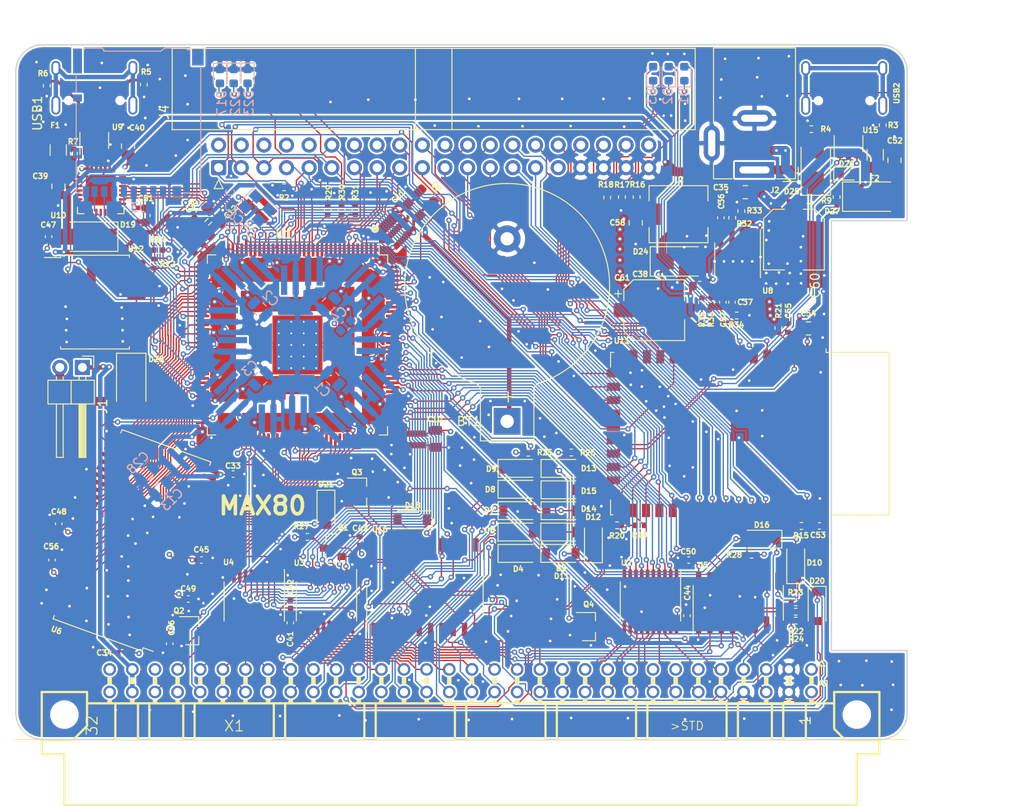
<source format=kicad_pcb>
(kicad_pcb (version 20171130) (host pcbnew 5.1.9-73d0e3b20d~88~ubuntu20.04.1)

  (general
    (thickness 1.6)
    (drawings 17)
    (tracks 4038)
    (zones 0)
    (modules 149)
    (nets 210)
  )

  (page A4)
  (title_block
    (title MAX80)
    (date 2021-01-31)
    (rev 0.01)
    (company "No name")
  )

  (layers
    (0 F.Cu signal)
    (1 In1.Cu signal)
    (2 In2.Cu signal)
    (31 B.Cu signal)
    (32 B.Adhes user)
    (33 F.Adhes user)
    (34 B.Paste user)
    (35 F.Paste user)
    (36 B.SilkS user)
    (37 F.SilkS user)
    (38 B.Mask user)
    (39 F.Mask user)
    (40 Dwgs.User user)
    (41 Cmts.User user)
    (42 Eco1.User user)
    (43 Eco2.User user)
    (44 Edge.Cuts user)
    (45 Margin user)
    (46 B.CrtYd user)
    (47 F.CrtYd user)
    (48 B.Fab user)
    (49 F.Fab user)
  )

  (setup
    (last_trace_width 0.15)
    (user_trace_width 0.3)
    (user_trace_width 0.5)
    (trace_clearance 0.15)
    (zone_clearance 0.2)
    (zone_45_only no)
    (trace_min 0.15)
    (via_size 0.6)
    (via_drill 0.3)
    (via_min_size 0.6)
    (via_min_drill 0.3)
    (uvia_size 0.3)
    (uvia_drill 0.1)
    (uvias_allowed no)
    (uvia_min_size 0.2)
    (uvia_min_drill 0.1)
    (edge_width 0.15)
    (segment_width 0.3)
    (pcb_text_width 0.3)
    (pcb_text_size 1.5 1.5)
    (mod_edge_width 0.15)
    (mod_text_size 1 1)
    (mod_text_width 0.15)
    (pad_size 2.6 1.6)
    (pad_drill 0)
    (pad_to_mask_clearance 0)
    (aux_axis_origin 0 0)
    (grid_origin 86.275 147.925)
    (visible_elements FFFFFF7F)
    (pcbplotparams
      (layerselection 0x010fc_ffffffff)
      (usegerberextensions false)
      (usegerberattributes true)
      (usegerberadvancedattributes true)
      (creategerberjobfile true)
      (excludeedgelayer true)
      (linewidth 0.100000)
      (plotframeref false)
      (viasonmask false)
      (mode 1)
      (useauxorigin false)
      (hpglpennumber 1)
      (hpglpenspeed 20)
      (hpglpendiameter 15.000000)
      (psnegative false)
      (psa4output false)
      (plotreference true)
      (plotvalue true)
      (plotinvisibletext false)
      (padsonsilk false)
      (subtractmaskfromsilk false)
      (outputformat 1)
      (mirror false)
      (drillshape 0)
      (scaleselection 1)
      (outputdirectory "abc80_gerber"))
  )

  (net 0 "")
  (net 1 VCC_ONE)
  (net 2 VCCA)
  (net 3 GND)
  (net 4 CLK0n)
  (net 5 +5V)
  (net 6 "Net-(R5-Pad2)")
  (net 7 "Net-(R6-Pad2)")
  (net 8 "Net-(R7-Pad1)")
  (net 9 "Net-(U10-Pad5)")
  (net 10 "Net-(U10-Pad4)")
  (net 11 "Net-(U9-Pad4)")
  (net 12 "Net-(U9-Pad6)")
  (net 13 "Net-(USB1-Pad13)")
  (net 14 "Net-(BT1-Pad1)")
  (net 15 /A4)
  (net 16 /A3)
  (net 17 /A2)
  (net 18 /A1)
  (net 19 /A0)
  (net 20 /IO0)
  (net 21 /IO3)
  (net 22 /IO4)
  (net 23 /IO5)
  (net 24 /IO6)
  (net 25 /IO7)
  (net 26 /WE)
  (net 27 /A11)
  (net 28 /IO9)
  (net 29 /A8)
  (net 30 /A7)
  (net 31 /A6)
  (net 32 /A5)
  (net 33 /A9)
  (net 34 /A10)
  (net 35 /A12)
  (net 36 /IO8)
  (net 37 /IO10)
  (net 38 /IO11)
  (net 39 /IO12)
  (net 40 /IO13)
  (net 41 /IO14)
  (net 42 /IO15)
  (net 43 /abc80bus/D7)
  (net 44 /abc80bus/D6)
  (net 45 /abc80bus/D5)
  (net 46 /abc80bus/D4)
  (net 47 /abc80bus/D3)
  (net 48 /abc80bus/D2)
  (net 49 /abc80bus/D1)
  (net 50 /abc80bus/D0)
  (net 51 /abc80bus/A8)
  (net 52 /abc80bus/A9)
  (net 53 /abc80bus/A10)
  (net 54 /abc80bus/A11)
  (net 55 /abc80bus/A12)
  (net 56 /abc80bus/A13)
  (net 57 /abc80bus/A14)
  (net 58 /abc80bus/A15)
  (net 59 /abc80bus/A7)
  (net 60 /abc80bus/A6)
  (net 61 /abc80bus/A5)
  (net 62 /abc80bus/A4)
  (net 63 /abc80bus/A3)
  (net 64 /abc80bus/A2)
  (net 65 /abc80bus/A1)
  (net 66 /abc80bus/A0)
  (net 67 /IO1)
  (net 68 /IO2)
  (net 69 /32KHZ)
  (net 70 /RTC_INT)
  (net 71 /abc80bus/ABC5V)
  (net 72 /SD_DAT1)
  (net 73 /SD_DAT2)
  (net 74 /SD_DAT3)
  (net 75 /SD_CMD)
  (net 76 /SD_CLK)
  (net 77 /SD_DAT0)
  (net 78 FPGA_TDI)
  (net 79 FPGA_TMS)
  (net 80 FPGA_TDO)
  (net 81 FPGA_TCK)
  (net 82 ABC_CLK_5)
  (net 83 /FPGA_SCL)
  (net 84 /FPGA_SDA)
  (net 85 FPGA_SPI_MISO)
  (net 86 FPGA_SPI_MOSI)
  (net 87 FPGA_SPI_CLK)
  (net 88 FGPA_SPI_CS_ESP32)
  (net 89 INT_ESP32)
  (net 90 "Net-(C53-Pad1)")
  (net 91 "Net-(F2-Pad2)")
  (net 92 ESP32_TDO)
  (net 93 ESP32_TCK)
  (net 94 ESP32_TMS)
  (net 95 ESP32_IO0)
  (net 96 ESP32_RXD)
  (net 97 ESP32_TXD)
  (net 98 ESP32_EN)
  (net 99 "Net-(R3-Pad2)")
  (net 100 "Net-(R4-Pad2)")
  (net 101 /ESP32/USB_D-)
  (net 102 /ESP32/USB_D+)
  (net 103 ESP32_TDI)
  (net 104 "Net-(U15-Pad6)")
  (net 105 "Net-(U15-Pad4)")
  (net 106 "Net-(USB2-Pad13)")
  (net 107 "Net-(D1-Pad2)")
  (net 108 "Net-(D1-Pad1)")
  (net 109 "Net-(D2-Pad2)")
  (net 110 "Net-(D2-Pad1)")
  (net 111 "Net-(D3-Pad2)")
  (net 112 "Net-(D3-Pad1)")
  (net 113 ESP32_SCL)
  (net 114 ESP32_SDA)
  (net 115 ESP32_CS2)
  (net 116 ESP32_CS0)
  (net 117 ESP32_MISO)
  (net 118 ESP32_SCK)
  (net 119 ESP32_MOSI)
  (net 120 ESP32_CS1)
  (net 121 /FPGA_USB_TXD)
  (net 122 /FPGA_USB_RXD)
  (net 123 /abc80bus/~XMEMW80)
  (net 124 /abc80bus/~CS)
  (net 125 /abc80bus/~C4)
  (net 126 /abc80bus/~C3)
  (net 127 /abc80bus/~C2)
  (net 128 /abc80bus/~C1)
  (net 129 /abc80bus/~OUT)
  (net 130 /abc80bus/~XOUT)
  (net 131 /abc80bus/~RST)
  (net 132 ~IORD)
  (net 133 /abc80bus/~XMEMFL)
  (net 134 /abc80bus/~XIN)
  (net 135 /abc80bus/~INP)
  (net 136 /abc80bus/~STATUS)
  (net 137 ~MEMRW)
  (net 138 "Net-(D18-Pad1)")
  (net 139 /abc80bus/~XINPSTB)
  (net 140 /abc80bus/~XOUTSTB)
  (net 141 /abc80bus/~XMEMW800)
  (net 142 ADSEL0)
  (net 143 ADSEL1)
  (net 144 "Net-(U3-Pad19)")
  (net 145 "Net-(U4-Pad19)")
  (net 146 /abc80bus/~INT)
  (net 147 ~IORW)
  (net 148 ~MEMRD)
  (net 149 AD0)
  (net 150 AD1)
  (net 151 AD2)
  (net 152 AD3)
  (net 153 AD4)
  (net 154 AD5)
  (net 155 AD6)
  (net 156 AD7)
  (net 157 O1)
  (net 158 O2)
  (net 159 /abc80bus/~RESIN)
  (net 160 /abc80bus/~XM)
  (net 161 /abc80bus/Y0)
  (net 162 /abc80bus/~Y0)
  (net 163 "Net-(D20-Pad1)")
  (net 164 "Net-(D21-Pad1)")
  (net 165 /FPGA_LED1)
  (net 166 /FPGA_LED2)
  (net 167 /FPGA_LED3)
  (net 168 "Net-(D17-Pad2)")
  (net 169 "Net-(D22-Pad2)")
  (net 170 "Net-(D23-Pad2)")
  (net 171 FPGA_GPIO3)
  (net 172 FPGA_GPIO2)
  (net 173 FPGA_GPIO1)
  (net 174 FPGA_GPIO0)
  (net 175 FPGA_GPIO5)
  (net 176 FPGA_GPIO4)
  (net 177 "Net-(C36-Pad1)")
  (net 178 "Net-(C37-Pad2)")
  (net 179 "Net-(C37-Pad1)")
  (net 180 "Net-(C38-Pad2)")
  (net 181 "Net-(R32-Pad2)")
  (net 182 "Net-(R35-Pad2)")
  (net 183 "Net-(C38-Pad1)")
  (net 184 /abc80bus/READY)
  (net 185 /abc80bus/~NMI)
  (net 186 ~FPGA_READY)
  (net 187 FPGA_NMI)
  (net 188 "Net-(U1-Pad88)")
  (net 189 "Net-(C39-Pad2)")
  (net 190 "Net-(C52-Pad2)")
  (net 191 "Net-(D26-Pad2)")
  (net 192 FPGA_RESIN)
  (net 193 ABC_CLK_3)
  (net 194 /DQMH)
  (net 195 /CLK)
  (net 196 /CKE)
  (net 197 /BA1)
  (net 198 /BA0)
  (net 199 /CS)
  (net 200 /RAS)
  (net 201 /CAS)
  (net 202 /DQML)
  (net 203 "Net-(D28-Pad2)")
  (net 204 "Net-(D25-Pad2)")
  (net 205 "Net-(F1-Pad2)")
  (net 206 /FPGA_USB_RTS)
  (net 207 /FPGA_USB_CTS)
  (net 208 /FPGA_USB_DTR)
  (net 209 FPGA_JTAGEN)

  (net_class Default "This is the default net class."
    (clearance 0.15)
    (trace_width 0.15)
    (via_dia 0.6)
    (via_drill 0.3)
    (uvia_dia 0.3)
    (uvia_drill 0.1)
    (add_net +5V)
    (add_net /32KHZ)
    (add_net /A0)
    (add_net /A1)
    (add_net /A10)
    (add_net /A11)
    (add_net /A12)
    (add_net /A2)
    (add_net /A3)
    (add_net /A4)
    (add_net /A5)
    (add_net /A6)
    (add_net /A7)
    (add_net /A8)
    (add_net /A9)
    (add_net /BA0)
    (add_net /BA1)
    (add_net /CAS)
    (add_net /CKE)
    (add_net /CLK)
    (add_net /CS)
    (add_net /DQMH)
    (add_net /DQML)
    (add_net /ESP32/USB_D+)
    (add_net /ESP32/USB_D-)
    (add_net /FPGA_LED1)
    (add_net /FPGA_LED2)
    (add_net /FPGA_LED3)
    (add_net /FPGA_SCL)
    (add_net /FPGA_SDA)
    (add_net /FPGA_USB_CTS)
    (add_net /FPGA_USB_DTR)
    (add_net /FPGA_USB_RTS)
    (add_net /FPGA_USB_RXD)
    (add_net /FPGA_USB_TXD)
    (add_net /IO0)
    (add_net /IO1)
    (add_net /IO10)
    (add_net /IO11)
    (add_net /IO12)
    (add_net /IO13)
    (add_net /IO14)
    (add_net /IO15)
    (add_net /IO2)
    (add_net /IO3)
    (add_net /IO4)
    (add_net /IO5)
    (add_net /IO6)
    (add_net /IO7)
    (add_net /IO8)
    (add_net /IO9)
    (add_net /RAS)
    (add_net /RTC_INT)
    (add_net /SD_CLK)
    (add_net /SD_CMD)
    (add_net /SD_DAT0)
    (add_net /SD_DAT1)
    (add_net /SD_DAT2)
    (add_net /SD_DAT3)
    (add_net /WE)
    (add_net /abc80bus/A0)
    (add_net /abc80bus/A1)
    (add_net /abc80bus/A10)
    (add_net /abc80bus/A11)
    (add_net /abc80bus/A12)
    (add_net /abc80bus/A13)
    (add_net /abc80bus/A14)
    (add_net /abc80bus/A15)
    (add_net /abc80bus/A2)
    (add_net /abc80bus/A3)
    (add_net /abc80bus/A4)
    (add_net /abc80bus/A5)
    (add_net /abc80bus/A6)
    (add_net /abc80bus/A7)
    (add_net /abc80bus/A8)
    (add_net /abc80bus/A9)
    (add_net /abc80bus/ABC5V)
    (add_net /abc80bus/D0)
    (add_net /abc80bus/D1)
    (add_net /abc80bus/D2)
    (add_net /abc80bus/D3)
    (add_net /abc80bus/D4)
    (add_net /abc80bus/D5)
    (add_net /abc80bus/D6)
    (add_net /abc80bus/D7)
    (add_net /abc80bus/READY)
    (add_net /abc80bus/Y0)
    (add_net /abc80bus/~C1)
    (add_net /abc80bus/~C2)
    (add_net /abc80bus/~C3)
    (add_net /abc80bus/~C4)
    (add_net /abc80bus/~CS)
    (add_net /abc80bus/~INP)
    (add_net /abc80bus/~INT)
    (add_net /abc80bus/~NMI)
    (add_net /abc80bus/~OUT)
    (add_net /abc80bus/~RESIN)
    (add_net /abc80bus/~RST)
    (add_net /abc80bus/~STATUS)
    (add_net /abc80bus/~XIN)
    (add_net /abc80bus/~XINPSTB)
    (add_net /abc80bus/~XM)
    (add_net /abc80bus/~XMEMFL)
    (add_net /abc80bus/~XMEMW80)
    (add_net /abc80bus/~XMEMW800)
    (add_net /abc80bus/~XOUT)
    (add_net /abc80bus/~XOUTSTB)
    (add_net /abc80bus/~Y0)
    (add_net ABC_CLK_3)
    (add_net ABC_CLK_5)
    (add_net AD0)
    (add_net AD1)
    (add_net AD2)
    (add_net AD3)
    (add_net AD4)
    (add_net AD5)
    (add_net AD6)
    (add_net AD7)
    (add_net ADSEL0)
    (add_net ADSEL1)
    (add_net CLK0n)
    (add_net ESP32_CS0)
    (add_net ESP32_CS1)
    (add_net ESP32_CS2)
    (add_net ESP32_EN)
    (add_net ESP32_IO0)
    (add_net ESP32_MISO)
    (add_net ESP32_MOSI)
    (add_net ESP32_RXD)
    (add_net ESP32_SCK)
    (add_net ESP32_SCL)
    (add_net ESP32_SDA)
    (add_net ESP32_TCK)
    (add_net ESP32_TDI)
    (add_net ESP32_TDO)
    (add_net ESP32_TMS)
    (add_net ESP32_TXD)
    (add_net FGPA_SPI_CS_ESP32)
    (add_net FPGA_GPIO0)
    (add_net FPGA_GPIO1)
    (add_net FPGA_GPIO2)
    (add_net FPGA_GPIO3)
    (add_net FPGA_GPIO4)
    (add_net FPGA_GPIO5)
    (add_net FPGA_JTAGEN)
    (add_net FPGA_NMI)
    (add_net FPGA_RESIN)
    (add_net FPGA_SPI_CLK)
    (add_net FPGA_SPI_MISO)
    (add_net FPGA_SPI_MOSI)
    (add_net FPGA_TCK)
    (add_net FPGA_TDI)
    (add_net FPGA_TDO)
    (add_net FPGA_TMS)
    (add_net GND)
    (add_net INT_ESP32)
    (add_net "Net-(BT1-Pad1)")
    (add_net "Net-(C36-Pad1)")
    (add_net "Net-(C37-Pad1)")
    (add_net "Net-(C37-Pad2)")
    (add_net "Net-(C38-Pad1)")
    (add_net "Net-(C38-Pad2)")
    (add_net "Net-(C39-Pad2)")
    (add_net "Net-(C52-Pad2)")
    (add_net "Net-(C53-Pad1)")
    (add_net "Net-(D1-Pad1)")
    (add_net "Net-(D1-Pad2)")
    (add_net "Net-(D17-Pad2)")
    (add_net "Net-(D18-Pad1)")
    (add_net "Net-(D2-Pad1)")
    (add_net "Net-(D2-Pad2)")
    (add_net "Net-(D20-Pad1)")
    (add_net "Net-(D21-Pad1)")
    (add_net "Net-(D22-Pad2)")
    (add_net "Net-(D23-Pad2)")
    (add_net "Net-(D25-Pad2)")
    (add_net "Net-(D26-Pad2)")
    (add_net "Net-(D28-Pad2)")
    (add_net "Net-(D3-Pad1)")
    (add_net "Net-(D3-Pad2)")
    (add_net "Net-(F1-Pad2)")
    (add_net "Net-(F2-Pad2)")
    (add_net "Net-(J4-Pad40)")
    (add_net "Net-(J4-Pad6)")
    (add_net "Net-(J4-Pad8)")
    (add_net "Net-(R3-Pad2)")
    (add_net "Net-(R32-Pad2)")
    (add_net "Net-(R35-Pad2)")
    (add_net "Net-(R4-Pad2)")
    (add_net "Net-(R5-Pad2)")
    (add_net "Net-(R6-Pad2)")
    (add_net "Net-(R7-Pad1)")
    (add_net "Net-(U1-Pad106)")
    (add_net "Net-(U1-Pad88)")
    (add_net "Net-(U10-Pad1)")
    (add_net "Net-(U10-Pad10)")
    (add_net "Net-(U10-Pad11)")
    (add_net "Net-(U10-Pad12)")
    (add_net "Net-(U10-Pad13)")
    (add_net "Net-(U10-Pad14)")
    (add_net "Net-(U10-Pad15)")
    (add_net "Net-(U10-Pad16)")
    (add_net "Net-(U10-Pad17)")
    (add_net "Net-(U10-Pad18)")
    (add_net "Net-(U10-Pad19)")
    (add_net "Net-(U10-Pad2)")
    (add_net "Net-(U10-Pad20)")
    (add_net "Net-(U10-Pad21)")
    (add_net "Net-(U10-Pad22)")
    (add_net "Net-(U10-Pad27)")
    (add_net "Net-(U10-Pad4)")
    (add_net "Net-(U10-Pad5)")
    (add_net "Net-(U11-Pad10)")
    (add_net "Net-(U11-Pad11)")
    (add_net "Net-(U11-Pad39)")
    (add_net "Net-(U11-Pad4)")
    (add_net "Net-(U11-Pad40)")
    (add_net "Net-(U12-Pad4)")
    (add_net "Net-(U15-Pad4)")
    (add_net "Net-(U15-Pad6)")
    (add_net "Net-(U16-Pad12)")
    (add_net "Net-(U16-Pad8)")
    (add_net "Net-(U3-Pad19)")
    (add_net "Net-(U4-Pad19)")
    (add_net "Net-(U5-Pad11)")
    (add_net "Net-(U5-Pad12)")
    (add_net "Net-(U5-Pad7)")
    (add_net "Net-(U6-Pad40)")
    (add_net "Net-(U9-Pad4)")
    (add_net "Net-(U9-Pad6)")
    (add_net "Net-(USB1-Pad13)")
    (add_net "Net-(USB1-Pad3)")
    (add_net "Net-(USB1-Pad5)")
    (add_net "Net-(USB1-Pad8)")
    (add_net "Net-(USB1-Pad9)")
    (add_net "Net-(USB2-Pad13)")
    (add_net "Net-(USB2-Pad3)")
    (add_net "Net-(USB2-Pad5)")
    (add_net "Net-(USB2-Pad8)")
    (add_net "Net-(USB2-Pad9)")
    (add_net "Net-(X1-PadA1)")
    (add_net "Net-(X1-PadA14)")
    (add_net "Net-(X1-PadA25)")
    (add_net "Net-(X1-PadA29)")
    (add_net "Net-(X1-PadA32)")
    (add_net "Net-(X1-PadB1)")
    (add_net "Net-(X1-PadB10)")
    (add_net "Net-(X1-PadB11)")
    (add_net "Net-(X1-PadB12)")
    (add_net "Net-(X1-PadB30)")
    (add_net "Net-(X1-PadB32)")
    (add_net "Net-(X1-PadB6)")
    (add_net "Net-(X1-PadB7)")
    (add_net "Net-(X1-PadB8)")
    (add_net "Net-(X1-PadB9)")
    (add_net O1)
    (add_net O2)
    (add_net VCCA)
    (add_net VCC_ONE)
    (add_net ~FPGA_READY)
    (add_net ~IORD)
    (add_net ~IORW)
    (add_net ~MEMRD)
    (add_net ~MEMRW)
  )

  (module Diode_SMD:D_SMA (layer F.Cu) (tedit 586432E5) (tstamp 6032CF27)
    (at 65.447 139.035 270)
    (descr "Diode SMA (DO-214AC)")
    (tags "Diode SMA (DO-214AC)")
    (path /6013B380/603612AB)
    (attr smd)
    (fp_text reference D28 (at -2.735 -2.803 180) (layer F.SilkS)
      (effects (font (size 0.6 0.6) (thickness 0.15)))
    )
    (fp_text value MBRA340T (at 0 2.6 90) (layer F.Fab)
      (effects (font (size 1 1) (thickness 0.15)))
    )
    (fp_line (start -3.4 -1.65) (end -3.4 1.65) (layer F.SilkS) (width 0.12))
    (fp_line (start 2.3 1.5) (end -2.3 1.5) (layer F.Fab) (width 0.1))
    (fp_line (start -2.3 1.5) (end -2.3 -1.5) (layer F.Fab) (width 0.1))
    (fp_line (start 2.3 -1.5) (end 2.3 1.5) (layer F.Fab) (width 0.1))
    (fp_line (start 2.3 -1.5) (end -2.3 -1.5) (layer F.Fab) (width 0.1))
    (fp_line (start -3.5 -1.75) (end 3.5 -1.75) (layer F.CrtYd) (width 0.05))
    (fp_line (start 3.5 -1.75) (end 3.5 1.75) (layer F.CrtYd) (width 0.05))
    (fp_line (start 3.5 1.75) (end -3.5 1.75) (layer F.CrtYd) (width 0.05))
    (fp_line (start -3.5 1.75) (end -3.5 -1.75) (layer F.CrtYd) (width 0.05))
    (fp_line (start -0.64944 0.00102) (end -1.55114 0.00102) (layer F.Fab) (width 0.1))
    (fp_line (start 0.50118 0.00102) (end 1.4994 0.00102) (layer F.Fab) (width 0.1))
    (fp_line (start -0.64944 -0.79908) (end -0.64944 0.80112) (layer F.Fab) (width 0.1))
    (fp_line (start 0.50118 0.75032) (end 0.50118 -0.79908) (layer F.Fab) (width 0.1))
    (fp_line (start -0.64944 0.00102) (end 0.50118 0.75032) (layer F.Fab) (width 0.1))
    (fp_line (start -0.64944 0.00102) (end 0.50118 -0.79908) (layer F.Fab) (width 0.1))
    (fp_line (start -3.4 1.65) (end 2 1.65) (layer F.SilkS) (width 0.12))
    (fp_line (start -3.4 -1.65) (end 2 -1.65) (layer F.SilkS) (width 0.12))
    (fp_text user %R (at 0 -2.5 90) (layer F.Fab)
      (effects (font (size 1 1) (thickness 0.15)))
    )
    (pad 2 smd rect (at 2 0 270) (size 2.5 1.8) (layers F.Cu F.Paste F.Mask)
      (net 203 "Net-(D28-Pad2)"))
    (pad 1 smd rect (at -2 0 270) (size 2.5 1.8) (layers F.Cu F.Paste F.Mask)
      (net 5 +5V))
    (model ${KISYS3DMOD}/Diode_SMD.3dshapes/D_SMA.wrl
      (at (xyz 0 0 0))
      (scale (xyz 1 1 1))
      (rotate (xyz 0 0 0))
    )
  )

  (module Capacitor_SMD:C_0402_1005Metric (layer F.Cu) (tedit 5F68FEEE) (tstamp 6039D96A)
    (at 56.557 158.847 90)
    (descr "Capacitor SMD 0402 (1005 Metric), square (rectangular) end terminal, IPC_7351 nominal, (Body size source: IPC-SM-782 page 76, https://www.pcb-3d.com/wordpress/wp-content/uploads/ipc-sm-782a_amendment_1_and_2.pdf), generated with kicad-footprint-generator")
    (tags capacitor)
    (path /6091A70C)
    (attr smd)
    (fp_text reference C56 (at 1.522 -0.082 180) (layer F.SilkS)
      (effects (font (size 0.6 0.6) (thickness 0.15)))
    )
    (fp_text value 100nF (at 0 1.16 90) (layer F.Fab)
      (effects (font (size 1 1) (thickness 0.15)))
    )
    (fp_line (start -0.5 0.25) (end -0.5 -0.25) (layer F.Fab) (width 0.1))
    (fp_line (start -0.5 -0.25) (end 0.5 -0.25) (layer F.Fab) (width 0.1))
    (fp_line (start 0.5 -0.25) (end 0.5 0.25) (layer F.Fab) (width 0.1))
    (fp_line (start 0.5 0.25) (end -0.5 0.25) (layer F.Fab) (width 0.1))
    (fp_line (start -0.107836 -0.36) (end 0.107836 -0.36) (layer F.SilkS) (width 0.12))
    (fp_line (start -0.107836 0.36) (end 0.107836 0.36) (layer F.SilkS) (width 0.12))
    (fp_line (start -0.91 0.46) (end -0.91 -0.46) (layer F.CrtYd) (width 0.05))
    (fp_line (start -0.91 -0.46) (end 0.91 -0.46) (layer F.CrtYd) (width 0.05))
    (fp_line (start 0.91 -0.46) (end 0.91 0.46) (layer F.CrtYd) (width 0.05))
    (fp_line (start 0.91 0.46) (end -0.91 0.46) (layer F.CrtYd) (width 0.05))
    (fp_text user %R (at 0 0 90) (layer F.Fab)
      (effects (font (size 0.25 0.25) (thickness 0.04)))
    )
    (pad 2 smd roundrect (at 0.48 0 90) (size 0.56 0.62) (layers F.Cu F.Paste F.Mask) (roundrect_rratio 0.25)
      (net 3 GND))
    (pad 1 smd roundrect (at -0.48 0 90) (size 0.56 0.62) (layers F.Cu F.Paste F.Mask) (roundrect_rratio 0.25)
      (net 1 VCC_ONE))
    (model ${KISYS3DMOD}/Capacitor_SMD.3dshapes/C_0402_1005Metric.wrl
      (at (xyz 0 0 0))
      (scale (xyz 1 1 1))
      (rotate (xyz 0 0 0))
    )
  )

  (module Capacitor_SMD:C_0402_1005Metric (layer F.Cu) (tedit 5F68FEEE) (tstamp 603AB1B9)
    (at 69.765 168.245 270)
    (descr "Capacitor SMD 0402 (1005 Metric), square (rectangular) end terminal, IPC_7351 nominal, (Body size source: IPC-SM-782 page 76, https://www.pcb-3d.com/wordpress/wp-content/uploads/ipc-sm-782a_amendment_1_and_2.pdf), generated with kicad-footprint-generator")
    (tags capacitor)
    (path /60932F0E)
    (attr smd)
    (fp_text reference C46 (at -1.795 -0.21 270) (layer F.SilkS)
      (effects (font (size 0.6 0.6) (thickness 0.15)))
    )
    (fp_text value 100nF (at 0 1.16 90) (layer F.Fab)
      (effects (font (size 1 1) (thickness 0.15)))
    )
    (fp_line (start -0.5 0.25) (end -0.5 -0.25) (layer F.Fab) (width 0.1))
    (fp_line (start -0.5 -0.25) (end 0.5 -0.25) (layer F.Fab) (width 0.1))
    (fp_line (start 0.5 -0.25) (end 0.5 0.25) (layer F.Fab) (width 0.1))
    (fp_line (start 0.5 0.25) (end -0.5 0.25) (layer F.Fab) (width 0.1))
    (fp_line (start -0.107836 -0.36) (end 0.107836 -0.36) (layer F.SilkS) (width 0.12))
    (fp_line (start -0.107836 0.36) (end 0.107836 0.36) (layer F.SilkS) (width 0.12))
    (fp_line (start -0.91 0.46) (end -0.91 -0.46) (layer F.CrtYd) (width 0.05))
    (fp_line (start -0.91 -0.46) (end 0.91 -0.46) (layer F.CrtYd) (width 0.05))
    (fp_line (start 0.91 -0.46) (end 0.91 0.46) (layer F.CrtYd) (width 0.05))
    (fp_line (start 0.91 0.46) (end -0.91 0.46) (layer F.CrtYd) (width 0.05))
    (fp_text user %R (at 0 0 90) (layer F.Fab)
      (effects (font (size 0.25 0.25) (thickness 0.04)))
    )
    (pad 2 smd roundrect (at 0.48 0 270) (size 0.56 0.62) (layers F.Cu F.Paste F.Mask) (roundrect_rratio 0.25)
      (net 3 GND))
    (pad 1 smd roundrect (at -0.48 0 270) (size 0.56 0.62) (layers F.Cu F.Paste F.Mask) (roundrect_rratio 0.25)
      (net 1 VCC_ONE))
    (model ${KISYS3DMOD}/Capacitor_SMD.3dshapes/C_0402_1005Metric.wrl
      (at (xyz 0 0 0))
      (scale (xyz 1 1 1))
      (rotate (xyz 0 0 0))
    )
  )

  (module Capacitor_SMD:C_0402_1005Metric (layer F.Cu) (tedit 5F68FEEE) (tstamp 603AB1A8)
    (at 73.321 158.847)
    (descr "Capacitor SMD 0402 (1005 Metric), square (rectangular) end terminal, IPC_7351 nominal, (Body size source: IPC-SM-782 page 76, https://www.pcb-3d.com/wordpress/wp-content/uploads/ipc-sm-782a_amendment_1_and_2.pdf), generated with kicad-footprint-generator")
    (tags capacitor)
    (path /6094CE83)
    (attr smd)
    (fp_text reference C45 (at 0 -1.16) (layer F.SilkS)
      (effects (font (size 0.6 0.6) (thickness 0.15)))
    )
    (fp_text value 100nF (at 0 1.16) (layer F.Fab)
      (effects (font (size 1 1) (thickness 0.15)))
    )
    (fp_line (start -0.5 0.25) (end -0.5 -0.25) (layer F.Fab) (width 0.1))
    (fp_line (start -0.5 -0.25) (end 0.5 -0.25) (layer F.Fab) (width 0.1))
    (fp_line (start 0.5 -0.25) (end 0.5 0.25) (layer F.Fab) (width 0.1))
    (fp_line (start 0.5 0.25) (end -0.5 0.25) (layer F.Fab) (width 0.1))
    (fp_line (start -0.107836 -0.36) (end 0.107836 -0.36) (layer F.SilkS) (width 0.12))
    (fp_line (start -0.107836 0.36) (end 0.107836 0.36) (layer F.SilkS) (width 0.12))
    (fp_line (start -0.91 0.46) (end -0.91 -0.46) (layer F.CrtYd) (width 0.05))
    (fp_line (start -0.91 -0.46) (end 0.91 -0.46) (layer F.CrtYd) (width 0.05))
    (fp_line (start 0.91 -0.46) (end 0.91 0.46) (layer F.CrtYd) (width 0.05))
    (fp_line (start 0.91 0.46) (end -0.91 0.46) (layer F.CrtYd) (width 0.05))
    (fp_text user %R (at 0 0) (layer F.Fab)
      (effects (font (size 0.25 0.25) (thickness 0.04)))
    )
    (pad 2 smd roundrect (at 0.48 0) (size 0.56 0.62) (layers F.Cu F.Paste F.Mask) (roundrect_rratio 0.25)
      (net 3 GND))
    (pad 1 smd roundrect (at -0.48 0) (size 0.56 0.62) (layers F.Cu F.Paste F.Mask) (roundrect_rratio 0.25)
      (net 1 VCC_ONE))
    (model ${KISYS3DMOD}/Capacitor_SMD.3dshapes/C_0402_1005Metric.wrl
      (at (xyz 0 0 0))
      (scale (xyz 1 1 1))
      (rotate (xyz 0 0 0))
    )
  )

  (module Capacitor_SMD:C_0402_1005Metric (layer F.Cu) (tedit 5F68FEEE) (tstamp 603AC9A5)
    (at 64.431 169.261 180)
    (descr "Capacitor SMD 0402 (1005 Metric), square (rectangular) end terminal, IPC_7351 nominal, (Body size source: IPC-SM-782 page 76, https://www.pcb-3d.com/wordpress/wp-content/uploads/ipc-sm-782a_amendment_1_and_2.pdf), generated with kicad-footprint-generator")
    (tags capacitor)
    (path /6097D4FE)
    (attr smd)
    (fp_text reference C34 (at 2.006 0) (layer F.SilkS)
      (effects (font (size 0.6 0.6) (thickness 0.15)))
    )
    (fp_text value 100nF (at 0 1.16) (layer F.Fab)
      (effects (font (size 1 1) (thickness 0.15)))
    )
    (fp_line (start -0.5 0.25) (end -0.5 -0.25) (layer F.Fab) (width 0.1))
    (fp_line (start -0.5 -0.25) (end 0.5 -0.25) (layer F.Fab) (width 0.1))
    (fp_line (start 0.5 -0.25) (end 0.5 0.25) (layer F.Fab) (width 0.1))
    (fp_line (start 0.5 0.25) (end -0.5 0.25) (layer F.Fab) (width 0.1))
    (fp_line (start -0.107836 -0.36) (end 0.107836 -0.36) (layer F.SilkS) (width 0.12))
    (fp_line (start -0.107836 0.36) (end 0.107836 0.36) (layer F.SilkS) (width 0.12))
    (fp_line (start -0.91 0.46) (end -0.91 -0.46) (layer F.CrtYd) (width 0.05))
    (fp_line (start -0.91 -0.46) (end 0.91 -0.46) (layer F.CrtYd) (width 0.05))
    (fp_line (start 0.91 -0.46) (end 0.91 0.46) (layer F.CrtYd) (width 0.05))
    (fp_line (start 0.91 0.46) (end -0.91 0.46) (layer F.CrtYd) (width 0.05))
    (fp_text user %R (at 0 0) (layer F.Fab)
      (effects (font (size 0.25 0.25) (thickness 0.04)))
    )
    (pad 2 smd roundrect (at 0.48 0 180) (size 0.56 0.62) (layers F.Cu F.Paste F.Mask) (roundrect_rratio 0.25)
      (net 3 GND))
    (pad 1 smd roundrect (at -0.48 0 180) (size 0.56 0.62) (layers F.Cu F.Paste F.Mask) (roundrect_rratio 0.25)
      (net 1 VCC_ONE))
    (model ${KISYS3DMOD}/Capacitor_SMD.3dshapes/C_0402_1005Metric.wrl
      (at (xyz 0 0 0))
      (scale (xyz 1 1 1))
      (rotate (xyz 0 0 0))
    )
  )

  (module Capacitor_SMD:C_0402_1005Metric (layer F.Cu) (tedit 5F68FEEE) (tstamp 603AB046)
    (at 76.877 149.195)
    (descr "Capacitor SMD 0402 (1005 Metric), square (rectangular) end terminal, IPC_7351 nominal, (Body size source: IPC-SM-782 page 76, https://www.pcb-3d.com/wordpress/wp-content/uploads/ipc-sm-782a_amendment_1_and_2.pdf), generated with kicad-footprint-generator")
    (tags capacitor)
    (path /60997E09)
    (attr smd)
    (fp_text reference C33 (at -0.002 -0.92) (layer F.SilkS)
      (effects (font (size 0.6 0.6) (thickness 0.15)))
    )
    (fp_text value 100nF (at 0 1.16) (layer F.Fab)
      (effects (font (size 1 1) (thickness 0.15)))
    )
    (fp_line (start -0.5 0.25) (end -0.5 -0.25) (layer F.Fab) (width 0.1))
    (fp_line (start -0.5 -0.25) (end 0.5 -0.25) (layer F.Fab) (width 0.1))
    (fp_line (start 0.5 -0.25) (end 0.5 0.25) (layer F.Fab) (width 0.1))
    (fp_line (start 0.5 0.25) (end -0.5 0.25) (layer F.Fab) (width 0.1))
    (fp_line (start -0.107836 -0.36) (end 0.107836 -0.36) (layer F.SilkS) (width 0.12))
    (fp_line (start -0.107836 0.36) (end 0.107836 0.36) (layer F.SilkS) (width 0.12))
    (fp_line (start -0.91 0.46) (end -0.91 -0.46) (layer F.CrtYd) (width 0.05))
    (fp_line (start -0.91 -0.46) (end 0.91 -0.46) (layer F.CrtYd) (width 0.05))
    (fp_line (start 0.91 -0.46) (end 0.91 0.46) (layer F.CrtYd) (width 0.05))
    (fp_line (start 0.91 0.46) (end -0.91 0.46) (layer F.CrtYd) (width 0.05))
    (fp_text user %R (at 0 0) (layer F.Fab)
      (effects (font (size 0.25 0.25) (thickness 0.04)))
    )
    (pad 2 smd roundrect (at 0.48 0) (size 0.56 0.62) (layers F.Cu F.Paste F.Mask) (roundrect_rratio 0.25)
      (net 3 GND))
    (pad 1 smd roundrect (at -0.48 0) (size 0.56 0.62) (layers F.Cu F.Paste F.Mask) (roundrect_rratio 0.25)
      (net 1 VCC_ONE))
    (model ${KISYS3DMOD}/Capacitor_SMD.3dshapes/C_0402_1005Metric.wrl
      (at (xyz 0 0 0))
      (scale (xyz 1 1 1))
      (rotate (xyz 0 0 0))
    )
  )

  (module Package_SO:TSOP-II-54_22.2x10.16mm_P0.8mm (layer F.Cu) (tedit 5B589EC7) (tstamp 60346482)
    (at 65.535 156.645 160)
    (descr "54-lead TSOP typ II package")
    (tags "TSOPII TSOP2")
    (path /604F9283)
    (attr smd)
    (fp_text reference U6 (at 4.513002 -12.365253 160) (layer F.SilkS)
      (effects (font (size 0.6 0.6) (thickness 0.15)))
    )
    (fp_text value MT48LC16M16A2P-6A (at 0 12.5 160) (layer F.Fab)
      (effects (font (size 0.85 0.85) (thickness 0.15)))
    )
    (fp_line (start -6.76 -11.36) (end -6.76 11.36) (layer F.CrtYd) (width 0.05))
    (fp_line (start 6.76 11.36) (end -6.76 11.36) (layer F.CrtYd) (width 0.05))
    (fp_line (start 6.76 -11.36) (end 6.76 11.36) (layer F.CrtYd) (width 0.05))
    (fp_line (start -6.76 -11.36) (end 6.76 -11.36) (layer F.CrtYd) (width 0.05))
    (fp_line (start -5.3 10.9) (end -5.3 11.3) (layer F.SilkS) (width 0.12))
    (fp_line (start 5.3 10.9) (end 5.3 11.3) (layer F.SilkS) (width 0.12))
    (fp_line (start 5.3 -11.3) (end 5.3 -10.9) (layer F.SilkS) (width 0.12))
    (fp_line (start -5.3 11.3) (end 5.3 11.3) (layer F.SilkS) (width 0.12))
    (fp_line (start -5.3 -11.3) (end 5.3 -11.3) (layer F.SilkS) (width 0.12))
    (fp_line (start -5.3 -10.9) (end -5.3 -11.3) (layer F.SilkS) (width 0.12))
    (fp_line (start -6.5 -10.9) (end -5.3 -10.9) (layer F.SilkS) (width 0.12))
    (fp_line (start -4.08 -11.11) (end -5.08 -10.11) (layer F.Fab) (width 0.1))
    (fp_line (start -5.08 11.11) (end -5.08 -10.11) (layer F.Fab) (width 0.1))
    (fp_line (start 5.08 11.11) (end -5.08 11.11) (layer F.Fab) (width 0.1))
    (fp_line (start 5.08 -11.11) (end 5.08 11.11) (layer F.Fab) (width 0.1))
    (fp_line (start -4.08 -11.11) (end 5.08 -11.11) (layer F.Fab) (width 0.1))
    (fp_text user %R (at 0 0 160) (layer F.Fab)
      (effects (font (size 1 1) (thickness 0.15)))
    )
    (pad 54 smd rect (at 5.75 -10.4 160) (size 1.51 0.458) (layers F.Cu F.Paste F.Mask)
      (net 3 GND))
    (pad 53 smd rect (at 5.75 -9.6 160) (size 1.51 0.458) (layers F.Cu F.Paste F.Mask)
      (net 42 /IO15))
    (pad 52 smd rect (at 5.75 -8.8 160) (size 1.51 0.458) (layers F.Cu F.Paste F.Mask)
      (net 3 GND))
    (pad 51 smd rect (at 5.75 -8 160) (size 1.51 0.458) (layers F.Cu F.Paste F.Mask)
      (net 41 /IO14))
    (pad 50 smd rect (at 5.75 -7.2 160) (size 1.51 0.458) (layers F.Cu F.Paste F.Mask)
      (net 40 /IO13))
    (pad 49 smd rect (at 5.75 -6.4 160) (size 1.51 0.458) (layers F.Cu F.Paste F.Mask)
      (net 1 VCC_ONE))
    (pad 48 smd rect (at 5.75 -5.6 160) (size 1.51 0.458) (layers F.Cu F.Paste F.Mask)
      (net 39 /IO12))
    (pad 47 smd rect (at 5.75 -4.8 160) (size 1.51 0.458) (layers F.Cu F.Paste F.Mask)
      (net 38 /IO11))
    (pad 46 smd rect (at 5.75 -4 160) (size 1.51 0.458) (layers F.Cu F.Paste F.Mask)
      (net 3 GND))
    (pad 45 smd rect (at 5.75 -3.2 160) (size 1.51 0.458) (layers F.Cu F.Paste F.Mask)
      (net 37 /IO10))
    (pad 44 smd rect (at 5.75 -2.4 160) (size 1.51 0.458) (layers F.Cu F.Paste F.Mask)
      (net 28 /IO9))
    (pad 43 smd rect (at 5.75 -1.6 160) (size 1.51 0.458) (layers F.Cu F.Paste F.Mask)
      (net 1 VCC_ONE))
    (pad 42 smd rect (at 5.75 -0.8 160) (size 1.51 0.458) (layers F.Cu F.Paste F.Mask)
      (net 36 /IO8))
    (pad 41 smd rect (at 5.75 0 160) (size 1.51 0.458) (layers F.Cu F.Paste F.Mask)
      (net 3 GND))
    (pad 40 smd rect (at 5.75 0.8 160) (size 1.51 0.458) (layers F.Cu F.Paste F.Mask))
    (pad 39 smd rect (at 5.75 1.6 160) (size 1.51 0.458) (layers F.Cu F.Paste F.Mask)
      (net 194 /DQMH))
    (pad 38 smd rect (at 5.75 2.4 160) (size 1.51 0.458) (layers F.Cu F.Paste F.Mask)
      (net 195 /CLK))
    (pad 37 smd rect (at 5.75 3.2 160) (size 1.51 0.458) (layers F.Cu F.Paste F.Mask)
      (net 196 /CKE))
    (pad 36 smd rect (at 5.75 4 160) (size 1.51 0.458) (layers F.Cu F.Paste F.Mask)
      (net 35 /A12))
    (pad 35 smd rect (at 5.75 4.8 160) (size 1.51 0.458) (layers F.Cu F.Paste F.Mask)
      (net 27 /A11))
    (pad 34 smd rect (at 5.75 5.6 160) (size 1.51 0.458) (layers F.Cu F.Paste F.Mask)
      (net 33 /A9))
    (pad 33 smd rect (at 5.75 6.4 160) (size 1.51 0.458) (layers F.Cu F.Paste F.Mask)
      (net 29 /A8))
    (pad 32 smd rect (at 5.75 7.2 160) (size 1.51 0.458) (layers F.Cu F.Paste F.Mask)
      (net 30 /A7))
    (pad 31 smd rect (at 5.75 8 160) (size 1.51 0.458) (layers F.Cu F.Paste F.Mask)
      (net 31 /A6))
    (pad 30 smd rect (at 5.75 8.8 160) (size 1.51 0.458) (layers F.Cu F.Paste F.Mask)
      (net 32 /A5))
    (pad 29 smd rect (at 5.75 9.6 160) (size 1.51 0.458) (layers F.Cu F.Paste F.Mask)
      (net 15 /A4))
    (pad 28 smd rect (at 5.75 10.4 160) (size 1.51 0.458) (layers F.Cu F.Paste F.Mask)
      (net 3 GND))
    (pad 27 smd rect (at -5.75 10.4 160) (size 1.51 0.458) (layers F.Cu F.Paste F.Mask)
      (net 1 VCC_ONE))
    (pad 26 smd rect (at -5.75 9.6 160) (size 1.51 0.458) (layers F.Cu F.Paste F.Mask)
      (net 16 /A3))
    (pad 25 smd rect (at -5.75 8.8 160) (size 1.51 0.458) (layers F.Cu F.Paste F.Mask)
      (net 17 /A2))
    (pad 24 smd rect (at -5.75 8 160) (size 1.51 0.458) (layers F.Cu F.Paste F.Mask)
      (net 18 /A1))
    (pad 23 smd rect (at -5.75 7.2 160) (size 1.51 0.458) (layers F.Cu F.Paste F.Mask)
      (net 19 /A0))
    (pad 22 smd rect (at -5.75 6.4 160) (size 1.51 0.458) (layers F.Cu F.Paste F.Mask)
      (net 34 /A10))
    (pad 21 smd rect (at -5.75 5.6 160) (size 1.51 0.458) (layers F.Cu F.Paste F.Mask)
      (net 197 /BA1))
    (pad 20 smd rect (at -5.75 4.8 160) (size 1.51 0.458) (layers F.Cu F.Paste F.Mask)
      (net 198 /BA0))
    (pad 19 smd rect (at -5.75 4 160) (size 1.51 0.458) (layers F.Cu F.Paste F.Mask)
      (net 199 /CS))
    (pad 18 smd rect (at -5.75 3.2 160) (size 1.51 0.458) (layers F.Cu F.Paste F.Mask)
      (net 200 /RAS))
    (pad 17 smd rect (at -5.75 2.4 160) (size 1.51 0.458) (layers F.Cu F.Paste F.Mask)
      (net 201 /CAS))
    (pad 16 smd rect (at -5.75 1.6 160) (size 1.51 0.458) (layers F.Cu F.Paste F.Mask)
      (net 26 /WE))
    (pad 15 smd rect (at -5.75 0.8 160) (size 1.51 0.458) (layers F.Cu F.Paste F.Mask)
      (net 202 /DQML))
    (pad 14 smd rect (at -5.75 0 160) (size 1.51 0.458) (layers F.Cu F.Paste F.Mask)
      (net 1 VCC_ONE))
    (pad 13 smd rect (at -5.75 -0.8 160) (size 1.51 0.458) (layers F.Cu F.Paste F.Mask)
      (net 25 /IO7))
    (pad 12 smd rect (at -5.75 -1.6 160) (size 1.51 0.458) (layers F.Cu F.Paste F.Mask)
      (net 3 GND))
    (pad 11 smd rect (at -5.75 -2.4 160) (size 1.51 0.458) (layers F.Cu F.Paste F.Mask)
      (net 24 /IO6))
    (pad 10 smd rect (at -5.75 -3.2 160) (size 1.51 0.458) (layers F.Cu F.Paste F.Mask)
      (net 23 /IO5))
    (pad 9 smd rect (at -5.75 -4 160) (size 1.51 0.458) (layers F.Cu F.Paste F.Mask)
      (net 1 VCC_ONE))
    (pad 8 smd rect (at -5.75 -4.8 160) (size 1.51 0.458) (layers F.Cu F.Paste F.Mask)
      (net 22 /IO4))
    (pad 7 smd rect (at -5.75 -5.6 160) (size 1.51 0.458) (layers F.Cu F.Paste F.Mask)
      (net 21 /IO3))
    (pad 6 smd rect (at -5.75 -6.4 160) (size 1.51 0.458) (layers F.Cu F.Paste F.Mask)
      (net 3 GND))
    (pad 5 smd rect (at -5.75 -7.2 160) (size 1.51 0.458) (layers F.Cu F.Paste F.Mask)
      (net 68 /IO2))
    (pad 4 smd rect (at -5.75 -8 160) (size 1.51 0.458) (layers F.Cu F.Paste F.Mask)
      (net 67 /IO1))
    (pad 3 smd rect (at -5.75 -8.8 160) (size 1.51 0.458) (layers F.Cu F.Paste F.Mask)
      (net 1 VCC_ONE))
    (pad 2 smd rect (at -5.75 -9.6 160) (size 1.51 0.458) (layers F.Cu F.Paste F.Mask)
      (net 20 /IO0))
    (pad 1 smd rect (at -5.75 -10.4 160) (size 1.51 0.458) (layers F.Cu F.Paste F.Mask)
      (net 1 VCC_ONE))
    (model ${KISYS3DMOD}/Package_SO.3dshapes/TSOP-II-54_22.2x10.16mm_P0.8mm.wrl
      (at (xyz 0 0 0))
      (scale (xyz 1 1 1))
      (rotate (xyz 0 0 0))
    )
  )

  (module Connector_PinHeader_2.54mm:PinHeader_1x02_P2.54mm_Horizontal (layer F.Cu) (tedit 59FED5CB) (tstamp 6032D4AA)
    (at 59.975 137.225 270)
    (descr "Through hole angled pin header, 1x02, 2.54mm pitch, 6mm pin length, single row")
    (tags "Through hole angled pin header THT 1x02 2.54mm single row")
    (path /6013B380/603FB6A3)
    (fp_text reference J1 (at 4.385 -2.27 90) (layer F.SilkS)
      (effects (font (size 1 1) (thickness 0.15)))
    )
    (fp_text value Conn_01x02_Male (at 4.385 4.81 90) (layer F.Fab)
      (effects (font (size 1 1) (thickness 0.15)))
    )
    (fp_line (start 2.135 -1.27) (end 4.04 -1.27) (layer F.Fab) (width 0.1))
    (fp_line (start 4.04 -1.27) (end 4.04 3.81) (layer F.Fab) (width 0.1))
    (fp_line (start 4.04 3.81) (end 1.5 3.81) (layer F.Fab) (width 0.1))
    (fp_line (start 1.5 3.81) (end 1.5 -0.635) (layer F.Fab) (width 0.1))
    (fp_line (start 1.5 -0.635) (end 2.135 -1.27) (layer F.Fab) (width 0.1))
    (fp_line (start -0.32 -0.32) (end 1.5 -0.32) (layer F.Fab) (width 0.1))
    (fp_line (start -0.32 -0.32) (end -0.32 0.32) (layer F.Fab) (width 0.1))
    (fp_line (start -0.32 0.32) (end 1.5 0.32) (layer F.Fab) (width 0.1))
    (fp_line (start 4.04 -0.32) (end 10.04 -0.32) (layer F.Fab) (width 0.1))
    (fp_line (start 10.04 -0.32) (end 10.04 0.32) (layer F.Fab) (width 0.1))
    (fp_line (start 4.04 0.32) (end 10.04 0.32) (layer F.Fab) (width 0.1))
    (fp_line (start -0.32 2.22) (end 1.5 2.22) (layer F.Fab) (width 0.1))
    (fp_line (start -0.32 2.22) (end -0.32 2.86) (layer F.Fab) (width 0.1))
    (fp_line (start -0.32 2.86) (end 1.5 2.86) (layer F.Fab) (width 0.1))
    (fp_line (start 4.04 2.22) (end 10.04 2.22) (layer F.Fab) (width 0.1))
    (fp_line (start 10.04 2.22) (end 10.04 2.86) (layer F.Fab) (width 0.1))
    (fp_line (start 4.04 2.86) (end 10.04 2.86) (layer F.Fab) (width 0.1))
    (fp_line (start 1.44 -1.33) (end 1.44 3.87) (layer F.SilkS) (width 0.12))
    (fp_line (start 1.44 3.87) (end 4.1 3.87) (layer F.SilkS) (width 0.12))
    (fp_line (start 4.1 3.87) (end 4.1 -1.33) (layer F.SilkS) (width 0.12))
    (fp_line (start 4.1 -1.33) (end 1.44 -1.33) (layer F.SilkS) (width 0.12))
    (fp_line (start 4.1 -0.38) (end 10.1 -0.38) (layer F.SilkS) (width 0.12))
    (fp_line (start 10.1 -0.38) (end 10.1 0.38) (layer F.SilkS) (width 0.12))
    (fp_line (start 10.1 0.38) (end 4.1 0.38) (layer F.SilkS) (width 0.12))
    (fp_line (start 4.1 -0.32) (end 10.1 -0.32) (layer F.SilkS) (width 0.12))
    (fp_line (start 4.1 -0.2) (end 10.1 -0.2) (layer F.SilkS) (width 0.12))
    (fp_line (start 4.1 -0.08) (end 10.1 -0.08) (layer F.SilkS) (width 0.12))
    (fp_line (start 4.1 0.04) (end 10.1 0.04) (layer F.SilkS) (width 0.12))
    (fp_line (start 4.1 0.16) (end 10.1 0.16) (layer F.SilkS) (width 0.12))
    (fp_line (start 4.1 0.28) (end 10.1 0.28) (layer F.SilkS) (width 0.12))
    (fp_line (start 1.11 -0.38) (end 1.44 -0.38) (layer F.SilkS) (width 0.12))
    (fp_line (start 1.11 0.38) (end 1.44 0.38) (layer F.SilkS) (width 0.12))
    (fp_line (start 1.44 1.27) (end 4.1 1.27) (layer F.SilkS) (width 0.12))
    (fp_line (start 4.1 2.16) (end 10.1 2.16) (layer F.SilkS) (width 0.12))
    (fp_line (start 10.1 2.16) (end 10.1 2.92) (layer F.SilkS) (width 0.12))
    (fp_line (start 10.1 2.92) (end 4.1 2.92) (layer F.SilkS) (width 0.12))
    (fp_line (start 1.042929 2.16) (end 1.44 2.16) (layer F.SilkS) (width 0.12))
    (fp_line (start 1.042929 2.92) (end 1.44 2.92) (layer F.SilkS) (width 0.12))
    (fp_line (start -1.27 0) (end -1.27 -1.27) (layer F.SilkS) (width 0.12))
    (fp_line (start -1.27 -1.27) (end 0 -1.27) (layer F.SilkS) (width 0.12))
    (fp_line (start -1.8 -1.8) (end -1.8 4.35) (layer F.CrtYd) (width 0.05))
    (fp_line (start -1.8 4.35) (end 10.55 4.35) (layer F.CrtYd) (width 0.05))
    (fp_line (start 10.55 4.35) (end 10.55 -1.8) (layer F.CrtYd) (width 0.05))
    (fp_line (start 10.55 -1.8) (end -1.8 -1.8) (layer F.CrtYd) (width 0.05))
    (fp_text user %R (at 2.77 1.27) (layer F.Fab)
      (effects (font (size 1 1) (thickness 0.15)))
    )
    (pad 2 thru_hole oval (at 0 2.54 270) (size 1.7 1.7) (drill 1) (layers *.Cu *.Mask)
      (net 203 "Net-(D28-Pad2)"))
    (pad 1 thru_hole rect (at 0 0 270) (size 1.7 1.7) (drill 1) (layers *.Cu *.Mask)
      (net 71 /abc80bus/ABC5V))
    (model ${KISYS3DMOD}/Connector_PinHeader_2.54mm.3dshapes/PinHeader_1x02_P2.54mm_Horizontal.wrl
      (at (xyz 0 0 0))
      (scale (xyz 1 1 1))
      (rotate (xyz 0 0 0))
    )
  )

  (module Diode_SMD:D_SMA (layer F.Cu) (tedit 586432E5) (tstamp 60323018)
    (at 148.655 118.055)
    (descr "Diode SMA (DO-214AC)")
    (tags "Diode SMA (DO-214AC)")
    (path /602159BB/6032D6A5)
    (attr smd)
    (fp_text reference D27 (at -4.555 1.645) (layer F.SilkS)
      (effects (font (size 0.6 0.6) (thickness 0.15)))
    )
    (fp_text value MBRA340T (at 0 2.6) (layer F.Fab)
      (effects (font (size 1 1) (thickness 0.15)))
    )
    (fp_line (start -3.4 -1.65) (end 2 -1.65) (layer F.SilkS) (width 0.12))
    (fp_line (start -3.4 1.65) (end 2 1.65) (layer F.SilkS) (width 0.12))
    (fp_line (start -0.64944 0.00102) (end 0.50118 -0.79908) (layer F.Fab) (width 0.1))
    (fp_line (start -0.64944 0.00102) (end 0.50118 0.75032) (layer F.Fab) (width 0.1))
    (fp_line (start 0.50118 0.75032) (end 0.50118 -0.79908) (layer F.Fab) (width 0.1))
    (fp_line (start -0.64944 -0.79908) (end -0.64944 0.80112) (layer F.Fab) (width 0.1))
    (fp_line (start 0.50118 0.00102) (end 1.4994 0.00102) (layer F.Fab) (width 0.1))
    (fp_line (start -0.64944 0.00102) (end -1.55114 0.00102) (layer F.Fab) (width 0.1))
    (fp_line (start -3.5 1.75) (end -3.5 -1.75) (layer F.CrtYd) (width 0.05))
    (fp_line (start 3.5 1.75) (end -3.5 1.75) (layer F.CrtYd) (width 0.05))
    (fp_line (start 3.5 -1.75) (end 3.5 1.75) (layer F.CrtYd) (width 0.05))
    (fp_line (start -3.5 -1.75) (end 3.5 -1.75) (layer F.CrtYd) (width 0.05))
    (fp_line (start 2.3 -1.5) (end -2.3 -1.5) (layer F.Fab) (width 0.1))
    (fp_line (start 2.3 -1.5) (end 2.3 1.5) (layer F.Fab) (width 0.1))
    (fp_line (start -2.3 1.5) (end -2.3 -1.5) (layer F.Fab) (width 0.1))
    (fp_line (start 2.3 1.5) (end -2.3 1.5) (layer F.Fab) (width 0.1))
    (fp_line (start -3.4 -1.65) (end -3.4 1.65) (layer F.SilkS) (width 0.12))
    (fp_text user %R (at 0 -2.5) (layer F.Fab)
      (effects (font (size 1 1) (thickness 0.15)))
    )
    (pad 2 smd rect (at 2 0) (size 2.5 1.8) (layers F.Cu F.Paste F.Mask)
      (net 190 "Net-(C52-Pad2)"))
    (pad 1 smd rect (at -2 0) (size 2.5 1.8) (layers F.Cu F.Paste F.Mask)
      (net 5 +5V))
    (model ${KISYS3DMOD}/Diode_SMD.3dshapes/D_SMA.wrl
      (at (xyz 0 0 0))
      (scale (xyz 1 1 1))
      (rotate (xyz 0 0 0))
    )
  )

  (module Diode_SMD:D_SMA (layer F.Cu) (tedit 586432E5) (tstamp 60322ED8)
    (at 60.555 122.545 180)
    (descr "Diode SMA (DO-214AC)")
    (tags "Diode SMA (DO-214AC)")
    (path /601569F0/60325B03)
    (attr smd)
    (fp_text reference D19 (at -4.52 1.345) (layer F.SilkS)
      (effects (font (size 0.6 0.6) (thickness 0.15)))
    )
    (fp_text value MBRA340T (at 0 2.6) (layer F.Fab)
      (effects (font (size 1 1) (thickness 0.15)))
    )
    (fp_line (start -3.4 -1.65) (end 2 -1.65) (layer F.SilkS) (width 0.12))
    (fp_line (start -3.4 1.65) (end 2 1.65) (layer F.SilkS) (width 0.12))
    (fp_line (start -0.64944 0.00102) (end 0.50118 -0.79908) (layer F.Fab) (width 0.1))
    (fp_line (start -0.64944 0.00102) (end 0.50118 0.75032) (layer F.Fab) (width 0.1))
    (fp_line (start 0.50118 0.75032) (end 0.50118 -0.79908) (layer F.Fab) (width 0.1))
    (fp_line (start -0.64944 -0.79908) (end -0.64944 0.80112) (layer F.Fab) (width 0.1))
    (fp_line (start 0.50118 0.00102) (end 1.4994 0.00102) (layer F.Fab) (width 0.1))
    (fp_line (start -0.64944 0.00102) (end -1.55114 0.00102) (layer F.Fab) (width 0.1))
    (fp_line (start -3.5 1.75) (end -3.5 -1.75) (layer F.CrtYd) (width 0.05))
    (fp_line (start 3.5 1.75) (end -3.5 1.75) (layer F.CrtYd) (width 0.05))
    (fp_line (start 3.5 -1.75) (end 3.5 1.75) (layer F.CrtYd) (width 0.05))
    (fp_line (start -3.5 -1.75) (end 3.5 -1.75) (layer F.CrtYd) (width 0.05))
    (fp_line (start 2.3 -1.5) (end -2.3 -1.5) (layer F.Fab) (width 0.1))
    (fp_line (start 2.3 -1.5) (end 2.3 1.5) (layer F.Fab) (width 0.1))
    (fp_line (start -2.3 1.5) (end -2.3 -1.5) (layer F.Fab) (width 0.1))
    (fp_line (start 2.3 1.5) (end -2.3 1.5) (layer F.Fab) (width 0.1))
    (fp_line (start -3.4 -1.65) (end -3.4 1.65) (layer F.SilkS) (width 0.12))
    (pad 2 smd rect (at 2 0 180) (size 2.5 1.8) (layers F.Cu F.Paste F.Mask)
      (net 189 "Net-(C39-Pad2)"))
    (pad 1 smd rect (at -2 0 180) (size 2.5 1.8) (layers F.Cu F.Paste F.Mask)
      (net 5 +5V))
    (model ${KISYS3DMOD}/Diode_SMD.3dshapes/D_SMA.wrl
      (at (xyz 0 0 0))
      (scale (xyz 1 1 1))
      (rotate (xyz 0 0 0))
    )
  )

  (module Package_TO_SOT_SMD:SOT-23 (layer F.Cu) (tedit 5A02FF57) (tstamp 6021E332)
    (at 116.775 166.325)
    (descr "SOT-23, Standard")
    (tags SOT-23)
    (path /6013B380/60285B62)
    (attr smd)
    (fp_text reference Q4 (at 0 -2.5) (layer F.SilkS)
      (effects (font (size 0.6 0.6) (thickness 0.15)))
    )
    (fp_text value AO3400A (at 0 2.5) (layer F.Fab)
      (effects (font (size 1 1) (thickness 0.15)))
    )
    (fp_line (start 0.76 1.58) (end -0.7 1.58) (layer F.SilkS) (width 0.12))
    (fp_line (start 0.76 -1.58) (end -1.4 -1.58) (layer F.SilkS) (width 0.12))
    (fp_line (start -1.7 1.75) (end -1.7 -1.75) (layer F.CrtYd) (width 0.05))
    (fp_line (start 1.7 1.75) (end -1.7 1.75) (layer F.CrtYd) (width 0.05))
    (fp_line (start 1.7 -1.75) (end 1.7 1.75) (layer F.CrtYd) (width 0.05))
    (fp_line (start -1.7 -1.75) (end 1.7 -1.75) (layer F.CrtYd) (width 0.05))
    (fp_line (start 0.76 -1.58) (end 0.76 -0.65) (layer F.SilkS) (width 0.12))
    (fp_line (start 0.76 1.58) (end 0.76 0.65) (layer F.SilkS) (width 0.12))
    (fp_line (start -0.7 1.52) (end 0.7 1.52) (layer F.Fab) (width 0.1))
    (fp_line (start 0.7 -1.52) (end 0.7 1.52) (layer F.Fab) (width 0.1))
    (fp_line (start -0.7 -0.95) (end -0.15 -1.52) (layer F.Fab) (width 0.1))
    (fp_line (start -0.15 -1.52) (end 0.7 -1.52) (layer F.Fab) (width 0.1))
    (fp_line (start -0.7 -0.95) (end -0.7 1.5) (layer F.Fab) (width 0.1))
    (fp_text user %R (at 0 0 90) (layer F.Fab)
      (effects (font (size 0.5 0.5) (thickness 0.075)))
    )
    (pad 3 smd rect (at 1 0) (size 0.9 0.8) (layers F.Cu F.Paste F.Mask)
      (net 159 /abc80bus/~RESIN))
    (pad 2 smd rect (at -1 0.95) (size 0.9 0.8) (layers F.Cu F.Paste F.Mask)
      (net 3 GND))
    (pad 1 smd rect (at -1 -0.95) (size 0.9 0.8) (layers F.Cu F.Paste F.Mask)
      (net 192 FPGA_RESIN))
    (model ${KISYS3DMOD}/Package_TO_SOT_SMD.3dshapes/SOT-23.wrl
      (at (xyz 0 0 0))
      (scale (xyz 1 1 1))
      (rotate (xyz 0 0 0))
    )
  )

  (module Resistor_SMD:R_0402_1005Metric (layer F.Cu) (tedit 5F68FEEE) (tstamp 6020EA01)
    (at 144.585 118.105 90)
    (descr "Resistor SMD 0402 (1005 Metric), square (rectangular) end terminal, IPC_7351 nominal, (Body size source: IPC-SM-782 page 72, https://www.pcb-3d.com/wordpress/wp-content/uploads/ipc-sm-782a_amendment_1_and_2.pdf), generated with kicad-footprint-generator")
    (tags resistor)
    (path /6013A59C/6024D9C9)
    (attr smd)
    (fp_text reference R9 (at -0.395 -1.135 180) (layer F.SilkS)
      (effects (font (size 0.6 0.6) (thickness 0.15)))
    )
    (fp_text value 1k (at 0 1.17 90) (layer F.Fab)
      (effects (font (size 1 1) (thickness 0.15)))
    )
    (fp_line (start -0.525 0.27) (end -0.525 -0.27) (layer F.Fab) (width 0.1))
    (fp_line (start -0.525 -0.27) (end 0.525 -0.27) (layer F.Fab) (width 0.1))
    (fp_line (start 0.525 -0.27) (end 0.525 0.27) (layer F.Fab) (width 0.1))
    (fp_line (start 0.525 0.27) (end -0.525 0.27) (layer F.Fab) (width 0.1))
    (fp_line (start -0.153641 -0.38) (end 0.153641 -0.38) (layer F.SilkS) (width 0.12))
    (fp_line (start -0.153641 0.38) (end 0.153641 0.38) (layer F.SilkS) (width 0.12))
    (fp_line (start -0.93 0.47) (end -0.93 -0.47) (layer F.CrtYd) (width 0.05))
    (fp_line (start -0.93 -0.47) (end 0.93 -0.47) (layer F.CrtYd) (width 0.05))
    (fp_line (start 0.93 -0.47) (end 0.93 0.47) (layer F.CrtYd) (width 0.05))
    (fp_line (start 0.93 0.47) (end -0.93 0.47) (layer F.CrtYd) (width 0.05))
    (fp_text user %R (at 0 0 90) (layer F.Fab)
      (effects (font (size 0.26 0.26) (thickness 0.04)))
    )
    (pad 2 smd roundrect (at 0.51 0 90) (size 0.54 0.64) (layers F.Cu F.Paste F.Mask) (roundrect_rratio 0.25)
      (net 191 "Net-(D26-Pad2)"))
    (pad 1 smd roundrect (at -0.51 0 90) (size 0.54 0.64) (layers F.Cu F.Paste F.Mask) (roundrect_rratio 0.25)
      (net 1 VCC_ONE))
    (model ${KISYS3DMOD}/Resistor_SMD.3dshapes/R_0402_1005Metric.wrl
      (at (xyz 0 0 0))
      (scale (xyz 1 1 1))
      (rotate (xyz 0 0 0))
    )
  )

  (module LED_SMD:LED_0603_1608Metric (layer F.Cu) (tedit 5F68FEF1) (tstamp 6020FB48)
    (at 145.755 115.455)
    (descr "LED SMD 0603 (1608 Metric), square (rectangular) end terminal, IPC_7351 nominal, (Body size source: http://www.tortai-tech.com/upload/download/2011102023233369053.pdf), generated with kicad-footprint-generator")
    (tags LED)
    (path /6013A59C/6024C492)
    (attr smd)
    (fp_text reference D26 (at -0.04 -1.07) (layer F.SilkS)
      (effects (font (size 0.6 0.6) (thickness 0.15)))
    )
    (fp_text value LED-B (at 0 1.43) (layer F.Fab)
      (effects (font (size 1 1) (thickness 0.15)))
    )
    (fp_line (start 0.8 -0.4) (end -0.5 -0.4) (layer F.Fab) (width 0.1))
    (fp_line (start -0.5 -0.4) (end -0.8 -0.1) (layer F.Fab) (width 0.1))
    (fp_line (start -0.8 -0.1) (end -0.8 0.4) (layer F.Fab) (width 0.1))
    (fp_line (start -0.8 0.4) (end 0.8 0.4) (layer F.Fab) (width 0.1))
    (fp_line (start 0.8 0.4) (end 0.8 -0.4) (layer F.Fab) (width 0.1))
    (fp_line (start 0.8 -0.735) (end -1.485 -0.735) (layer F.SilkS) (width 0.12))
    (fp_line (start -1.485 -0.735) (end -1.485 0.735) (layer F.SilkS) (width 0.12))
    (fp_line (start -1.485 0.735) (end 0.8 0.735) (layer F.SilkS) (width 0.12))
    (fp_line (start -1.48 0.73) (end -1.48 -0.73) (layer F.CrtYd) (width 0.05))
    (fp_line (start -1.48 -0.73) (end 1.48 -0.73) (layer F.CrtYd) (width 0.05))
    (fp_line (start 1.48 -0.73) (end 1.48 0.73) (layer F.CrtYd) (width 0.05))
    (fp_line (start 1.48 0.73) (end -1.48 0.73) (layer F.CrtYd) (width 0.05))
    (fp_text user %R (at 0 0) (layer F.Fab)
      (effects (font (size 0.4 0.4) (thickness 0.06)))
    )
    (pad 2 smd roundrect (at 0.7875 0) (size 0.875 0.95) (layers F.Cu F.Paste F.Mask) (roundrect_rratio 0.25)
      (net 191 "Net-(D26-Pad2)"))
    (pad 1 smd roundrect (at -0.7875 0) (size 0.875 0.95) (layers F.Cu F.Paste F.Mask) (roundrect_rratio 0.25)
      (net 3 GND))
    (model ${KISYS3DMOD}/LED_SMD.3dshapes/LED_0603_1608Metric.wrl
      (at (xyz 0 0 0))
      (scale (xyz 1 1 1))
      (rotate (xyz 0 0 0))
    )
  )

  (module Capacitor_SMD:CP_Elec_6.3x5.4 (layer F.Cu) (tedit 5BCA39D0) (tstamp 60206C2E)
    (at 124.125 130.8)
    (descr "SMD capacitor, aluminum electrolytic, Panasonic C55, 6.3x5.4mm")
    (tags "capacitor electrolytic")
    (path /6013A59C/602A7E22)
    (attr smd)
    (fp_text reference C61 (at -3.6 -3.65) (layer F.SilkS)
      (effects (font (size 0.6 0.6) (thickness 0.15)))
    )
    (fp_text value 220uF (at 0 4.35) (layer F.Fab)
      (effects (font (size 1 1) (thickness 0.15)))
    )
    (fp_line (start -4.8 1.05) (end -3.55 1.05) (layer F.CrtYd) (width 0.05))
    (fp_line (start -4.8 -1.05) (end -4.8 1.05) (layer F.CrtYd) (width 0.05))
    (fp_line (start -3.55 -1.05) (end -4.8 -1.05) (layer F.CrtYd) (width 0.05))
    (fp_line (start -3.55 1.05) (end -3.55 2.4) (layer F.CrtYd) (width 0.05))
    (fp_line (start -3.55 -2.4) (end -3.55 -1.05) (layer F.CrtYd) (width 0.05))
    (fp_line (start -3.55 -2.4) (end -2.4 -3.55) (layer F.CrtYd) (width 0.05))
    (fp_line (start -3.55 2.4) (end -2.4 3.55) (layer F.CrtYd) (width 0.05))
    (fp_line (start -2.4 -3.55) (end 3.55 -3.55) (layer F.CrtYd) (width 0.05))
    (fp_line (start -2.4 3.55) (end 3.55 3.55) (layer F.CrtYd) (width 0.05))
    (fp_line (start 3.55 1.05) (end 3.55 3.55) (layer F.CrtYd) (width 0.05))
    (fp_line (start 4.8 1.05) (end 3.55 1.05) (layer F.CrtYd) (width 0.05))
    (fp_line (start 4.8 -1.05) (end 4.8 1.05) (layer F.CrtYd) (width 0.05))
    (fp_line (start 3.55 -1.05) (end 4.8 -1.05) (layer F.CrtYd) (width 0.05))
    (fp_line (start 3.55 -3.55) (end 3.55 -1.05) (layer F.CrtYd) (width 0.05))
    (fp_line (start -4.04375 -2.24125) (end -4.04375 -1.45375) (layer F.SilkS) (width 0.12))
    (fp_line (start -4.4375 -1.8475) (end -3.65 -1.8475) (layer F.SilkS) (width 0.12))
    (fp_line (start -3.41 2.345563) (end -2.345563 3.41) (layer F.SilkS) (width 0.12))
    (fp_line (start -3.41 -2.345563) (end -2.345563 -3.41) (layer F.SilkS) (width 0.12))
    (fp_line (start -3.41 -2.345563) (end -3.41 -1.06) (layer F.SilkS) (width 0.12))
    (fp_line (start -3.41 2.345563) (end -3.41 1.06) (layer F.SilkS) (width 0.12))
    (fp_line (start -2.345563 3.41) (end 3.41 3.41) (layer F.SilkS) (width 0.12))
    (fp_line (start -2.345563 -3.41) (end 3.41 -3.41) (layer F.SilkS) (width 0.12))
    (fp_line (start 3.41 -3.41) (end 3.41 -1.06) (layer F.SilkS) (width 0.12))
    (fp_line (start 3.41 3.41) (end 3.41 1.06) (layer F.SilkS) (width 0.12))
    (fp_line (start -2.389838 -1.645) (end -2.389838 -1.015) (layer F.Fab) (width 0.1))
    (fp_line (start -2.704838 -1.33) (end -2.074838 -1.33) (layer F.Fab) (width 0.1))
    (fp_line (start -3.3 2.3) (end -2.3 3.3) (layer F.Fab) (width 0.1))
    (fp_line (start -3.3 -2.3) (end -2.3 -3.3) (layer F.Fab) (width 0.1))
    (fp_line (start -3.3 -2.3) (end -3.3 2.3) (layer F.Fab) (width 0.1))
    (fp_line (start -2.3 3.3) (end 3.3 3.3) (layer F.Fab) (width 0.1))
    (fp_line (start -2.3 -3.3) (end 3.3 -3.3) (layer F.Fab) (width 0.1))
    (fp_line (start 3.3 -3.3) (end 3.3 3.3) (layer F.Fab) (width 0.1))
    (fp_circle (center 0 0) (end 3.15 0) (layer F.Fab) (width 0.1))
    (fp_text user %R (at 0 0) (layer F.Fab)
      (effects (font (size 1 1) (thickness 0.15)))
    )
    (pad 2 smd roundrect (at 2.8 0) (size 3.5 1.6) (layers F.Cu F.Paste F.Mask) (roundrect_rratio 0.15625)
      (net 3 GND))
    (pad 1 smd roundrect (at -2.8 0) (size 3.5 1.6) (layers F.Cu F.Paste F.Mask) (roundrect_rratio 0.15625)
      (net 1 VCC_ONE))
    (model ${KISYS3DMOD}/Capacitor_SMD.3dshapes/CP_Elec_6.3x5.4.wrl
      (at (xyz 0 0 0))
      (scale (xyz 1 1 1))
      (rotate (xyz 0 0 0))
    )
  )

  (module Capacitor_SMD:CP_Elec_6.3x5.4 (layer F.Cu) (tedit 5BCA39D0) (tstamp 601FE47A)
    (at 139.8 122.875 270)
    (descr "SMD capacitor, aluminum electrolytic, Panasonic C55, 6.3x5.4mm")
    (tags "capacitor electrolytic")
    (path /6013A59C/602A83A7)
    (attr smd)
    (fp_text reference C60 (at 5.15 -2.375 90) (layer F.SilkS)
      (effects (font (size 1 1) (thickness 0.15)))
    )
    (fp_text value 220uF (at 0 4.35 90) (layer F.Fab)
      (effects (font (size 1 1) (thickness 0.15)))
    )
    (fp_line (start -4.8 1.05) (end -3.55 1.05) (layer F.CrtYd) (width 0.05))
    (fp_line (start -4.8 -1.05) (end -4.8 1.05) (layer F.CrtYd) (width 0.05))
    (fp_line (start -3.55 -1.05) (end -4.8 -1.05) (layer F.CrtYd) (width 0.05))
    (fp_line (start -3.55 1.05) (end -3.55 2.4) (layer F.CrtYd) (width 0.05))
    (fp_line (start -3.55 -2.4) (end -3.55 -1.05) (layer F.CrtYd) (width 0.05))
    (fp_line (start -3.55 -2.4) (end -2.4 -3.55) (layer F.CrtYd) (width 0.05))
    (fp_line (start -3.55 2.4) (end -2.4 3.55) (layer F.CrtYd) (width 0.05))
    (fp_line (start -2.4 -3.55) (end 3.55 -3.55) (layer F.CrtYd) (width 0.05))
    (fp_line (start -2.4 3.55) (end 3.55 3.55) (layer F.CrtYd) (width 0.05))
    (fp_line (start 3.55 1.05) (end 3.55 3.55) (layer F.CrtYd) (width 0.05))
    (fp_line (start 4.8 1.05) (end 3.55 1.05) (layer F.CrtYd) (width 0.05))
    (fp_line (start 4.8 -1.05) (end 4.8 1.05) (layer F.CrtYd) (width 0.05))
    (fp_line (start 3.55 -1.05) (end 4.8 -1.05) (layer F.CrtYd) (width 0.05))
    (fp_line (start 3.55 -3.55) (end 3.55 -1.05) (layer F.CrtYd) (width 0.05))
    (fp_line (start -4.04375 -2.24125) (end -4.04375 -1.45375) (layer F.SilkS) (width 0.12))
    (fp_line (start -4.4375 -1.8475) (end -3.65 -1.8475) (layer F.SilkS) (width 0.12))
    (fp_line (start -3.41 2.345563) (end -2.345563 3.41) (layer F.SilkS) (width 0.12))
    (fp_line (start -3.41 -2.345563) (end -2.345563 -3.41) (layer F.SilkS) (width 0.12))
    (fp_line (start -3.41 -2.345563) (end -3.41 -1.06) (layer F.SilkS) (width 0.12))
    (fp_line (start -3.41 2.345563) (end -3.41 1.06) (layer F.SilkS) (width 0.12))
    (fp_line (start -2.345563 3.41) (end 3.41 3.41) (layer F.SilkS) (width 0.12))
    (fp_line (start -2.345563 -3.41) (end 3.41 -3.41) (layer F.SilkS) (width 0.12))
    (fp_line (start 3.41 -3.41) (end 3.41 -1.06) (layer F.SilkS) (width 0.12))
    (fp_line (start 3.41 3.41) (end 3.41 1.06) (layer F.SilkS) (width 0.12))
    (fp_line (start -2.389838 -1.645) (end -2.389838 -1.015) (layer F.Fab) (width 0.1))
    (fp_line (start -2.704838 -1.33) (end -2.074838 -1.33) (layer F.Fab) (width 0.1))
    (fp_line (start -3.3 2.3) (end -2.3 3.3) (layer F.Fab) (width 0.1))
    (fp_line (start -3.3 -2.3) (end -2.3 -3.3) (layer F.Fab) (width 0.1))
    (fp_line (start -3.3 -2.3) (end -3.3 2.3) (layer F.Fab) (width 0.1))
    (fp_line (start -2.3 3.3) (end 3.3 3.3) (layer F.Fab) (width 0.1))
    (fp_line (start -2.3 -3.3) (end 3.3 -3.3) (layer F.Fab) (width 0.1))
    (fp_line (start 3.3 -3.3) (end 3.3 3.3) (layer F.Fab) (width 0.1))
    (fp_circle (center 0 0) (end 3.15 0) (layer F.Fab) (width 0.1))
    (fp_text user %R (at 0 0 90) (layer F.Fab)
      (effects (font (size 1 1) (thickness 0.15)))
    )
    (pad 2 smd roundrect (at 2.8 0 270) (size 3.5 1.6) (layers F.Cu F.Paste F.Mask) (roundrect_rratio 0.15625)
      (net 3 GND))
    (pad 1 smd roundrect (at -2.8 0 270) (size 3.5 1.6) (layers F.Cu F.Paste F.Mask) (roundrect_rratio 0.15625)
      (net 5 +5V))
    (model ${KISYS3DMOD}/Capacitor_SMD.3dshapes/CP_Elec_6.3x5.4.wrl
      (at (xyz 0 0 0))
      (scale (xyz 1 1 1))
      (rotate (xyz 0 0 0))
    )
  )

  (module Capacitor_SMD:C_0805_2012Metric (layer F.Cu) (tedit 5F68FEEE) (tstamp 60240E0A)
    (at 73.375 120.15 225)
    (descr "Capacitor SMD 0805 (2012 Metric), square (rectangular) end terminal, IPC_7351 nominal, (Body size source: IPC-SM-782 page 76, https://www.pcb-3d.com/wordpress/wp-content/uploads/ipc-sm-782a_amendment_1_and_2.pdf, https://docs.google.com/spreadsheets/d/1BsfQQcO9C6DZCsRaXUlFlo91Tg2WpOkGARC1WS5S8t0/edit?usp=sharing), generated with kicad-footprint-generator")
    (tags capacitor)
    (path /57BBEF6F)
    (attr smd)
    (fp_text reference C29 (at 0.070711 1.484924 45) (layer F.SilkS)
      (effects (font (size 0.6 0.6) (thickness 0.15)))
    )
    (fp_text value 47uF (at 0 1.68 45) (layer F.Fab)
      (effects (font (size 1 1) (thickness 0.15)))
    )
    (fp_line (start 1.7 0.98) (end -1.7 0.98) (layer F.CrtYd) (width 0.05))
    (fp_line (start 1.7 -0.98) (end 1.7 0.98) (layer F.CrtYd) (width 0.05))
    (fp_line (start -1.7 -0.98) (end 1.7 -0.98) (layer F.CrtYd) (width 0.05))
    (fp_line (start -1.7 0.98) (end -1.7 -0.98) (layer F.CrtYd) (width 0.05))
    (fp_line (start -0.261252 0.735) (end 0.261252 0.735) (layer F.SilkS) (width 0.12))
    (fp_line (start -0.261252 -0.735) (end 0.261252 -0.735) (layer F.SilkS) (width 0.12))
    (fp_line (start 1 0.625) (end -1 0.625) (layer F.Fab) (width 0.1))
    (fp_line (start 1 -0.625) (end 1 0.625) (layer F.Fab) (width 0.1))
    (fp_line (start -1 -0.625) (end 1 -0.625) (layer F.Fab) (width 0.1))
    (fp_line (start -1 0.625) (end -1 -0.625) (layer F.Fab) (width 0.1))
    (fp_text user %R (at 0 0 45) (layer F.Fab)
      (effects (font (size 0.5 0.5) (thickness 0.08)))
    )
    (pad 2 smd roundrect (at 0.95 0 225) (size 1 1.45) (layers F.Cu F.Paste F.Mask) (roundrect_rratio 0.25)
      (net 1 VCC_ONE))
    (pad 1 smd roundrect (at -0.95 0 225) (size 1 1.45) (layers F.Cu F.Paste F.Mask) (roundrect_rratio 0.25)
      (net 3 GND))
    (model ${KISYS3DMOD}/Capacitor_SMD.3dshapes/C_0805_2012Metric.wrl
      (at (xyz 0 0 0))
      (scale (xyz 1 1 1))
      (rotate (xyz 0 0 0))
    )
  )

  (module Capacitor_SMD:C_0805_2012Metric (layer B.Cu) (tedit 5F68FEEE) (tstamp 6012B32A)
    (at 67.225 149.195 45)
    (descr "Capacitor SMD 0805 (2012 Metric), square (rectangular) end terminal, IPC_7351 nominal, (Body size source: IPC-SM-782 page 76, https://www.pcb-3d.com/wordpress/wp-content/uploads/ipc-sm-782a_amendment_1_and_2.pdf, https://docs.google.com/spreadsheets/d/1BsfQQcO9C6DZCsRaXUlFlo91Tg2WpOkGARC1WS5S8t0/edit?usp=sharing), generated with kicad-footprint-generator")
    (tags capacitor)
    (path /57BBEDBF)
    (attr smd)
    (fp_text reference C28 (at 0.179605 -1.616446 225) (layer B.SilkS)
      (effects (font (size 1 1) (thickness 0.15)) (justify mirror))
    )
    (fp_text value 47uF (at 0 -1.679999 225) (layer B.Fab)
      (effects (font (size 1 1) (thickness 0.15)) (justify mirror))
    )
    (fp_line (start 1.7 -0.98) (end -1.7 -0.98) (layer B.CrtYd) (width 0.05))
    (fp_line (start 1.7 0.98) (end 1.7 -0.98) (layer B.CrtYd) (width 0.05))
    (fp_line (start -1.7 0.98) (end 1.7 0.98) (layer B.CrtYd) (width 0.05))
    (fp_line (start -1.7 -0.98) (end -1.7 0.98) (layer B.CrtYd) (width 0.05))
    (fp_line (start -0.261252 -0.735) (end 0.261252 -0.735) (layer B.SilkS) (width 0.12))
    (fp_line (start -0.261252 0.735) (end 0.261252 0.735) (layer B.SilkS) (width 0.12))
    (fp_line (start 1 -0.625) (end -1 -0.625) (layer B.Fab) (width 0.1))
    (fp_line (start 1 0.625) (end 1 -0.625) (layer B.Fab) (width 0.1))
    (fp_line (start -1 0.625) (end 1 0.625) (layer B.Fab) (width 0.1))
    (fp_line (start -1 -0.625) (end -1 0.625) (layer B.Fab) (width 0.1))
    (fp_text user %R (at 0 0 225) (layer B.Fab)
      (effects (font (size 0.5 0.5) (thickness 0.08)) (justify mirror))
    )
    (pad 2 smd roundrect (at 0.95 0 45) (size 1 1.45) (layers B.Cu B.Paste B.Mask) (roundrect_rratio 0.25)
      (net 1 VCC_ONE))
    (pad 1 smd roundrect (at -0.95 0 45) (size 1 1.45) (layers B.Cu B.Paste B.Mask) (roundrect_rratio 0.25)
      (net 3 GND))
    (model ${KISYS3DMOD}/Capacitor_SMD.3dshapes/C_0805_2012Metric.wrl
      (at (xyz 0 0 0))
      (scale (xyz 1 1 1))
      (rotate (xyz 0 0 0))
    )
  )

  (module Capacitor_SMD:C_0805_2012Metric (layer B.Cu) (tedit 5F68FEEE) (tstamp 6039244F)
    (at 68.839249 150.882751 45)
    (descr "Capacitor SMD 0805 (2012 Metric), square (rectangular) end terminal, IPC_7351 nominal, (Body size source: IPC-SM-782 page 76, https://www.pcb-3d.com/wordpress/wp-content/uploads/ipc-sm-782a_amendment_1_and_2.pdf, https://docs.google.com/spreadsheets/d/1BsfQQcO9C6DZCsRaXUlFlo91Tg2WpOkGARC1WS5S8t0/edit?usp=sharing), generated with kicad-footprint-generator")
    (tags capacitor)
    (path /57BB0661)
    (attr smd)
    (fp_text reference C13 (at 0 1.679999 225) (layer B.SilkS)
      (effects (font (size 1 1) (thickness 0.15)) (justify mirror))
    )
    (fp_text value 47uF (at 0 -1.679999 225) (layer B.Fab)
      (effects (font (size 1 1) (thickness 0.15)) (justify mirror))
    )
    (fp_line (start 1.7 -0.98) (end -1.7 -0.98) (layer B.CrtYd) (width 0.05))
    (fp_line (start 1.7 0.98) (end 1.7 -0.98) (layer B.CrtYd) (width 0.05))
    (fp_line (start -1.7 0.98) (end 1.7 0.98) (layer B.CrtYd) (width 0.05))
    (fp_line (start -1.7 -0.98) (end -1.7 0.98) (layer B.CrtYd) (width 0.05))
    (fp_line (start -0.261252 -0.735) (end 0.261252 -0.735) (layer B.SilkS) (width 0.12))
    (fp_line (start -0.261252 0.735) (end 0.261252 0.735) (layer B.SilkS) (width 0.12))
    (fp_line (start 1 -0.625) (end -1 -0.625) (layer B.Fab) (width 0.1))
    (fp_line (start 1 0.625) (end 1 -0.625) (layer B.Fab) (width 0.1))
    (fp_line (start -1 0.625) (end 1 0.625) (layer B.Fab) (width 0.1))
    (fp_line (start -1 -0.625) (end -1 0.625) (layer B.Fab) (width 0.1))
    (fp_text user %R (at 0 0 225) (layer B.Fab)
      (effects (font (size 0.5 0.5) (thickness 0.08)) (justify mirror))
    )
    (pad 2 smd roundrect (at 0.95 0 45) (size 1 1.45) (layers B.Cu B.Paste B.Mask) (roundrect_rratio 0.25)
      (net 1 VCC_ONE))
    (pad 1 smd roundrect (at -0.95 0 45) (size 1 1.45) (layers B.Cu B.Paste B.Mask) (roundrect_rratio 0.25)
      (net 3 GND))
    (model ${KISYS3DMOD}/Capacitor_SMD.3dshapes/C_0805_2012Metric.wrl
      (at (xyz 0 0 0))
      (scale (xyz 1 1 1))
      (rotate (xyz 0 0 0))
    )
  )

  (module Capacitor_SMD:C_0805_2012Metric (layer F.Cu) (tedit 5F68FEEE) (tstamp 6012B05D)
    (at 74.825 121.6 225)
    (descr "Capacitor SMD 0805 (2012 Metric), square (rectangular) end terminal, IPC_7351 nominal, (Body size source: IPC-SM-782 page 76, https://www.pcb-3d.com/wordpress/wp-content/uploads/ipc-sm-782a_amendment_1_and_2.pdf, https://docs.google.com/spreadsheets/d/1BsfQQcO9C6DZCsRaXUlFlo91Tg2WpOkGARC1WS5S8t0/edit?usp=sharing), generated with kicad-footprint-generator")
    (tags capacitor)
    (path /57BB0614)
    (attr smd)
    (fp_text reference C12 (at -2.563262 0.017678 45) (layer F.SilkS)
      (effects (font (size 0.6 0.6) (thickness 0.15)))
    )
    (fp_text value 47uF (at 0 1.68 45) (layer F.Fab)
      (effects (font (size 1 1) (thickness 0.15)))
    )
    (fp_line (start 1.7 0.98) (end -1.7 0.98) (layer F.CrtYd) (width 0.05))
    (fp_line (start 1.7 -0.98) (end 1.7 0.98) (layer F.CrtYd) (width 0.05))
    (fp_line (start -1.7 -0.98) (end 1.7 -0.98) (layer F.CrtYd) (width 0.05))
    (fp_line (start -1.7 0.98) (end -1.7 -0.98) (layer F.CrtYd) (width 0.05))
    (fp_line (start -0.261252 0.735) (end 0.261252 0.735) (layer F.SilkS) (width 0.12))
    (fp_line (start -0.261252 -0.735) (end 0.261252 -0.735) (layer F.SilkS) (width 0.12))
    (fp_line (start 1 0.625) (end -1 0.625) (layer F.Fab) (width 0.1))
    (fp_line (start 1 -0.625) (end 1 0.625) (layer F.Fab) (width 0.1))
    (fp_line (start -1 -0.625) (end 1 -0.625) (layer F.Fab) (width 0.1))
    (fp_line (start -1 0.625) (end -1 -0.625) (layer F.Fab) (width 0.1))
    (fp_text user %R (at 0 0 45) (layer F.Fab)
      (effects (font (size 0.5 0.5) (thickness 0.08)))
    )
    (pad 2 smd roundrect (at 0.95 0 225) (size 1 1.45) (layers F.Cu F.Paste F.Mask) (roundrect_rratio 0.25)
      (net 1 VCC_ONE))
    (pad 1 smd roundrect (at -0.95 0 225) (size 1 1.45) (layers F.Cu F.Paste F.Mask) (roundrect_rratio 0.25)
      (net 3 GND))
    (model ${KISYS3DMOD}/Capacitor_SMD.3dshapes/C_0805_2012Metric.wrl
      (at (xyz 0 0 0))
      (scale (xyz 1 1 1))
      (rotate (xyz 0 0 0))
    )
  )

  (module Capacitor_SMD:C_0805_2012Metric (layer F.Cu) (tedit 5F68FEEE) (tstamp 6012B0C3)
    (at 97.0511 119.6036 315)
    (descr "Capacitor SMD 0805 (2012 Metric), square (rectangular) end terminal, IPC_7351 nominal, (Body size source: IPC-SM-782 page 76, https://www.pcb-3d.com/wordpress/wp-content/uploads/ipc-sm-782a_amendment_1_and_2.pdf, https://docs.google.com/spreadsheets/d/1BsfQQcO9C6DZCsRaXUlFlo91Tg2WpOkGARC1WS5S8t0/edit?usp=sharing), generated with kicad-footprint-generator")
    (tags capacitor)
    (path /57BB05CE)
    (attr smd)
    (fp_text reference C11 (at -2.283743 0.051265 225) (layer F.SilkS)
      (effects (font (size 0.6 0.6) (thickness 0.15)))
    )
    (fp_text value 47uF (at 0 1.68 135) (layer F.Fab)
      (effects (font (size 1 1) (thickness 0.15)))
    )
    (fp_line (start 1.7 0.98) (end -1.7 0.98) (layer F.CrtYd) (width 0.05))
    (fp_line (start 1.7 -0.98) (end 1.7 0.98) (layer F.CrtYd) (width 0.05))
    (fp_line (start -1.7 -0.98) (end 1.7 -0.98) (layer F.CrtYd) (width 0.05))
    (fp_line (start -1.7 0.98) (end -1.7 -0.98) (layer F.CrtYd) (width 0.05))
    (fp_line (start -0.261252 0.735) (end 0.261252 0.735) (layer F.SilkS) (width 0.12))
    (fp_line (start -0.261252 -0.735) (end 0.261252 -0.735) (layer F.SilkS) (width 0.12))
    (fp_line (start 1 0.625) (end -1 0.625) (layer F.Fab) (width 0.1))
    (fp_line (start 1 -0.625) (end 1 0.625) (layer F.Fab) (width 0.1))
    (fp_line (start -1 -0.625) (end 1 -0.625) (layer F.Fab) (width 0.1))
    (fp_line (start -1 0.625) (end -1 -0.625) (layer F.Fab) (width 0.1))
    (fp_text user %R (at 0 0 135) (layer F.Fab)
      (effects (font (size 0.5 0.5) (thickness 0.08)))
    )
    (pad 2 smd roundrect (at 0.95 0 315) (size 1 1.45) (layers F.Cu F.Paste F.Mask) (roundrect_rratio 0.25)
      (net 1 VCC_ONE))
    (pad 1 smd roundrect (at -0.95 0 315) (size 1 1.45) (layers F.Cu F.Paste F.Mask) (roundrect_rratio 0.25)
      (net 3 GND))
    (model ${KISYS3DMOD}/Capacitor_SMD.3dshapes/C_0805_2012Metric.wrl
      (at (xyz 0 0 0))
      (scale (xyz 1 1 1))
      (rotate (xyz 0 0 0))
    )
  )

  (module Capacitor_SMD:C_0805_2012Metric (layer F.Cu) (tedit 5F68FEEE) (tstamp 6012AA42)
    (at 99.5951 145.2446 90)
    (descr "Capacitor SMD 0805 (2012 Metric), square (rectangular) end terminal, IPC_7351 nominal, (Body size source: IPC-SM-782 page 76, https://www.pcb-3d.com/wordpress/wp-content/uploads/ipc-sm-782a_amendment_1_and_2.pdf, https://docs.google.com/spreadsheets/d/1BsfQQcO9C6DZCsRaXUlFlo91Tg2WpOkGARC1WS5S8t0/edit?usp=sharing), generated with kicad-footprint-generator")
    (tags capacitor)
    (path /57BB0565)
    (attr smd)
    (fp_text reference C10 (at 2.1946 -0.0951 180) (layer F.SilkS)
      (effects (font (size 0.6 0.6) (thickness 0.15)))
    )
    (fp_text value 47uF (at 0 1.68 90) (layer F.Fab)
      (effects (font (size 1 1) (thickness 0.15)))
    )
    (fp_line (start 1.7 0.98) (end -1.7 0.98) (layer F.CrtYd) (width 0.05))
    (fp_line (start 1.7 -0.98) (end 1.7 0.98) (layer F.CrtYd) (width 0.05))
    (fp_line (start -1.7 -0.98) (end 1.7 -0.98) (layer F.CrtYd) (width 0.05))
    (fp_line (start -1.7 0.98) (end -1.7 -0.98) (layer F.CrtYd) (width 0.05))
    (fp_line (start -0.261252 0.735) (end 0.261252 0.735) (layer F.SilkS) (width 0.12))
    (fp_line (start -0.261252 -0.735) (end 0.261252 -0.735) (layer F.SilkS) (width 0.12))
    (fp_line (start 1 0.625) (end -1 0.625) (layer F.Fab) (width 0.1))
    (fp_line (start 1 -0.625) (end 1 0.625) (layer F.Fab) (width 0.1))
    (fp_line (start -1 -0.625) (end 1 -0.625) (layer F.Fab) (width 0.1))
    (fp_line (start -1 0.625) (end -1 -0.625) (layer F.Fab) (width 0.1))
    (fp_text user %R (at 0 0 90) (layer F.Fab)
      (effects (font (size 0.5 0.5) (thickness 0.08)))
    )
    (pad 2 smd roundrect (at 0.95 0 90) (size 1 1.45) (layers F.Cu F.Paste F.Mask) (roundrect_rratio 0.25)
      (net 1 VCC_ONE))
    (pad 1 smd roundrect (at -0.95 0 90) (size 1 1.45) (layers F.Cu F.Paste F.Mask) (roundrect_rratio 0.25)
      (net 3 GND))
    (model ${KISYS3DMOD}/Capacitor_SMD.3dshapes/C_0805_2012Metric.wrl
      (at (xyz 0 0 0))
      (scale (xyz 1 1 1))
      (rotate (xyz 0 0 0))
    )
  )

  (module Capacitor_SMD:C_0805_2012Metric (layer F.Cu) (tedit 5F68FEEE) (tstamp 60285B71)
    (at 98.5011 118.1036 315)
    (descr "Capacitor SMD 0805 (2012 Metric), square (rectangular) end terminal, IPC_7351 nominal, (Body size source: IPC-SM-782 page 76, https://www.pcb-3d.com/wordpress/wp-content/uploads/ipc-sm-782a_amendment_1_and_2.pdf, https://docs.google.com/spreadsheets/d/1BsfQQcO9C6DZCsRaXUlFlo91Tg2WpOkGARC1WS5S8t0/edit?usp=sharing), generated with kicad-footprint-generator")
    (tags capacitor)
    (path /57BB0507)
    (attr smd)
    (fp_text reference C9 (at 0 -1.679999 135) (layer F.SilkS)
      (effects (font (size 0.6 0.6) (thickness 0.15)))
    )
    (fp_text value 47uF (at 0 1.68 135) (layer F.Fab)
      (effects (font (size 1 1) (thickness 0.15)))
    )
    (fp_line (start 1.7 0.98) (end -1.7 0.98) (layer F.CrtYd) (width 0.05))
    (fp_line (start 1.7 -0.98) (end 1.7 0.98) (layer F.CrtYd) (width 0.05))
    (fp_line (start -1.7 -0.98) (end 1.7 -0.98) (layer F.CrtYd) (width 0.05))
    (fp_line (start -1.7 0.98) (end -1.7 -0.98) (layer F.CrtYd) (width 0.05))
    (fp_line (start -0.261252 0.735) (end 0.261252 0.735) (layer F.SilkS) (width 0.12))
    (fp_line (start -0.261252 -0.735) (end 0.261252 -0.735) (layer F.SilkS) (width 0.12))
    (fp_line (start 1 0.625) (end -1 0.625) (layer F.Fab) (width 0.1))
    (fp_line (start 1 -0.625) (end 1 0.625) (layer F.Fab) (width 0.1))
    (fp_line (start -1 -0.625) (end 1 -0.625) (layer F.Fab) (width 0.1))
    (fp_line (start -1 0.625) (end -1 -0.625) (layer F.Fab) (width 0.1))
    (fp_text user %R (at 0 0 135) (layer F.Fab)
      (effects (font (size 0.5 0.5) (thickness 0.08)))
    )
    (pad 2 smd roundrect (at 0.95 0 315) (size 1 1.45) (layers F.Cu F.Paste F.Mask) (roundrect_rratio 0.25)
      (net 1 VCC_ONE))
    (pad 1 smd roundrect (at -0.95 0 315) (size 1 1.45) (layers F.Cu F.Paste F.Mask) (roundrect_rratio 0.25)
      (net 3 GND))
    (model ${KISYS3DMOD}/Capacitor_SMD.3dshapes/C_0805_2012Metric.wrl
      (at (xyz 0 0 0))
      (scale (xyz 1 1 1))
      (rotate (xyz 0 0 0))
    )
  )

  (module Capacitor_SMD:C_0805_2012Metric (layer B.Cu) (tedit 5F68FEEE) (tstamp 6012B2FA)
    (at 87.5936 130.1316 45)
    (descr "Capacitor SMD 0805 (2012 Metric), square (rectangular) end terminal, IPC_7351 nominal, (Body size source: IPC-SM-782 page 76, https://www.pcb-3d.com/wordpress/wp-content/uploads/ipc-sm-782a_amendment_1_and_2.pdf, https://docs.google.com/spreadsheets/d/1BsfQQcO9C6DZCsRaXUlFlo91Tg2WpOkGARC1WS5S8t0/edit?usp=sharing), generated with kicad-footprint-generator")
    (tags capacitor)
    (path /57BAFE7E)
    (attr smd)
    (fp_text reference C4 (at 0 1.68 45) (layer B.SilkS)
      (effects (font (size 1 1) (thickness 0.15)) (justify mirror))
    )
    (fp_text value 47uF (at 0 -1.68 45) (layer B.Fab)
      (effects (font (size 1 1) (thickness 0.15)) (justify mirror))
    )
    (fp_line (start 1.7 -0.98) (end -1.7 -0.98) (layer B.CrtYd) (width 0.05))
    (fp_line (start 1.7 0.98) (end 1.7 -0.98) (layer B.CrtYd) (width 0.05))
    (fp_line (start -1.7 0.98) (end 1.7 0.98) (layer B.CrtYd) (width 0.05))
    (fp_line (start -1.7 -0.98) (end -1.7 0.98) (layer B.CrtYd) (width 0.05))
    (fp_line (start -0.261252 -0.735) (end 0.261252 -0.735) (layer B.SilkS) (width 0.12))
    (fp_line (start -0.261252 0.735) (end 0.261252 0.735) (layer B.SilkS) (width 0.12))
    (fp_line (start 1 -0.625) (end -1 -0.625) (layer B.Fab) (width 0.1))
    (fp_line (start 1 0.625) (end 1 -0.625) (layer B.Fab) (width 0.1))
    (fp_line (start -1 0.625) (end 1 0.625) (layer B.Fab) (width 0.1))
    (fp_line (start -1 -0.625) (end -1 0.625) (layer B.Fab) (width 0.1))
    (fp_text user %R (at 0 0 45) (layer B.Fab)
      (effects (font (size 0.5 0.5) (thickness 0.08)) (justify mirror))
    )
    (pad 2 smd roundrect (at 0.95 0 45) (size 1 1.45) (layers B.Cu B.Paste B.Mask) (roundrect_rratio 0.25)
      (net 2 VCCA))
    (pad 1 smd roundrect (at -0.95 0 45) (size 1 1.45) (layers B.Cu B.Paste B.Mask) (roundrect_rratio 0.25)
      (net 3 GND))
    (model ${KISYS3DMOD}/Capacitor_SMD.3dshapes/C_0805_2012Metric.wrl
      (at (xyz 0 0 0))
      (scale (xyz 1 1 1))
      (rotate (xyz 0 0 0))
    )
  )

  (module Capacitor_SMD:C_0805_2012Metric (layer B.Cu) (tedit 5F68FEEE) (tstamp 6012B261)
    (at 79.9511 138.5036 225)
    (descr "Capacitor SMD 0805 (2012 Metric), square (rectangular) end terminal, IPC_7351 nominal, (Body size source: IPC-SM-782 page 76, https://www.pcb-3d.com/wordpress/wp-content/uploads/ipc-sm-782a_amendment_1_and_2.pdf, https://docs.google.com/spreadsheets/d/1BsfQQcO9C6DZCsRaXUlFlo91Tg2WpOkGARC1WS5S8t0/edit?usp=sharing), generated with kicad-footprint-generator")
    (tags capacitor)
    (path /57BAFE3C)
    (attr smd)
    (fp_text reference C3 (at 0 1.68 45) (layer B.SilkS)
      (effects (font (size 1 1) (thickness 0.15)) (justify mirror))
    )
    (fp_text value 47uF (at 0 -1.68 45) (layer B.Fab)
      (effects (font (size 1 1) (thickness 0.15)) (justify mirror))
    )
    (fp_line (start 1.7 -0.98) (end -1.7 -0.98) (layer B.CrtYd) (width 0.05))
    (fp_line (start 1.7 0.98) (end 1.7 -0.98) (layer B.CrtYd) (width 0.05))
    (fp_line (start -1.7 0.98) (end 1.7 0.98) (layer B.CrtYd) (width 0.05))
    (fp_line (start -1.7 -0.98) (end -1.7 0.98) (layer B.CrtYd) (width 0.05))
    (fp_line (start -0.261252 -0.735) (end 0.261252 -0.735) (layer B.SilkS) (width 0.12))
    (fp_line (start -0.261252 0.735) (end 0.261252 0.735) (layer B.SilkS) (width 0.12))
    (fp_line (start 1 -0.625) (end -1 -0.625) (layer B.Fab) (width 0.1))
    (fp_line (start 1 0.625) (end 1 -0.625) (layer B.Fab) (width 0.1))
    (fp_line (start -1 0.625) (end 1 0.625) (layer B.Fab) (width 0.1))
    (fp_line (start -1 -0.625) (end -1 0.625) (layer B.Fab) (width 0.1))
    (fp_text user %R (at 0 0 45) (layer B.Fab)
      (effects (font (size 0.5 0.5) (thickness 0.08)) (justify mirror))
    )
    (pad 2 smd roundrect (at 0.95 0 225) (size 1 1.45) (layers B.Cu B.Paste B.Mask) (roundrect_rratio 0.25)
      (net 2 VCCA))
    (pad 1 smd roundrect (at -0.95 0 225) (size 1 1.45) (layers B.Cu B.Paste B.Mask) (roundrect_rratio 0.25)
      (net 3 GND))
    (model ${KISYS3DMOD}/Capacitor_SMD.3dshapes/C_0805_2012Metric.wrl
      (at (xyz 0 0 0))
      (scale (xyz 1 1 1))
      (rotate (xyz 0 0 0))
    )
  )

  (module Capacitor_SMD:C_0805_2012Metric (layer B.Cu) (tedit 5F68FEEE) (tstamp 6012B228)
    (at 79.874866 130.667866 135)
    (descr "Capacitor SMD 0805 (2012 Metric), square (rectangular) end terminal, IPC_7351 nominal, (Body size source: IPC-SM-782 page 76, https://www.pcb-3d.com/wordpress/wp-content/uploads/ipc-sm-782a_amendment_1_and_2.pdf, https://docs.google.com/spreadsheets/d/1BsfQQcO9C6DZCsRaXUlFlo91Tg2WpOkGARC1WS5S8t0/edit?usp=sharing), generated with kicad-footprint-generator")
    (tags capacitor)
    (path /57BAFDFF)
    (attr smd)
    (fp_text reference C2 (at 0 1.68 135) (layer B.SilkS)
      (effects (font (size 1 1) (thickness 0.15)) (justify mirror))
    )
    (fp_text value 47uF (at 0 -1.68 135) (layer B.Fab)
      (effects (font (size 1 1) (thickness 0.15)) (justify mirror))
    )
    (fp_line (start 1.7 -0.98) (end -1.7 -0.98) (layer B.CrtYd) (width 0.05))
    (fp_line (start 1.7 0.98) (end 1.7 -0.98) (layer B.CrtYd) (width 0.05))
    (fp_line (start -1.7 0.98) (end 1.7 0.98) (layer B.CrtYd) (width 0.05))
    (fp_line (start -1.7 -0.98) (end -1.7 0.98) (layer B.CrtYd) (width 0.05))
    (fp_line (start -0.261252 -0.735) (end 0.261252 -0.735) (layer B.SilkS) (width 0.12))
    (fp_line (start -0.261252 0.735) (end 0.261252 0.735) (layer B.SilkS) (width 0.12))
    (fp_line (start 1 -0.625) (end -1 -0.625) (layer B.Fab) (width 0.1))
    (fp_line (start 1 0.625) (end 1 -0.625) (layer B.Fab) (width 0.1))
    (fp_line (start -1 0.625) (end 1 0.625) (layer B.Fab) (width 0.1))
    (fp_line (start -1 -0.625) (end -1 0.625) (layer B.Fab) (width 0.1))
    (fp_text user %R (at 0 0 135) (layer B.Fab)
      (effects (font (size 0.5 0.5) (thickness 0.08)) (justify mirror))
    )
    (pad 2 smd roundrect (at 0.95 0 135) (size 1 1.45) (layers B.Cu B.Paste B.Mask) (roundrect_rratio 0.25)
      (net 2 VCCA))
    (pad 1 smd roundrect (at -0.95 0 135) (size 1 1.45) (layers B.Cu B.Paste B.Mask) (roundrect_rratio 0.25)
      (net 3 GND))
    (model ${KISYS3DMOD}/Capacitor_SMD.3dshapes/C_0805_2012Metric.wrl
      (at (xyz 0 0 0))
      (scale (xyz 1 1 1))
      (rotate (xyz 0 0 0))
    )
  )

  (module Capacitor_SMD:C_0805_2012Metric (layer B.Cu) (tedit 5F68FEEE) (tstamp 6012B291)
    (at 88.0511 138.4786 315)
    (descr "Capacitor SMD 0805 (2012 Metric), square (rectangular) end terminal, IPC_7351 nominal, (Body size source: IPC-SM-782 page 76, https://www.pcb-3d.com/wordpress/wp-content/uploads/ipc-sm-782a_amendment_1_and_2.pdf, https://docs.google.com/spreadsheets/d/1BsfQQcO9C6DZCsRaXUlFlo91Tg2WpOkGARC1WS5S8t0/edit?usp=sharing), generated with kicad-footprint-generator")
    (tags capacitor)
    (path /57BAFAFD)
    (attr smd)
    (fp_text reference C1 (at 0 1.68 135) (layer B.SilkS)
      (effects (font (size 1 1) (thickness 0.15)) (justify mirror))
    )
    (fp_text value 47uF (at 0 -1.68 135) (layer B.Fab)
      (effects (font (size 1 1) (thickness 0.15)) (justify mirror))
    )
    (fp_line (start 1.7 -0.98) (end -1.7 -0.98) (layer B.CrtYd) (width 0.05))
    (fp_line (start 1.7 0.98) (end 1.7 -0.98) (layer B.CrtYd) (width 0.05))
    (fp_line (start -1.7 0.98) (end 1.7 0.98) (layer B.CrtYd) (width 0.05))
    (fp_line (start -1.7 -0.98) (end -1.7 0.98) (layer B.CrtYd) (width 0.05))
    (fp_line (start -0.261252 -0.735) (end 0.261252 -0.735) (layer B.SilkS) (width 0.12))
    (fp_line (start -0.261252 0.735) (end 0.261252 0.735) (layer B.SilkS) (width 0.12))
    (fp_line (start 1 -0.625) (end -1 -0.625) (layer B.Fab) (width 0.1))
    (fp_line (start 1 0.625) (end 1 -0.625) (layer B.Fab) (width 0.1))
    (fp_line (start -1 0.625) (end 1 0.625) (layer B.Fab) (width 0.1))
    (fp_line (start -1 -0.625) (end -1 0.625) (layer B.Fab) (width 0.1))
    (fp_text user %R (at 0 0 135) (layer B.Fab)
      (effects (font (size 0.5 0.5) (thickness 0.08)) (justify mirror))
    )
    (pad 2 smd roundrect (at 0.95 0 315) (size 1 1.45) (layers B.Cu B.Paste B.Mask) (roundrect_rratio 0.25)
      (net 2 VCCA))
    (pad 1 smd roundrect (at -0.95 0 315) (size 1 1.45) (layers B.Cu B.Paste B.Mask) (roundrect_rratio 0.25)
      (net 3 GND))
    (model ${KISYS3DMOD}/Capacitor_SMD.3dshapes/C_0805_2012Metric.wrl
      (at (xyz 0 0 0))
      (scale (xyz 1 1 1))
      (rotate (xyz 0 0 0))
    )
  )

  (module max80:BatteryHolder_Keystone_103_1x20mm (layer F.Cu) (tedit 601E5DE3) (tstamp 60206633)
    (at 107.625 143.275 90)
    (descr http://www.keyelco.com/product-pdf.cfm?p=719)
    (tags "Keystone type 103 battery holder")
    (path /6023577B/6023A838)
    (fp_text reference BT1 (at 0 -4.3 180) (layer F.SilkS)
      (effects (font (size 1 1) (thickness 0.15)))
    )
    (fp_text value Battery_Cell (at 15 13 90) (layer F.Fab)
      (effects (font (size 1 1) (thickness 0.15)))
    )
    (fp_line (start 0 -1.3) (end 0 1.3) (layer F.Fab) (width 0.1))
    (fp_line (start 16.2 -1.3) (end 0 -1.3) (layer F.Fab) (width 0.1))
    (fp_line (start 0 1.3) (end 16.2 1.3) (layer F.Fab) (width 0.1))
    (fp_line (start -2.1 -2.5) (end -2.1 2.5) (layer F.Fab) (width 0.1))
    (fp_line (start -1.7 2.9) (end 3.5306 2.9) (layer F.Fab) (width 0.1))
    (fp_line (start 3.5306 -2.9) (end -1.7 -2.9) (layer F.Fab) (width 0.1))
    (fp_line (start 23.5712 -7.7216) (end 22.6314 -6.858) (layer F.Fab) (width 0.1))
    (fp_line (start 23.5712 7.7216) (end 22.6568 6.8834) (layer F.Fab) (width 0.1))
    (fp_line (start -2.2 3) (end 3.5 3) (layer F.SilkS) (width 0.12))
    (fp_line (start -2.2 3) (end -2.2 -3) (layer F.SilkS) (width 0.12))
    (fp_line (start -2.2 -3) (end 3.5 -3) (layer F.SilkS) (width 0.12))
    (fp_line (start -2.45 3.25) (end -2.45 -3.25) (layer F.CrtYd) (width 0.05))
    (fp_line (start -2.45 3.25) (end 3.5 3.25) (layer F.CrtYd) (width 0.05))
    (fp_line (start -2.45 -3.25) (end 3.5 -3.25) (layer F.CrtYd) (width 0.05))
    (fp_arc (start -1.7 -2.5) (end -2.1 -2.5) (angle 90) (layer F.Fab) (width 0.1))
    (fp_arc (start -1.7 2.5) (end -2.1 2.5) (angle -90) (layer F.Fab) (width 0.1))
    (fp_arc (start 16.2 0) (end 16.2 -1.3) (angle 180) (layer F.Fab) (width 0.1))
    (fp_arc (start 3.5 -3.8) (end 3.5 -2.9) (angle -70) (layer F.Fab) (width 0.1))
    (fp_arc (start 15.2 0) (end 5.2 -1.3) (angle 180) (layer F.Fab) (width 0.1))
    (fp_arc (start 15.2 0) (end 9 -1.3) (angle 170) (layer F.Fab) (width 0.1))
    (fp_arc (start 15.2 0) (end 13.3 -1.3) (angle 150) (layer F.Fab) (width 0.1))
    (fp_arc (start 15.2 0) (end 13.3 1.3) (angle -150) (layer F.Fab) (width 0.1))
    (fp_arc (start 15.2 0) (end 9 1.3) (angle -170) (layer F.Fab) (width 0.1))
    (fp_arc (start 15.2 0) (end 5.2 1.3) (angle -180) (layer F.Fab) (width 0.1))
    (fp_arc (start 15.2 0) (end 4.35 -3.5) (angle 162.5) (layer F.Fab) (width 0.1))
    (fp_arc (start 15.2 0) (end 4.35 3.5) (angle -162.5) (layer F.Fab) (width 0.1))
    (fp_arc (start 3.5 3.8) (end 3.5 2.9) (angle 70) (layer F.Fab) (width 0.1))
    (fp_arc (start 3.5 -3.8) (end 3.5 -3) (angle -70) (layer F.SilkS) (width 0.12))
    (fp_arc (start 15.2 0) (end 4.25 -3.5) (angle 162.5) (layer F.SilkS) (width 0.12))
    (fp_arc (start 3.5 3.8) (end 3.5 3) (angle 70) (layer F.SilkS) (width 0.12))
    (fp_arc (start 15.2 0) (end 4.25 3.5) (angle -162.5) (layer F.SilkS) (width 0.12))
    (fp_arc (start 3.5 -3.8) (end 3.5 -3.25) (angle -68.58703433) (layer F.CrtYd) (width 0.05))
    (fp_arc (start 3.5 3.8) (end 3.5 3.25) (angle 70) (layer F.CrtYd) (width 0.05))
    (fp_arc (start 15.2 0) (end 4.01 -3.6) (angle 162.1661955) (layer F.CrtYd) (width 0.05))
    (fp_arc (start 15.2 0) (end 4.016831 3.611889) (angle -162.1008173) (layer F.CrtYd) (width 0.05))
    (fp_text user %R (at 0 0 90) (layer F.Fab)
      (effects (font (size 1 1) (thickness 0.15)))
    )
    (fp_text user + (at 2.75 0 90) (layer F.SilkS)
      (effects (font (size 1.5 1.5) (thickness 0.15)))
    )
    (pad 1 thru_hole rect (at 0 0 90) (size 3 3) (drill 1.5) (layers *.Cu *.Mask)
      (net 14 "Net-(BT1-Pad1)"))
    (pad 2 thru_hole circle (at 20.49 0 90) (size 3 3) (drill 1.5) (layers *.Cu *.Mask)
      (net 3 GND))
    (model ${KISYS3DMOD}/Battery.3dshapes/BatteryHolder_Keystone_103_1x20mm.wrl
      (at (xyz 0 0 0))
      (scale (xyz 1 1 1))
      (rotate (xyz 0 0 0))
    )
  )

  (module Capacitor_SMD:C_0603_1608Metric (layer F.Cu) (tedit 5F68FEEE) (tstamp 601F0A81)
    (at 129.225 128.075)
    (descr "Capacitor SMD 0603 (1608 Metric), square (rectangular) end terminal, IPC_7351 nominal, (Body size source: IPC-SM-782 page 76, https://www.pcb-3d.com/wordpress/wp-content/uploads/ipc-sm-782a_amendment_1_and_2.pdf), generated with kicad-footprint-generator")
    (tags capacitor)
    (path /6013A59C/6025CAC8)
    (attr smd)
    (fp_text reference C38 (at -6.675 -1.325) (layer F.SilkS)
      (effects (font (size 0.6 0.6) (thickness 0.15)))
    )
    (fp_text value 100nF (at 0 1.43) (layer F.Fab)
      (effects (font (size 1 1) (thickness 0.15)))
    )
    (fp_line (start 1.48 0.73) (end -1.48 0.73) (layer F.CrtYd) (width 0.05))
    (fp_line (start 1.48 -0.73) (end 1.48 0.73) (layer F.CrtYd) (width 0.05))
    (fp_line (start -1.48 -0.73) (end 1.48 -0.73) (layer F.CrtYd) (width 0.05))
    (fp_line (start -1.48 0.73) (end -1.48 -0.73) (layer F.CrtYd) (width 0.05))
    (fp_line (start -0.14058 0.51) (end 0.14058 0.51) (layer F.SilkS) (width 0.12))
    (fp_line (start -0.14058 -0.51) (end 0.14058 -0.51) (layer F.SilkS) (width 0.12))
    (fp_line (start 0.8 0.4) (end -0.8 0.4) (layer F.Fab) (width 0.1))
    (fp_line (start 0.8 -0.4) (end 0.8 0.4) (layer F.Fab) (width 0.1))
    (fp_line (start -0.8 -0.4) (end 0.8 -0.4) (layer F.Fab) (width 0.1))
    (fp_line (start -0.8 0.4) (end -0.8 -0.4) (layer F.Fab) (width 0.1))
    (fp_text user %R (at 0 0) (layer F.Fab)
      (effects (font (size 0.4 0.4) (thickness 0.06)))
    )
    (pad 2 smd roundrect (at 0.775 0) (size 0.9 0.95) (layers F.Cu F.Paste F.Mask) (roundrect_rratio 0.25)
      (net 180 "Net-(C38-Pad2)"))
    (pad 1 smd roundrect (at -0.775 0) (size 0.9 0.95) (layers F.Cu F.Paste F.Mask) (roundrect_rratio 0.25)
      (net 183 "Net-(C38-Pad1)"))
    (model ${KISYS3DMOD}/Capacitor_SMD.3dshapes/C_0603_1608Metric.wrl
      (at (xyz 0 0 0))
      (scale (xyz 1 1 1))
      (rotate (xyz 0 0 0))
    )
  )

  (module Capacitor_SMD:C_0402_1005Metric (layer F.Cu) (tedit 5F68FEEE) (tstamp 601EBEC1)
    (at 131.6 120.425 90)
    (descr "Capacitor SMD 0402 (1005 Metric), square (rectangular) end terminal, IPC_7351 nominal, (Body size source: IPC-SM-782 page 76, https://www.pcb-3d.com/wordpress/wp-content/uploads/ipc-sm-782a_amendment_1_and_2.pdf), generated with kicad-footprint-generator")
    (tags capacitor)
    (path /6013A59C/60276365)
    (attr smd)
    (fp_text reference C36 (at 1.825 0.05 90) (layer F.SilkS)
      (effects (font (size 0.6 0.6) (thickness 0.15)))
    )
    (fp_text value 15nF (at 0 1.16 90) (layer F.Fab)
      (effects (font (size 1 1) (thickness 0.15)))
    )
    (fp_line (start -0.5 0.25) (end -0.5 -0.25) (layer F.Fab) (width 0.1))
    (fp_line (start -0.5 -0.25) (end 0.5 -0.25) (layer F.Fab) (width 0.1))
    (fp_line (start 0.5 -0.25) (end 0.5 0.25) (layer F.Fab) (width 0.1))
    (fp_line (start 0.5 0.25) (end -0.5 0.25) (layer F.Fab) (width 0.1))
    (fp_line (start -0.107836 -0.36) (end 0.107836 -0.36) (layer F.SilkS) (width 0.12))
    (fp_line (start -0.107836 0.36) (end 0.107836 0.36) (layer F.SilkS) (width 0.12))
    (fp_line (start -0.91 0.46) (end -0.91 -0.46) (layer F.CrtYd) (width 0.05))
    (fp_line (start -0.91 -0.46) (end 0.91 -0.46) (layer F.CrtYd) (width 0.05))
    (fp_line (start 0.91 -0.46) (end 0.91 0.46) (layer F.CrtYd) (width 0.05))
    (fp_line (start 0.91 0.46) (end -0.91 0.46) (layer F.CrtYd) (width 0.05))
    (fp_text user %R (at 0 0 90) (layer F.Fab)
      (effects (font (size 0.25 0.25) (thickness 0.04)))
    )
    (pad 2 smd roundrect (at 0.48 0 90) (size 0.56 0.62) (layers F.Cu F.Paste F.Mask) (roundrect_rratio 0.25)
      (net 3 GND))
    (pad 1 smd roundrect (at -0.48 0 90) (size 0.56 0.62) (layers F.Cu F.Paste F.Mask) (roundrect_rratio 0.25)
      (net 177 "Net-(C36-Pad1)"))
    (model ${KISYS3DMOD}/Capacitor_SMD.3dshapes/C_0402_1005Metric.wrl
      (at (xyz 0 0 0))
      (scale (xyz 1 1 1))
      (rotate (xyz 0 0 0))
    )
  )

  (module Resistor_SMD:R_0402_1005Metric (layer F.Cu) (tedit 5F68FEEE) (tstamp 601FB77F)
    (at 133.375 131.4)
    (descr "Resistor SMD 0402 (1005 Metric), square (rectangular) end terminal, IPC_7351 nominal, (Body size source: IPC-SM-782 page 72, https://www.pcb-3d.com/wordpress/wp-content/uploads/ipc-sm-782a_amendment_1_and_2.pdf), generated with kicad-footprint-generator")
    (tags resistor)
    (path /6013A59C/6026DD71)
    (attr smd)
    (fp_text reference R34 (at -0.04 1.055) (layer F.SilkS)
      (effects (font (size 0.6 0.6) (thickness 0.15)))
    )
    (fp_text value 12.7k (at 0 1.17) (layer F.Fab)
      (effects (font (size 1 1) (thickness 0.15)))
    )
    (fp_line (start -0.525 0.27) (end -0.525 -0.27) (layer F.Fab) (width 0.1))
    (fp_line (start -0.525 -0.27) (end 0.525 -0.27) (layer F.Fab) (width 0.1))
    (fp_line (start 0.525 -0.27) (end 0.525 0.27) (layer F.Fab) (width 0.1))
    (fp_line (start 0.525 0.27) (end -0.525 0.27) (layer F.Fab) (width 0.1))
    (fp_line (start -0.153641 -0.38) (end 0.153641 -0.38) (layer F.SilkS) (width 0.12))
    (fp_line (start -0.153641 0.38) (end 0.153641 0.38) (layer F.SilkS) (width 0.12))
    (fp_line (start -0.93 0.47) (end -0.93 -0.47) (layer F.CrtYd) (width 0.05))
    (fp_line (start -0.93 -0.47) (end 0.93 -0.47) (layer F.CrtYd) (width 0.05))
    (fp_line (start 0.93 -0.47) (end 0.93 0.47) (layer F.CrtYd) (width 0.05))
    (fp_line (start 0.93 0.47) (end -0.93 0.47) (layer F.CrtYd) (width 0.05))
    (fp_text user %R (at 0 0) (layer F.Fab)
      (effects (font (size 0.26 0.26) (thickness 0.04)))
    )
    (pad 2 smd roundrect (at 0.51 0) (size 0.54 0.64) (layers F.Cu F.Paste F.Mask) (roundrect_rratio 0.25)
      (net 3 GND))
    (pad 1 smd roundrect (at -0.51 0) (size 0.54 0.64) (layers F.Cu F.Paste F.Mask) (roundrect_rratio 0.25)
      (net 178 "Net-(C37-Pad2)"))
    (model ${KISYS3DMOD}/Resistor_SMD.3dshapes/R_0402_1005Metric.wrl
      (at (xyz 0 0 0))
      (scale (xyz 1 1 1))
      (rotate (xyz 0 0 0))
    )
  )

  (module Resistor_SMD:R_0402_1005Metric (layer F.Cu) (tedit 5F68FEEE) (tstamp 601FB76E)
    (at 133.9 119.675 90)
    (descr "Resistor SMD 0402 (1005 Metric), square (rectangular) end terminal, IPC_7351 nominal, (Body size source: IPC-SM-782 page 72, https://www.pcb-3d.com/wordpress/wp-content/uploads/ipc-sm-782a_amendment_1_and_2.pdf), generated with kicad-footprint-generator")
    (tags resistor)
    (path /6013A59C/60287738)
    (attr smd)
    (fp_text reference R33 (at 0.05 1.475 180) (layer F.SilkS)
      (effects (font (size 0.6 0.6) (thickness 0.15)))
    )
    (fp_text value 120k (at 0 1.17 90) (layer F.Fab)
      (effects (font (size 1 1) (thickness 0.15)))
    )
    (fp_line (start -0.525 0.27) (end -0.525 -0.27) (layer F.Fab) (width 0.1))
    (fp_line (start -0.525 -0.27) (end 0.525 -0.27) (layer F.Fab) (width 0.1))
    (fp_line (start 0.525 -0.27) (end 0.525 0.27) (layer F.Fab) (width 0.1))
    (fp_line (start 0.525 0.27) (end -0.525 0.27) (layer F.Fab) (width 0.1))
    (fp_line (start -0.153641 -0.38) (end 0.153641 -0.38) (layer F.SilkS) (width 0.12))
    (fp_line (start -0.153641 0.38) (end 0.153641 0.38) (layer F.SilkS) (width 0.12))
    (fp_line (start -0.93 0.47) (end -0.93 -0.47) (layer F.CrtYd) (width 0.05))
    (fp_line (start -0.93 -0.47) (end 0.93 -0.47) (layer F.CrtYd) (width 0.05))
    (fp_line (start 0.93 -0.47) (end 0.93 0.47) (layer F.CrtYd) (width 0.05))
    (fp_line (start 0.93 0.47) (end -0.93 0.47) (layer F.CrtYd) (width 0.05))
    (fp_text user %R (at 0 0 90) (layer F.Fab)
      (effects (font (size 0.26 0.26) (thickness 0.04)))
    )
    (pad 2 smd roundrect (at 0.51 0 90) (size 0.54 0.64) (layers F.Cu F.Paste F.Mask) (roundrect_rratio 0.25)
      (net 3 GND))
    (pad 1 smd roundrect (at -0.51 0 90) (size 0.54 0.64) (layers F.Cu F.Paste F.Mask) (roundrect_rratio 0.25)
      (net 181 "Net-(R32-Pad2)"))
    (model ${KISYS3DMOD}/Resistor_SMD.3dshapes/R_0402_1005Metric.wrl
      (at (xyz 0 0 0))
      (scale (xyz 1 1 1))
      (rotate (xyz 0 0 0))
    )
  )

  (module Resistor_SMD:R_0402_1005Metric (layer F.Cu) (tedit 5F68FEEE) (tstamp 601FB75D)
    (at 132.875 120.425 270)
    (descr "Resistor SMD 0402 (1005 Metric), square (rectangular) end terminal, IPC_7351 nominal, (Body size source: IPC-SM-782 page 72, https://www.pcb-3d.com/wordpress/wp-content/uploads/ipc-sm-782a_amendment_1_and_2.pdf), generated with kicad-footprint-generator")
    (tags resistor)
    (path /6013A59C/602875D0)
    (attr smd)
    (fp_text reference R32 (at 0.675 -1.35 180) (layer F.SilkS)
      (effects (font (size 0.6 0.6) (thickness 0.15)))
    )
    (fp_text value 330k (at 0 1.17 90) (layer F.Fab)
      (effects (font (size 1 1) (thickness 0.15)))
    )
    (fp_line (start -0.525 0.27) (end -0.525 -0.27) (layer F.Fab) (width 0.1))
    (fp_line (start -0.525 -0.27) (end 0.525 -0.27) (layer F.Fab) (width 0.1))
    (fp_line (start 0.525 -0.27) (end 0.525 0.27) (layer F.Fab) (width 0.1))
    (fp_line (start 0.525 0.27) (end -0.525 0.27) (layer F.Fab) (width 0.1))
    (fp_line (start -0.153641 -0.38) (end 0.153641 -0.38) (layer F.SilkS) (width 0.12))
    (fp_line (start -0.153641 0.38) (end 0.153641 0.38) (layer F.SilkS) (width 0.12))
    (fp_line (start -0.93 0.47) (end -0.93 -0.47) (layer F.CrtYd) (width 0.05))
    (fp_line (start -0.93 -0.47) (end 0.93 -0.47) (layer F.CrtYd) (width 0.05))
    (fp_line (start 0.93 -0.47) (end 0.93 0.47) (layer F.CrtYd) (width 0.05))
    (fp_line (start 0.93 0.47) (end -0.93 0.47) (layer F.CrtYd) (width 0.05))
    (fp_text user %R (at 0 0 90) (layer F.Fab)
      (effects (font (size 0.26 0.26) (thickness 0.04)))
    )
    (pad 2 smd roundrect (at 0.51 0 270) (size 0.54 0.64) (layers F.Cu F.Paste F.Mask) (roundrect_rratio 0.25)
      (net 181 "Net-(R32-Pad2)"))
    (pad 1 smd roundrect (at -0.51 0 270) (size 0.54 0.64) (layers F.Cu F.Paste F.Mask) (roundrect_rratio 0.25)
      (net 5 +5V))
    (model ${KISYS3DMOD}/Resistor_SMD.3dshapes/R_0402_1005Metric.wrl
      (at (xyz 0 0 0))
      (scale (xyz 1 1 1))
      (rotate (xyz 0 0 0))
    )
  )

  (module Capacitor_SMD:C_0805_2012Metric (layer F.Cu) (tedit 5F68FEEE) (tstamp 60211466)
    (at 134.35 117.55 180)
    (descr "Capacitor SMD 0805 (2012 Metric), square (rectangular) end terminal, IPC_7351 nominal, (Body size source: IPC-SM-782 page 76, https://www.pcb-3d.com/wordpress/wp-content/uploads/ipc-sm-782a_amendment_1_and_2.pdf, https://docs.google.com/spreadsheets/d/1BsfQQcO9C6DZCsRaXUlFlo91Tg2WpOkGARC1WS5S8t0/edit?usp=sharing), generated with kicad-footprint-generator")
    (tags capacitor)
    (path /6013A59C/60299F43)
    (attr smd)
    (fp_text reference C35 (at 2.75 0.525 180) (layer F.SilkS)
      (effects (font (size 0.6 0.6) (thickness 0.15)))
    )
    (fp_text value 47uF (at 0 1.68) (layer F.Fab)
      (effects (font (size 1 1) (thickness 0.15)))
    )
    (fp_line (start -1 0.625) (end -1 -0.625) (layer F.Fab) (width 0.1))
    (fp_line (start -1 -0.625) (end 1 -0.625) (layer F.Fab) (width 0.1))
    (fp_line (start 1 -0.625) (end 1 0.625) (layer F.Fab) (width 0.1))
    (fp_line (start 1 0.625) (end -1 0.625) (layer F.Fab) (width 0.1))
    (fp_line (start -0.261252 -0.735) (end 0.261252 -0.735) (layer F.SilkS) (width 0.12))
    (fp_line (start -0.261252 0.735) (end 0.261252 0.735) (layer F.SilkS) (width 0.12))
    (fp_line (start -1.7 0.98) (end -1.7 -0.98) (layer F.CrtYd) (width 0.05))
    (fp_line (start -1.7 -0.98) (end 1.7 -0.98) (layer F.CrtYd) (width 0.05))
    (fp_line (start 1.7 -0.98) (end 1.7 0.98) (layer F.CrtYd) (width 0.05))
    (fp_line (start 1.7 0.98) (end -1.7 0.98) (layer F.CrtYd) (width 0.05))
    (fp_text user %R (at 0 0) (layer F.Fab)
      (effects (font (size 0.5 0.5) (thickness 0.08)))
    )
    (pad 2 smd roundrect (at 0.95 0 180) (size 1 1.45) (layers F.Cu F.Paste F.Mask) (roundrect_rratio 0.25)
      (net 3 GND))
    (pad 1 smd roundrect (at -0.95 0 180) (size 1 1.45) (layers F.Cu F.Paste F.Mask) (roundrect_rratio 0.25)
      (net 5 +5V))
    (model ${KISYS3DMOD}/Capacitor_SMD.3dshapes/C_0805_2012Metric.wrl
      (at (xyz 0 0 0))
      (scale (xyz 1 1 1))
      (rotate (xyz 0 0 0))
    )
  )

  (module Connector_IDC:IDC-Header_2x20_P2.54mm_Horizontal (layer F.Cu) (tedit 5EAC9A08) (tstamp 6023ED55)
    (at 75.2511 114.8036 90)
    (descr "Through hole IDC box header, 2x20, 2.54mm pitch, DIN 41651 / IEC 60603-13, double rows, https://docs.google.com/spreadsheets/d/16SsEcesNF15N3Lb4niX7dcUr-NY5_MFPQhobNuNppn4/edit#gid=0")
    (tags "Through hole horizontal IDC box header THT 2x20 2.54mm double row")
    (path /60B94961/60B95FED)
    (fp_text reference J4 (at 6.215 -6.1 90) (layer F.SilkS)
      (effects (font (size 1 1) (thickness 0.15)))
    )
    (fp_text value Conn_02x20_Odd_Even (at 6.215 54.36 90) (layer F.Fab)
      (effects (font (size 1 1) (thickness 0.15)))
    )
    (fp_line (start 13.78 -5.6) (end -1.35 -5.6) (layer F.CrtYd) (width 0.05))
    (fp_line (start 13.78 53.86) (end 13.78 -5.6) (layer F.CrtYd) (width 0.05))
    (fp_line (start -1.35 53.86) (end 13.78 53.86) (layer F.CrtYd) (width 0.05))
    (fp_line (start -1.35 -5.6) (end -1.35 53.86) (layer F.CrtYd) (width 0.05))
    (fp_line (start -2.35 0.5) (end -1.35 0) (layer F.SilkS) (width 0.12))
    (fp_line (start -2.35 -0.5) (end -2.35 0.5) (layer F.SilkS) (width 0.12))
    (fp_line (start -1.35 0) (end -2.35 -0.5) (layer F.SilkS) (width 0.12))
    (fp_line (start 4.27 53.47) (end 4.27 -5.21) (layer F.SilkS) (width 0.12))
    (fp_line (start 13.39 53.47) (end 4.27 53.47) (layer F.SilkS) (width 0.12))
    (fp_line (start 13.39 -5.21) (end 13.39 53.47) (layer F.SilkS) (width 0.12))
    (fp_line (start 4.27 -5.21) (end 13.39 -5.21) (layer F.SilkS) (width 0.12))
    (fp_line (start 4.38 53.36) (end 4.38 -4.1) (layer F.Fab) (width 0.1))
    (fp_line (start 13.28 53.36) (end 4.38 53.36) (layer F.Fab) (width 0.1))
    (fp_line (start 13.28 -5.1) (end 13.28 53.36) (layer F.Fab) (width 0.1))
    (fp_line (start 5.38 -5.1) (end 13.28 -5.1) (layer F.Fab) (width 0.1))
    (fp_line (start -0.32 48.58) (end 4.38 48.58) (layer F.Fab) (width 0.1))
    (fp_line (start -0.32 47.94) (end -0.32 48.58) (layer F.Fab) (width 0.1))
    (fp_line (start 4.38 47.94) (end -0.32 47.94) (layer F.Fab) (width 0.1))
    (fp_line (start -0.32 46.04) (end 4.38 46.04) (layer F.Fab) (width 0.1))
    (fp_line (start -0.32 45.4) (end -0.32 46.04) (layer F.Fab) (width 0.1))
    (fp_line (start 4.38 45.4) (end -0.32 45.4) (layer F.Fab) (width 0.1))
    (fp_line (start -0.32 43.5) (end 4.38 43.5) (layer F.Fab) (width 0.1))
    (fp_line (start -0.32 42.86) (end -0.32 43.5) (layer F.Fab) (width 0.1))
    (fp_line (start 4.38 42.86) (end -0.32 42.86) (layer F.Fab) (width 0.1))
    (fp_line (start -0.32 40.96) (end 4.38 40.96) (layer F.Fab) (width 0.1))
    (fp_line (start -0.32 40.32) (end -0.32 40.96) (layer F.Fab) (width 0.1))
    (fp_line (start 4.38 40.32) (end -0.32 40.32) (layer F.Fab) (width 0.1))
    (fp_line (start -0.32 38.42) (end 4.38 38.42) (layer F.Fab) (width 0.1))
    (fp_line (start -0.32 37.78) (end -0.32 38.42) (layer F.Fab) (width 0.1))
    (fp_line (start 4.38 37.78) (end -0.32 37.78) (layer F.Fab) (width 0.1))
    (fp_line (start -0.32 35.88) (end 4.38 35.88) (layer F.Fab) (width 0.1))
    (fp_line (start -0.32 35.24) (end -0.32 35.88) (layer F.Fab) (width 0.1))
    (fp_line (start 4.38 35.24) (end -0.32 35.24) (layer F.Fab) (width 0.1))
    (fp_line (start -0.32 33.34) (end 4.38 33.34) (layer F.Fab) (width 0.1))
    (fp_line (start -0.32 32.7) (end -0.32 33.34) (layer F.Fab) (width 0.1))
    (fp_line (start 4.38 32.7) (end -0.32 32.7) (layer F.Fab) (width 0.1))
    (fp_line (start -0.32 30.8) (end 4.38 30.8) (layer F.Fab) (width 0.1))
    (fp_line (start -0.32 30.16) (end -0.32 30.8) (layer F.Fab) (width 0.1))
    (fp_line (start 4.38 30.16) (end -0.32 30.16) (layer F.Fab) (width 0.1))
    (fp_line (start -0.32 28.26) (end 4.38 28.26) (layer F.Fab) (width 0.1))
    (fp_line (start -0.32 27.62) (end -0.32 28.26) (layer F.Fab) (width 0.1))
    (fp_line (start 4.38 27.62) (end -0.32 27.62) (layer F.Fab) (width 0.1))
    (fp_line (start -0.32 25.72) (end 4.38 25.72) (layer F.Fab) (width 0.1))
    (fp_line (start -0.32 25.08) (end -0.32 25.72) (layer F.Fab) (width 0.1))
    (fp_line (start 4.38 25.08) (end -0.32 25.08) (layer F.Fab) (width 0.1))
    (fp_line (start -0.32 23.18) (end 4.38 23.18) (layer F.Fab) (width 0.1))
    (fp_line (start -0.32 22.54) (end -0.32 23.18) (layer F.Fab) (width 0.1))
    (fp_line (start 4.38 22.54) (end -0.32 22.54) (layer F.Fab) (width 0.1))
    (fp_line (start -0.32 20.64) (end 4.38 20.64) (layer F.Fab) (width 0.1))
    (fp_line (start -0.32 20) (end -0.32 20.64) (layer F.Fab) (width 0.1))
    (fp_line (start 4.38 20) (end -0.32 20) (layer F.Fab) (width 0.1))
    (fp_line (start -0.32 18.1) (end 4.38 18.1) (layer F.Fab) (width 0.1))
    (fp_line (start -0.32 17.46) (end -0.32 18.1) (layer F.Fab) (width 0.1))
    (fp_line (start 4.38 17.46) (end -0.32 17.46) (layer F.Fab) (width 0.1))
    (fp_line (start -0.32 15.56) (end 4.38 15.56) (layer F.Fab) (width 0.1))
    (fp_line (start -0.32 14.92) (end -0.32 15.56) (layer F.Fab) (width 0.1))
    (fp_line (start 4.38 14.92) (end -0.32 14.92) (layer F.Fab) (width 0.1))
    (fp_line (start -0.32 13.02) (end 4.38 13.02) (layer F.Fab) (width 0.1))
    (fp_line (start -0.32 12.38) (end -0.32 13.02) (layer F.Fab) (width 0.1))
    (fp_line (start 4.38 12.38) (end -0.32 12.38) (layer F.Fab) (width 0.1))
    (fp_line (start -0.32 10.48) (end 4.38 10.48) (layer F.Fab) (width 0.1))
    (fp_line (start -0.32 9.84) (end -0.32 10.48) (layer F.Fab) (width 0.1))
    (fp_line (start 4.38 9.84) (end -0.32 9.84) (layer F.Fab) (width 0.1))
    (fp_line (start -0.32 7.94) (end 4.38 7.94) (layer F.Fab) (width 0.1))
    (fp_line (start -0.32 7.3) (end -0.32 7.94) (layer F.Fab) (width 0.1))
    (fp_line (start 4.38 7.3) (end -0.32 7.3) (layer F.Fab) (width 0.1))
    (fp_line (start -0.32 5.4) (end 4.38 5.4) (layer F.Fab) (width 0.1))
    (fp_line (start -0.32 4.76) (end -0.32 5.4) (layer F.Fab) (width 0.1))
    (fp_line (start 4.38 4.76) (end -0.32 4.76) (layer F.Fab) (width 0.1))
    (fp_line (start -0.32 2.86) (end 4.38 2.86) (layer F.Fab) (width 0.1))
    (fp_line (start -0.32 2.22) (end -0.32 2.86) (layer F.Fab) (width 0.1))
    (fp_line (start 4.38 2.22) (end -0.32 2.22) (layer F.Fab) (width 0.1))
    (fp_line (start -0.32 0.32) (end 4.38 0.32) (layer F.Fab) (width 0.1))
    (fp_line (start -0.32 -0.32) (end -0.32 0.32) (layer F.Fab) (width 0.1))
    (fp_line (start 4.38 -0.32) (end -0.32 -0.32) (layer F.Fab) (width 0.1))
    (fp_line (start 4.27 26.18) (end 13.39 26.18) (layer F.SilkS) (width 0.12))
    (fp_line (start 4.27 22.08) (end 13.39 22.08) (layer F.SilkS) (width 0.12))
    (fp_line (start 4.38 26.18) (end 13.28 26.18) (layer F.Fab) (width 0.1))
    (fp_line (start 4.38 22.08) (end 13.28 22.08) (layer F.Fab) (width 0.1))
    (fp_line (start 4.38 -4.1) (end 5.38 -5.1) (layer F.Fab) (width 0.1))
    (fp_text user %R (at 8.83 24.13) (layer F.Fab)
      (effects (font (size 1 1) (thickness 0.15)))
    )
    (pad 40 thru_hole circle (at 2.54 48.26 90) (size 1.7 1.7) (drill 1) (layers *.Cu *.Mask))
    (pad 38 thru_hole circle (at 2.54 45.72 90) (size 1.7 1.7) (drill 1) (layers *.Cu *.Mask)
      (net 103 ESP32_TDI))
    (pad 36 thru_hole circle (at 2.54 43.18 90) (size 1.7 1.7) (drill 1) (layers *.Cu *.Mask)
      (net 92 ESP32_TDO))
    (pad 34 thru_hole circle (at 2.54 40.64 90) (size 1.7 1.7) (drill 1) (layers *.Cu *.Mask)
      (net 93 ESP32_TCK))
    (pad 32 thru_hole circle (at 2.54 38.1 90) (size 1.7 1.7) (drill 1) (layers *.Cu *.Mask)
      (net 94 ESP32_TMS))
    (pad 30 thru_hole circle (at 2.54 35.56 90) (size 1.7 1.7) (drill 1) (layers *.Cu *.Mask)
      (net 95 ESP32_IO0))
    (pad 28 thru_hole circle (at 2.54 33.02 90) (size 1.7 1.7) (drill 1) (layers *.Cu *.Mask)
      (net 98 ESP32_EN))
    (pad 26 thru_hole circle (at 2.54 30.48 90) (size 1.7 1.7) (drill 1) (layers *.Cu *.Mask)
      (net 117 ESP32_MISO))
    (pad 24 thru_hole circle (at 2.54 27.94 90) (size 1.7 1.7) (drill 1) (layers *.Cu *.Mask)
      (net 118 ESP32_SCK))
    (pad 22 thru_hole circle (at 2.54 25.4 90) (size 1.7 1.7) (drill 1) (layers *.Cu *.Mask)
      (net 119 ESP32_MOSI))
    (pad 20 thru_hole circle (at 2.54 22.86 90) (size 1.7 1.7) (drill 1) (layers *.Cu *.Mask)
      (net 114 ESP32_SDA))
    (pad 18 thru_hole circle (at 2.54 20.32 90) (size 1.7 1.7) (drill 1) (layers *.Cu *.Mask)
      (net 175 FPGA_GPIO5))
    (pad 16 thru_hole circle (at 2.54 17.78 90) (size 1.7 1.7) (drill 1) (layers *.Cu *.Mask)
      (net 171 FPGA_GPIO3))
    (pad 14 thru_hole circle (at 2.54 15.24 90) (size 1.7 1.7) (drill 1) (layers *.Cu *.Mask)
      (net 173 FPGA_GPIO1))
    (pad 12 thru_hole circle (at 2.54 12.7 90) (size 1.7 1.7) (drill 1) (layers *.Cu *.Mask)
      (net 84 /FPGA_SDA))
    (pad 10 thru_hole circle (at 2.54 10.16 90) (size 1.7 1.7) (drill 1) (layers *.Cu *.Mask)
      (net 3 GND))
    (pad 8 thru_hole circle (at 2.54 7.62 90) (size 1.7 1.7) (drill 1) (layers *.Cu *.Mask))
    (pad 6 thru_hole circle (at 2.54 5.08 90) (size 1.7 1.7) (drill 1) (layers *.Cu *.Mask))
    (pad 4 thru_hole circle (at 2.54 2.54 90) (size 1.7 1.7) (drill 1) (layers *.Cu *.Mask)
      (net 1 VCC_ONE))
    (pad 2 thru_hole circle (at 2.54 0 90) (size 1.7 1.7) (drill 1) (layers *.Cu *.Mask)
      (net 3 GND))
    (pad 39 thru_hole circle (at 0 48.26 90) (size 1.7 1.7) (drill 1) (layers *.Cu *.Mask)
      (net 3 GND))
    (pad 37 thru_hole circle (at 0 45.72 90) (size 1.7 1.7) (drill 1) (layers *.Cu *.Mask)
      (net 3 GND))
    (pad 35 thru_hole circle (at 0 43.18 90) (size 1.7 1.7) (drill 1) (layers *.Cu *.Mask)
      (net 3 GND))
    (pad 33 thru_hole circle (at 0 40.64 90) (size 1.7 1.7) (drill 1) (layers *.Cu *.Mask)
      (net 3 GND))
    (pad 31 thru_hole circle (at 0 38.1 90) (size 1.7 1.7) (drill 1) (layers *.Cu *.Mask)
      (net 1 VCC_ONE))
    (pad 29 thru_hole circle (at 0 35.56 90) (size 1.7 1.7) (drill 1) (layers *.Cu *.Mask)
      (net 96 ESP32_RXD))
    (pad 27 thru_hole circle (at 0 33.02 90) (size 1.7 1.7) (drill 1) (layers *.Cu *.Mask)
      (net 97 ESP32_TXD))
    (pad 25 thru_hole circle (at 0 30.48 90) (size 1.7 1.7) (drill 1) (layers *.Cu *.Mask)
      (net 116 ESP32_CS0))
    (pad 23 thru_hole circle (at 0 27.94 90) (size 1.7 1.7) (drill 1) (layers *.Cu *.Mask)
      (net 120 ESP32_CS1))
    (pad 21 thru_hole circle (at 0 25.4 90) (size 1.7 1.7) (drill 1) (layers *.Cu *.Mask)
      (net 113 ESP32_SCL))
    (pad 19 thru_hole circle (at 0 22.86 90) (size 1.7 1.7) (drill 1) (layers *.Cu *.Mask)
      (net 115 ESP32_CS2))
    (pad 17 thru_hole circle (at 0 20.32 90) (size 1.7 1.7) (drill 1) (layers *.Cu *.Mask)
      (net 176 FPGA_GPIO4))
    (pad 15 thru_hole circle (at 0 17.78 90) (size 1.7 1.7) (drill 1) (layers *.Cu *.Mask)
      (net 172 FPGA_GPIO2))
    (pad 13 thru_hole circle (at 0 15.24 90) (size 1.7 1.7) (drill 1) (layers *.Cu *.Mask)
      (net 174 FPGA_GPIO0))
    (pad 11 thru_hole circle (at 0 12.7 90) (size 1.7 1.7) (drill 1) (layers *.Cu *.Mask)
      (net 83 /FPGA_SCL))
    (pad 9 thru_hole circle (at 0 10.16 90) (size 1.7 1.7) (drill 1) (layers *.Cu *.Mask)
      (net 78 FPGA_TDI))
    (pad 7 thru_hole circle (at 0 7.62 90) (size 1.7 1.7) (drill 1) (layers *.Cu *.Mask)
      (net 209 FPGA_JTAGEN))
    (pad 5 thru_hole circle (at 0 5.08 90) (size 1.7 1.7) (drill 1) (layers *.Cu *.Mask)
      (net 79 FPGA_TMS))
    (pad 3 thru_hole circle (at 0 2.54 90) (size 1.7 1.7) (drill 1) (layers *.Cu *.Mask)
      (net 80 FPGA_TDO))
    (pad 1 thru_hole roundrect (at 0 0 90) (size 1.7 1.7) (drill 1) (layers *.Cu *.Mask) (roundrect_rratio 0.1470588235294118)
      (net 81 FPGA_TCK))
    (model ${KISYS3DMOD}/Connector_IDC.3dshapes/IDC-Header_2x20_P2.54mm_Horizontal.wrl
      (at (xyz 0 0 0))
      (scale (xyz 1 1 1))
      (rotate (xyz 0 0 0))
    )
  )

  (module max80:MAB64B-FAB64Q (layer F.Cu) (tedit 0) (tstamp 6025F71F)
    (at 102.4011 176.2036 270)
    (descr "<b>DIN 41612 CONNECTOR</b>\n<p>\nMale, 64 pins, type B, rows ab, grid 2.54 mm<br />\nFemale, 64 bits, type Q, rows ab, grid 2.54 mm<br />\nB mates with Q, but pin numbers reversed\n</p>")
    (path /6013B380/6011F2D2)
    (fp_text reference X1 (at 1.27 25.4) (layer F.SilkS)
      (effects (font (size 1.2065 1.2065) (thickness 0.12065)))
    )
    (fp_text value ABC-Bus (at 1.27 5.1054) (layer F.Fab)
      (effects (font (size 1.2065 1.2065) (thickness 0.12065)))
    )
    (fp_poly (pts (xy -4.191 39.624) (xy -3.429 39.624) (xy -3.429 39.116) (xy -4.191 39.116)) (layer F.SilkS) (width 0))
    (fp_poly (pts (xy -4.191 37.084) (xy -3.429 37.084) (xy -3.429 36.576) (xy -4.191 36.576)) (layer F.SilkS) (width 0))
    (fp_poly (pts (xy -4.191 34.544) (xy -3.429 34.544) (xy -3.429 34.036) (xy -4.191 34.036)) (layer F.SilkS) (width 0))
    (fp_poly (pts (xy -4.191 32.004) (xy -3.429 32.004) (xy -3.429 31.496) (xy -4.191 31.496)) (layer F.SilkS) (width 0))
    (fp_poly (pts (xy -4.191 29.464) (xy -3.429 29.464) (xy -3.429 28.956) (xy -4.191 28.956)) (layer F.SilkS) (width 0))
    (fp_poly (pts (xy -4.191 26.924) (xy -3.429 26.924) (xy -3.429 26.416) (xy -4.191 26.416)) (layer F.SilkS) (width 0))
    (fp_poly (pts (xy -4.191 24.384) (xy -3.429 24.384) (xy -3.429 23.876) (xy -4.191 23.876)) (layer F.SilkS) (width 0))
    (fp_poly (pts (xy -4.191 21.844) (xy -3.429 21.844) (xy -3.429 21.336) (xy -4.191 21.336)) (layer F.SilkS) (width 0))
    (fp_poly (pts (xy -4.191 19.304) (xy -3.429 19.304) (xy -3.429 18.796) (xy -4.191 18.796)) (layer F.SilkS) (width 0))
    (fp_poly (pts (xy -4.191 16.764) (xy -3.429 16.764) (xy -3.429 16.256) (xy -4.191 16.256)) (layer F.SilkS) (width 0))
    (fp_poly (pts (xy -4.191 14.224) (xy -3.429 14.224) (xy -3.429 13.716) (xy -4.191 13.716)) (layer F.SilkS) (width 0))
    (fp_poly (pts (xy -4.191 11.684) (xy -3.429 11.684) (xy -3.429 11.176) (xy -4.191 11.176)) (layer F.SilkS) (width 0))
    (fp_poly (pts (xy -4.191 9.144) (xy -3.429 9.144) (xy -3.429 8.636) (xy -4.191 8.636)) (layer F.SilkS) (width 0))
    (fp_poly (pts (xy -4.191 6.604) (xy -3.429 6.604) (xy -3.429 6.096) (xy -4.191 6.096)) (layer F.SilkS) (width 0))
    (fp_poly (pts (xy -4.191 4.064) (xy -3.429 4.064) (xy -3.429 3.556) (xy -4.191 3.556)) (layer F.SilkS) (width 0))
    (fp_poly (pts (xy -4.191 1.524) (xy -3.429 1.524) (xy -3.429 1.016) (xy -4.191 1.016)) (layer F.SilkS) (width 0))
    (fp_poly (pts (xy -4.191 -1.016) (xy -3.429 -1.016) (xy -3.429 -1.524) (xy -4.191 -1.524)) (layer F.SilkS) (width 0))
    (fp_poly (pts (xy -4.191 -3.556) (xy -3.429 -3.556) (xy -3.429 -4.064) (xy -4.191 -4.064)) (layer F.SilkS) (width 0))
    (fp_poly (pts (xy -4.191 -6.096) (xy -3.429 -6.096) (xy -3.429 -6.604) (xy -4.191 -6.604)) (layer F.SilkS) (width 0))
    (fp_poly (pts (xy -4.191 -8.636) (xy -3.429 -8.636) (xy -3.429 -9.144) (xy -4.191 -9.144)) (layer F.SilkS) (width 0))
    (fp_poly (pts (xy -4.191 -11.176) (xy -3.429 -11.176) (xy -3.429 -11.684) (xy -4.191 -11.684)) (layer F.SilkS) (width 0))
    (fp_poly (pts (xy -4.191 -13.716) (xy -3.429 -13.716) (xy -3.429 -14.224) (xy -4.191 -14.224)) (layer F.SilkS) (width 0))
    (fp_poly (pts (xy -4.191 -16.256) (xy -3.429 -16.256) (xy -3.429 -16.764) (xy -4.191 -16.764)) (layer F.SilkS) (width 0))
    (fp_poly (pts (xy -4.191 -18.796) (xy -3.429 -18.796) (xy -3.429 -19.304) (xy -4.191 -19.304)) (layer F.SilkS) (width 0))
    (fp_poly (pts (xy -4.191 -21.336) (xy -3.429 -21.336) (xy -3.429 -21.844) (xy -4.191 -21.844)) (layer F.SilkS) (width 0))
    (fp_poly (pts (xy -4.191 -23.876) (xy -3.429 -23.876) (xy -3.429 -24.384) (xy -4.191 -24.384)) (layer F.SilkS) (width 0))
    (fp_poly (pts (xy -4.191 -26.416) (xy -3.429 -26.416) (xy -3.429 -26.924) (xy -4.191 -26.924)) (layer F.SilkS) (width 0))
    (fp_poly (pts (xy -4.191 -28.956) (xy -3.429 -28.956) (xy -3.429 -29.464) (xy -4.191 -29.464)) (layer F.SilkS) (width 0))
    (fp_poly (pts (xy -4.191 -31.496) (xy -3.429 -31.496) (xy -3.429 -32.004) (xy -4.191 -32.004)) (layer F.SilkS) (width 0))
    (fp_poly (pts (xy -4.191 -34.036) (xy -3.429 -34.036) (xy -3.429 -34.544) (xy -4.191 -34.544)) (layer F.SilkS) (width 0))
    (fp_poly (pts (xy -4.191 -36.576) (xy -3.429 -36.576) (xy -3.429 -37.084) (xy -4.191 -37.084)) (layer F.SilkS) (width 0))
    (fp_poly (pts (xy -4.191 -39.116) (xy -3.429 -39.116) (xy -3.429 -39.624) (xy -4.191 -39.624)) (layer F.SilkS) (width 0))
    (fp_poly (pts (xy -5.334 39.624) (xy -4.191 39.624) (xy -4.191 39.116) (xy -5.334 39.116)) (layer F.Fab) (width 0))
    (fp_poly (pts (xy -1.651 39.624) (xy -1.27 39.624) (xy -1.27 39.116) (xy -1.651 39.116)) (layer F.SilkS) (width 0))
    (fp_poly (pts (xy -3.429 39.624) (xy -1.651 39.624) (xy -1.651 39.116) (xy -3.429 39.116)) (layer F.Fab) (width 0))
    (fp_poly (pts (xy -1.651 37.084) (xy -1.27 37.084) (xy -1.27 36.576) (xy -1.651 36.576)) (layer F.SilkS) (width 0))
    (fp_poly (pts (xy -3.429 37.084) (xy -1.651 37.084) (xy -1.651 36.576) (xy -3.429 36.576)) (layer F.Fab) (width 0))
    (fp_poly (pts (xy -5.334 37.084) (xy -4.191 37.084) (xy -4.191 36.576) (xy -5.334 36.576)) (layer F.Fab) (width 0))
    (fp_poly (pts (xy -5.334 34.544) (xy -4.191 34.544) (xy -4.191 34.036) (xy -5.334 34.036)) (layer F.Fab) (width 0))
    (fp_poly (pts (xy -3.429 34.544) (xy -1.651 34.544) (xy -1.651 34.036) (xy -3.429 34.036)) (layer F.Fab) (width 0))
    (fp_poly (pts (xy -1.651 34.544) (xy -1.27 34.544) (xy -1.27 34.036) (xy -1.651 34.036)) (layer F.SilkS) (width 0))
    (fp_poly (pts (xy -1.651 32.004) (xy -1.27 32.004) (xy -1.27 31.496) (xy -1.651 31.496)) (layer F.SilkS) (width 0))
    (fp_poly (pts (xy -3.429 32.004) (xy -1.651 32.004) (xy -1.651 31.496) (xy -3.429 31.496)) (layer F.Fab) (width 0))
    (fp_poly (pts (xy -5.334 32.004) (xy -4.191 32.004) (xy -4.191 31.496) (xy -5.334 31.496)) (layer F.Fab) (width 0))
    (fp_poly (pts (xy -5.334 29.464) (xy -4.191 29.464) (xy -4.191 28.956) (xy -5.334 28.956)) (layer F.Fab) (width 0))
    (fp_poly (pts (xy -1.651 29.464) (xy -1.27 29.464) (xy -1.27 28.956) (xy -1.651 28.956)) (layer F.SilkS) (width 0))
    (fp_poly (pts (xy -3.429 29.464) (xy -1.651 29.464) (xy -1.651 28.956) (xy -3.429 28.956)) (layer F.Fab) (width 0))
    (fp_poly (pts (xy -5.334 26.924) (xy -4.191 26.924) (xy -4.191 26.416) (xy -5.334 26.416)) (layer F.Fab) (width 0))
    (fp_poly (pts (xy -1.651 26.924) (xy -1.27 26.924) (xy -1.27 26.416) (xy -1.651 26.416)) (layer F.SilkS) (width 0))
    (fp_poly (pts (xy -3.429 26.924) (xy -1.651 26.924) (xy -1.651 26.416) (xy -3.429 26.416)) (layer F.Fab) (width 0))
    (fp_poly (pts (xy -5.334 24.384) (xy -4.191 24.384) (xy -4.191 23.876) (xy -5.334 23.876)) (layer F.Fab) (width 0))
    (fp_poly (pts (xy -1.651 24.384) (xy -1.27 24.384) (xy -1.27 23.876) (xy -1.651 23.876)) (layer F.SilkS) (width 0))
    (fp_poly (pts (xy -3.429 24.384) (xy -1.651 24.384) (xy -1.651 23.876) (xy -3.429 23.876)) (layer F.Fab) (width 0))
    (fp_poly (pts (xy -1.651 21.844) (xy -1.27 21.844) (xy -1.27 21.336) (xy -1.651 21.336)) (layer F.SilkS) (width 0))
    (fp_poly (pts (xy -3.429 21.844) (xy -1.651 21.844) (xy -1.651 21.336) (xy -3.429 21.336)) (layer F.Fab) (width 0))
    (fp_poly (pts (xy -5.334 21.844) (xy -4.191 21.844) (xy -4.191 21.336) (xy -5.334 21.336)) (layer F.Fab) (width 0))
    (fp_poly (pts (xy -5.334 19.304) (xy -4.191 19.304) (xy -4.191 18.796) (xy -5.334 18.796)) (layer F.Fab) (width 0))
    (fp_poly (pts (xy -1.651 19.304) (xy -1.27 19.304) (xy -1.27 18.796) (xy -1.651 18.796)) (layer F.SilkS) (width 0))
    (fp_poly (pts (xy -3.429 19.304) (xy -1.651 19.304) (xy -1.651 18.796) (xy -3.429 18.796)) (layer F.Fab) (width 0))
    (fp_poly (pts (xy -5.334 14.224) (xy -4.191 14.224) (xy -4.191 13.716) (xy -5.334 13.716)) (layer F.Fab) (width 0))
    (fp_poly (pts (xy -3.429 14.224) (xy -1.651 14.224) (xy -1.651 13.716) (xy -3.429 13.716)) (layer F.Fab) (width 0))
    (fp_poly (pts (xy -5.334 16.764) (xy -4.191 16.764) (xy -4.191 16.256) (xy -5.334 16.256)) (layer F.Fab) (width 0))
    (fp_poly (pts (xy -1.651 16.764) (xy -1.27 16.764) (xy -1.27 16.256) (xy -1.651 16.256)) (layer F.SilkS) (width 0))
    (fp_poly (pts (xy -3.429 16.764) (xy -1.651 16.764) (xy -1.651 16.256) (xy -3.429 16.256)) (layer F.Fab) (width 0))
    (fp_poly (pts (xy -5.334 11.684) (xy -4.191 11.684) (xy -4.191 11.176) (xy -5.334 11.176)) (layer F.Fab) (width 0))
    (fp_poly (pts (xy -3.429 11.684) (xy -1.651 11.684) (xy -1.651 11.176) (xy -3.429 11.176)) (layer F.Fab) (width 0))
    (fp_poly (pts (xy -1.651 14.224) (xy -1.27 14.224) (xy -1.27 13.716) (xy -1.651 13.716)) (layer F.SilkS) (width 0))
    (fp_poly (pts (xy -1.651 11.684) (xy -1.27 11.684) (xy -1.27 11.176) (xy -1.651 11.176)) (layer F.SilkS) (width 0))
    (fp_poly (pts (xy -1.651 9.144) (xy -1.27 9.144) (xy -1.27 8.636) (xy -1.651 8.636)) (layer F.SilkS) (width 0))
    (fp_poly (pts (xy -3.429 9.144) (xy -1.651 9.144) (xy -1.651 8.636) (xy -3.429 8.636)) (layer F.Fab) (width 0))
    (fp_poly (pts (xy -5.334 9.144) (xy -4.191 9.144) (xy -4.191 8.636) (xy -5.334 8.636)) (layer F.Fab) (width 0))
    (fp_poly (pts (xy -5.334 6.604) (xy -4.191 6.604) (xy -4.191 6.096) (xy -5.334 6.096)) (layer F.Fab) (width 0))
    (fp_poly (pts (xy -1.651 6.604) (xy -1.27 6.604) (xy -1.27 6.096) (xy -1.651 6.096)) (layer F.SilkS) (width 0))
    (fp_poly (pts (xy -3.429 6.604) (xy -1.651 6.604) (xy -1.651 6.096) (xy -3.429 6.096)) (layer F.Fab) (width 0))
    (fp_poly (pts (xy -5.334 4.064) (xy -4.191 4.064) (xy -4.191 3.556) (xy -5.334 3.556)) (layer F.Fab) (width 0))
    (fp_poly (pts (xy -3.429 4.064) (xy -1.651 4.064) (xy -1.651 3.556) (xy -3.429 3.556)) (layer F.Fab) (width 0))
    (fp_poly (pts (xy -1.651 4.064) (xy -1.27 4.064) (xy -1.27 3.556) (xy -1.651 3.556)) (layer F.SilkS) (width 0))
    (fp_poly (pts (xy -5.334 1.524) (xy -4.191 1.524) (xy -4.191 1.016) (xy -5.334 1.016)) (layer F.Fab) (width 0))
    (fp_poly (pts (xy -3.429 1.524) (xy -1.651 1.524) (xy -1.651 1.016) (xy -3.429 1.016)) (layer F.Fab) (width 0))
    (fp_poly (pts (xy -1.651 1.524) (xy -1.27 1.524) (xy -1.27 1.016) (xy -1.651 1.016)) (layer F.SilkS) (width 0))
    (fp_poly (pts (xy -1.651 -1.016) (xy -1.27 -1.016) (xy -1.27 -1.524) (xy -1.651 -1.524)) (layer F.SilkS) (width 0))
    (fp_poly (pts (xy -3.429 -1.016) (xy -1.651 -1.016) (xy -1.651 -1.524) (xy -3.429 -1.524)) (layer F.Fab) (width 0))
    (fp_poly (pts (xy -5.334 -1.016) (xy -4.191 -1.016) (xy -4.191 -1.524) (xy -5.334 -1.524)) (layer F.Fab) (width 0))
    (fp_poly (pts (xy -5.334 -3.556) (xy -4.191 -3.556) (xy -4.191 -4.064) (xy -5.334 -4.064)) (layer F.Fab) (width 0))
    (fp_poly (pts (xy -1.651 -3.556) (xy -1.27 -3.556) (xy -1.27 -4.064) (xy -1.651 -4.064)) (layer F.SilkS) (width 0))
    (fp_poly (pts (xy -1.651 -6.096) (xy -1.27 -6.096) (xy -1.27 -6.604) (xy -1.651 -6.604)) (layer F.SilkS) (width 0))
    (fp_poly (pts (xy -3.429 -3.556) (xy -1.651 -3.556) (xy -1.651 -4.064) (xy -3.429 -4.064)) (layer F.Fab) (width 0))
    (fp_poly (pts (xy -3.429 -6.096) (xy -1.651 -6.096) (xy -1.651 -6.604) (xy -3.429 -6.604)) (layer F.Fab) (width 0))
    (fp_poly (pts (xy -5.334 -6.096) (xy -4.191 -6.096) (xy -4.191 -6.604) (xy -5.334 -6.604)) (layer F.Fab) (width 0))
    (fp_poly (pts (xy -5.334 -8.636) (xy -4.191 -8.636) (xy -4.191 -9.144) (xy -5.334 -9.144)) (layer F.Fab) (width 0))
    (fp_poly (pts (xy -5.334 -11.176) (xy -4.191 -11.176) (xy -4.191 -11.684) (xy -5.334 -11.684)) (layer F.Fab) (width 0))
    (fp_poly (pts (xy -1.651 -8.636) (xy -1.27 -8.636) (xy -1.27 -9.144) (xy -1.651 -9.144)) (layer F.SilkS) (width 0))
    (fp_poly (pts (xy -1.651 -11.176) (xy -1.27 -11.176) (xy -1.27 -11.684) (xy -1.651 -11.684)) (layer F.SilkS) (width 0))
    (fp_poly (pts (xy -3.429 -8.636) (xy -1.651 -8.636) (xy -1.651 -9.144) (xy -3.429 -9.144)) (layer F.Fab) (width 0))
    (fp_poly (pts (xy -3.429 -11.176) (xy -1.651 -11.176) (xy -1.651 -11.684) (xy -3.429 -11.684)) (layer F.Fab) (width 0))
    (fp_poly (pts (xy -1.651 -13.716) (xy -1.27 -13.716) (xy -1.27 -14.224) (xy -1.651 -14.224)) (layer F.SilkS) (width 0))
    (fp_poly (pts (xy -3.429 -13.716) (xy -1.651 -13.716) (xy -1.651 -14.224) (xy -3.429 -14.224)) (layer F.Fab) (width 0))
    (fp_poly (pts (xy -5.334 -13.716) (xy -4.191 -13.716) (xy -4.191 -14.224) (xy -5.334 -14.224)) (layer F.Fab) (width 0))
    (fp_poly (pts (xy -5.334 -16.256) (xy -4.191 -16.256) (xy -4.191 -16.764) (xy -5.334 -16.764)) (layer F.Fab) (width 0))
    (fp_poly (pts (xy -3.429 -16.256) (xy -1.651 -16.256) (xy -1.651 -16.764) (xy -3.429 -16.764)) (layer F.Fab) (width 0))
    (fp_poly (pts (xy -1.651 -16.256) (xy -1.27 -16.256) (xy -1.27 -16.764) (xy -1.651 -16.764)) (layer F.SilkS) (width 0))
    (fp_poly (pts (xy -5.334 -18.796) (xy -4.191 -18.796) (xy -4.191 -19.304) (xy -5.334 -19.304)) (layer F.Fab) (width 0))
    (fp_poly (pts (xy -1.651 -18.796) (xy -1.27 -18.796) (xy -1.27 -19.304) (xy -1.651 -19.304)) (layer F.SilkS) (width 0))
    (fp_poly (pts (xy -3.429 -18.796) (xy -1.651 -18.796) (xy -1.651 -19.304) (xy -3.429 -19.304)) (layer F.Fab) (width 0))
    (fp_poly (pts (xy -5.334 -21.336) (xy -4.191 -21.336) (xy -4.191 -21.844) (xy -5.334 -21.844)) (layer F.Fab) (width 0))
    (fp_poly (pts (xy -1.651 -21.336) (xy -1.27 -21.336) (xy -1.27 -21.844) (xy -1.651 -21.844)) (layer F.SilkS) (width 0))
    (fp_poly (pts (xy -3.429 -21.336) (xy -1.651 -21.336) (xy -1.651 -21.844) (xy -3.429 -21.844)) (layer F.Fab) (width 0))
    (fp_poly (pts (xy -3.429 -23.876) (xy -1.651 -23.876) (xy -1.651 -24.384) (xy -3.429 -24.384)) (layer F.Fab) (width 0))
    (fp_poly (pts (xy -1.651 -23.876) (xy -1.27 -23.876) (xy -1.27 -24.384) (xy -1.651 -24.384)) (layer F.SilkS) (width 0))
    (fp_poly (pts (xy -5.334 -23.876) (xy -4.191 -23.876) (xy -4.191 -24.384) (xy -5.334 -24.384)) (layer F.Fab) (width 0))
    (fp_poly (pts (xy -5.334 -26.416) (xy -4.191 -26.416) (xy -4.191 -26.924) (xy -5.334 -26.924)) (layer F.Fab) (width 0))
    (fp_poly (pts (xy -5.334 -28.956) (xy -4.191 -28.956) (xy -4.191 -29.464) (xy -5.334 -29.464)) (layer F.Fab) (width 0))
    (fp_poly (pts (xy -3.429 -26.416) (xy -1.651 -26.416) (xy -1.651 -26.924) (xy -3.429 -26.924)) (layer F.Fab) (width 0))
    (fp_poly (pts (xy -3.429 -28.956) (xy -1.651 -28.956) (xy -1.651 -29.464) (xy -3.429 -29.464)) (layer F.Fab) (width 0))
    (fp_poly (pts (xy -1.651 -26.416) (xy -1.27 -26.416) (xy -1.27 -26.924) (xy -1.651 -26.924)) (layer F.SilkS) (width 0))
    (fp_poly (pts (xy -1.651 -28.956) (xy -1.27 -28.956) (xy -1.27 -29.464) (xy -1.651 -29.464)) (layer F.SilkS) (width 0))
    (fp_poly (pts (xy -5.334 -31.496) (xy -4.191 -31.496) (xy -4.191 -32.004) (xy -5.334 -32.004)) (layer F.Fab) (width 0))
    (fp_poly (pts (xy -3.429 -31.496) (xy -1.651 -31.496) (xy -1.651 -32.004) (xy -3.429 -32.004)) (layer F.Fab) (width 0))
    (fp_poly (pts (xy -1.651 -31.496) (xy -1.27 -31.496) (xy -1.27 -32.004) (xy -1.651 -32.004)) (layer F.SilkS) (width 0))
    (fp_poly (pts (xy -3.429 -34.036) (xy -1.651 -34.036) (xy -1.651 -34.544) (xy -3.429 -34.544)) (layer F.Fab) (width 0))
    (fp_poly (pts (xy -1.651 -34.036) (xy -1.27 -34.036) (xy -1.27 -34.544) (xy -1.651 -34.544)) (layer F.SilkS) (width 0))
    (fp_poly (pts (xy -5.334 -34.036) (xy -4.191 -34.036) (xy -4.191 -34.544) (xy -5.334 -34.544)) (layer F.Fab) (width 0))
    (fp_poly (pts (xy -5.334 -36.576) (xy -4.191 -36.576) (xy -4.191 -37.084) (xy -5.334 -37.084)) (layer F.Fab) (width 0))
    (fp_poly (pts (xy -3.429 -36.576) (xy -1.651 -36.576) (xy -1.651 -37.084) (xy -3.429 -37.084)) (layer F.Fab) (width 0))
    (fp_poly (pts (xy -1.651 -36.576) (xy -1.27 -36.576) (xy -1.27 -37.084) (xy -1.651 -37.084)) (layer F.SilkS) (width 0))
    (fp_poly (pts (xy -5.334 -39.116) (xy -4.191 -39.116) (xy -4.191 -39.624) (xy -5.334 -39.624)) (layer F.Fab) (width 0))
    (fp_poly (pts (xy -3.429 -39.116) (xy -1.651 -39.116) (xy -1.651 -39.624) (xy -3.429 -39.624)) (layer F.Fab) (width 0))
    (fp_poly (pts (xy -1.651 -39.116) (xy -1.27 -39.116) (xy -1.27 -39.624) (xy -1.651 -39.624)) (layer F.SilkS) (width 0))
    (fp_circle (center 0 44.45) (end 1.27 44.45) (layer F.SilkS) (width 0.254))
    (fp_circle (center 0 -44.45) (end 1.27 -44.45) (layer F.SilkS) (width 0.254))
    (fp_line (start 2.794 50.0126) (end 2.794 -50.0126) (layer F.SilkS) (width 0.12))
    (fp_line (start -1.27 38.735) (end -1.27 41.91) (layer F.SilkS) (width 0.254))
    (fp_line (start 2.794 38.735) (end -1.27 38.735) (layer F.SilkS) (width 0.254))
    (fp_line (start -1.27 36.195) (end -1.27 38.735) (layer F.SilkS) (width 0.254))
    (fp_line (start 2.794 36.195) (end 2.794 38.735) (layer F.SilkS) (width 0.254))
    (fp_line (start 2.794 36.195) (end -1.27 36.195) (layer F.SilkS) (width 0.254))
    (fp_line (start -1.27 34.925) (end -1.27 36.195) (layer F.SilkS) (width 0.254))
    (fp_line (start 2.794 34.925) (end -1.27 34.925) (layer F.SilkS) (width 0.254))
    (fp_line (start -1.27 31.115) (end -1.27 34.925) (layer F.SilkS) (width 0.254))
    (fp_line (start 2.794 31.115) (end 2.794 34.925) (layer F.SilkS) (width 0.254))
    (fp_line (start 2.794 31.115) (end -1.27 31.115) (layer F.SilkS) (width 0.254))
    (fp_line (start -1.27 29.845) (end -1.27 31.115) (layer F.SilkS) (width 0.254))
    (fp_line (start 2.794 29.845) (end -1.27 29.845) (layer F.SilkS) (width 0.254))
    (fp_line (start -1.27 20.955) (end -1.27 29.845) (layer F.SilkS) (width 0.254))
    (fp_line (start 2.794 20.955) (end 2.794 29.845) (layer F.SilkS) (width 0.254))
    (fp_line (start 2.794 20.955) (end -1.27 20.955) (layer F.SilkS) (width 0.254))
    (fp_line (start -1.27 19.685) (end -1.27 20.955) (layer F.SilkS) (width 0.254))
    (fp_line (start 2.794 19.685) (end -1.27 19.685) (layer F.SilkS) (width 0.254))
    (fp_line (start -1.27 10.795) (end -1.27 19.685) (layer F.SilkS) (width 0.254))
    (fp_line (start 2.794 10.795) (end 2.794 19.685) (layer F.SilkS) (width 0.254))
    (fp_line (start 2.794 10.795) (end -1.27 10.795) (layer F.SilkS) (width 0.254))
    (fp_line (start -1.27 9.525) (end -1.27 10.795) (layer F.SilkS) (width 0.254))
    (fp_line (start 2.794 9.525) (end -1.27 9.525) (layer F.SilkS) (width 0.254))
    (fp_line (start -1.27 0.635) (end -1.27 9.525) (layer F.SilkS) (width 0.254))
    (fp_line (start 2.794 0.635) (end 2.794 9.525) (layer F.SilkS) (width 0.254))
    (fp_line (start 2.794 0.635) (end -1.27 0.635) (layer F.SilkS) (width 0.254))
    (fp_line (start -1.27 -0.635) (end -1.27 0.635) (layer F.SilkS) (width 0.254))
    (fp_line (start 2.794 -0.635) (end -1.27 -0.635) (layer F.SilkS) (width 0.254))
    (fp_line (start -1.27 -9.525) (end -1.27 -0.635) (layer F.SilkS) (width 0.254))
    (fp_line (start 2.794 -9.525) (end 2.794 -0.635) (layer F.SilkS) (width 0.254))
    (fp_line (start 2.794 -9.525) (end -1.27 -9.525) (layer F.SilkS) (width 0.254))
    (fp_line (start -1.27 -10.795) (end -1.27 -9.525) (layer F.SilkS) (width 0.254))
    (fp_line (start 2.794 -10.795) (end -1.27 -10.795) (layer F.SilkS) (width 0.254))
    (fp_line (start -1.27 -19.685) (end -1.27 -10.795) (layer F.SilkS) (width 0.254))
    (fp_line (start 2.794 -19.685) (end 2.794 -10.795) (layer F.SilkS) (width 0.254))
    (fp_line (start 2.794 -19.685) (end -1.27 -19.685) (layer F.SilkS) (width 0.254))
    (fp_line (start -1.27 -20.955) (end -1.27 -19.685) (layer F.SilkS) (width 0.254))
    (fp_line (start 2.794 -20.955) (end -1.27 -20.955) (layer F.SilkS) (width 0.254))
    (fp_line (start -1.27 -29.845) (end -1.27 -20.955) (layer F.SilkS) (width 0.254))
    (fp_line (start 2.794 -29.845) (end 2.794 -20.955) (layer F.SilkS) (width 0.254))
    (fp_line (start 2.794 -29.845) (end -1.27 -29.845) (layer F.SilkS) (width 0.254))
    (fp_line (start -1.27 -31.115) (end -1.27 -29.845) (layer F.SilkS) (width 0.254))
    (fp_line (start 2.794 -31.115) (end -1.27 -31.115) (layer F.SilkS) (width 0.254))
    (fp_line (start -1.27 -34.925) (end -1.27 -31.115) (layer F.SilkS) (width 0.254))
    (fp_line (start 2.794 -34.925) (end 2.794 -31.115) (layer F.SilkS) (width 0.254))
    (fp_line (start 2.794 -34.925) (end -1.27 -34.925) (layer F.SilkS) (width 0.254))
    (fp_line (start -1.27 -36.195) (end -1.27 -34.925) (layer F.SilkS) (width 0.254))
    (fp_line (start 2.794 -36.195) (end -1.27 -36.195) (layer F.SilkS) (width 0.254))
    (fp_line (start -1.27 -38.735) (end -1.27 -36.195) (layer F.SilkS) (width 0.254))
    (fp_line (start 2.794 -38.735) (end -1.27 -38.735) (layer F.SilkS) (width 0.254))
    (fp_line (start 2.794 -38.735) (end 2.794 -36.195) (layer F.SilkS) (width 0.254))
    (fp_line (start -1.27 -41.91) (end -1.27 -38.735) (layer F.SilkS) (width 0.254))
    (fp_line (start -1.27 41.91) (end 1.27 41.91) (layer F.SilkS) (width 0.254))
    (fp_line (start -2.54 41.91) (end -1.27 41.91) (layer F.SilkS) (width 0.254))
    (fp_line (start -2.54 41.91) (end -2.54 46.99) (layer F.SilkS) (width 0.254))
    (fp_line (start 2.8702 43.5102) (end 2.8702 46.99) (layer F.SilkS) (width 0.254))
    (fp_line (start 2.8702 43.5102) (end 1.27 41.91) (layer F.SilkS) (width 0.254))
    (fp_line (start 2.8702 46.99) (end 4.445 46.99) (layer F.SilkS) (width 0.254))
    (fp_line (start -2.54 46.99) (end 2.8702 46.99) (layer F.SilkS) (width 0.254))
    (fp_line (start 2.8702 -43.18) (end 2.8702 -46.99) (layer F.SilkS) (width 0.254))
    (fp_line (start 1.6002 -41.91) (end 2.8702 -43.18) (layer F.SilkS) (width 0.254))
    (fp_line (start 2.8702 -46.99) (end -2.54 -46.99) (layer F.SilkS) (width 0.254))
    (fp_line (start 4.445 -46.99) (end 2.8702 -46.99) (layer F.SilkS) (width 0.254))
    (fp_line (start -1.27 -41.91) (end 1.6002 -41.91) (layer F.SilkS) (width 0.254))
    (fp_line (start -2.54 -41.91) (end -1.27 -41.91) (layer F.SilkS) (width 0.254))
    (fp_line (start -2.54 -46.99) (end -2.54 -41.91) (layer F.SilkS) (width 0.254))
    (fp_line (start 4.445 -44.45) (end 4.445 -46.99) (layer F.SilkS) (width 0.254))
    (fp_line (start 10.16 -44.45) (end 4.445 -44.45) (layer F.SilkS) (width 0.254))
    (fp_line (start 10.16 44.45) (end 10.16 -44.45) (layer F.SilkS) (width 0.254))
    (fp_line (start 4.445 44.45) (end 10.16 44.45) (layer F.SilkS) (width 0.254))
    (fp_line (start 4.445 46.99) (end 4.445 44.45) (layer F.SilkS) (width 0.254))
    (fp_text user >STD (at 1.27 -25.4) (layer F.SilkS)
      (effects (font (size 0.9652 0.9652) (thickness 0.1016)))
    )
    (fp_text user 32 (at 0 40.64 90) (layer F.SilkS)
      (effects (font (size 1.2065 1.2065) (thickness 0.127)) (justify right bottom))
    )
    (fp_text user b (at -6.35 -41.275 90) (layer F.SilkS)
      (effects (font (size 1.2065 1.2065) (thickness 0.127)) (justify right bottom))
    )
    (fp_text user 1 (at 0 -39.37 90) (layer F.SilkS)
      (effects (font (size 1.2065 1.2065) (thickness 0.127)) (justify right bottom))
    )
    (fp_text user a (at -4.191 -41.275 90) (layer F.SilkS)
      (effects (font (size 1.2065 1.2065) (thickness 0.127)) (justify right bottom))
    )
    (pad "" np_thru_hole circle (at 0 44.45 270) (size 2.794 2.794) (drill 2.794) (layers *.Cu *.Mask))
    (pad "" np_thru_hole circle (at 0 -44.45 270) (size 2.794 2.794) (drill 2.794) (layers *.Cu *.Mask))
    (pad B32 thru_hole circle (at -5.08 39.37 270) (size 1.4224 1.4224) (drill 0.9144) (layers *.Cu *.Mask)
      (solder_mask_margin 0.1016))
    (pad B31 thru_hole circle (at -5.08 36.83 270) (size 1.4224 1.4224) (drill 0.9144) (layers *.Cu *.Mask)
      (net 71 /abc80bus/ABC5V) (solder_mask_margin 0.1016))
    (pad B30 thru_hole circle (at -5.08 34.29 270) (size 1.4224 1.4224) (drill 0.9144) (layers *.Cu *.Mask)
      (solder_mask_margin 0.1016))
    (pad B29 thru_hole circle (at -5.08 31.75 270) (size 1.4224 1.4224) (drill 0.9144) (layers *.Cu *.Mask)
      (net 66 /abc80bus/A0) (solder_mask_margin 0.1016))
    (pad B28 thru_hole circle (at -5.08 29.21 270) (size 1.4224 1.4224) (drill 0.9144) (layers *.Cu *.Mask)
      (net 65 /abc80bus/A1) (solder_mask_margin 0.1016))
    (pad B27 thru_hole circle (at -5.08 26.67 270) (size 1.4224 1.4224) (drill 0.9144) (layers *.Cu *.Mask)
      (net 64 /abc80bus/A2) (solder_mask_margin 0.1016))
    (pad B26 thru_hole circle (at -5.08 24.13 270) (size 1.4224 1.4224) (drill 0.9144) (layers *.Cu *.Mask)
      (net 63 /abc80bus/A3) (solder_mask_margin 0.1016))
    (pad B25 thru_hole circle (at -5.08 21.59 270) (size 1.4224 1.4224) (drill 0.9144) (layers *.Cu *.Mask)
      (net 62 /abc80bus/A4) (solder_mask_margin 0.1016))
    (pad B24 thru_hole circle (at -5.08 19.05 270) (size 1.4224 1.4224) (drill 0.9144) (layers *.Cu *.Mask)
      (net 61 /abc80bus/A5) (solder_mask_margin 0.1016))
    (pad B23 thru_hole circle (at -5.08 16.51 270) (size 1.4224 1.4224) (drill 0.9144) (layers *.Cu *.Mask)
      (net 60 /abc80bus/A6) (solder_mask_margin 0.1016))
    (pad B22 thru_hole circle (at -5.08 13.97 270) (size 1.4224 1.4224) (drill 0.9144) (layers *.Cu *.Mask)
      (net 59 /abc80bus/A7) (solder_mask_margin 0.1016))
    (pad B21 thru_hole circle (at -5.08 11.43 270) (size 1.4224 1.4224) (drill 0.9144) (layers *.Cu *.Mask)
      (net 51 /abc80bus/A8) (solder_mask_margin 0.1016))
    (pad B20 thru_hole circle (at -5.08 8.89 270) (size 1.4224 1.4224) (drill 0.9144) (layers *.Cu *.Mask)
      (net 52 /abc80bus/A9) (solder_mask_margin 0.1016))
    (pad B19 thru_hole circle (at -5.08 6.35 270) (size 1.4224 1.4224) (drill 0.9144) (layers *.Cu *.Mask)
      (net 53 /abc80bus/A10) (solder_mask_margin 0.1016))
    (pad B18 thru_hole circle (at -5.08 3.81 270) (size 1.4224 1.4224) (drill 0.9144) (layers *.Cu *.Mask)
      (net 54 /abc80bus/A11) (solder_mask_margin 0.1016))
    (pad B17 thru_hole circle (at -5.08 1.27 270) (size 1.4224 1.4224) (drill 0.9144) (layers *.Cu *.Mask)
      (net 55 /abc80bus/A12) (solder_mask_margin 0.1016))
    (pad B16 thru_hole circle (at -5.08 -1.27 270) (size 1.4224 1.4224) (drill 0.9144) (layers *.Cu *.Mask)
      (net 56 /abc80bus/A13) (solder_mask_margin 0.1016))
    (pad B15 thru_hole circle (at -5.08 -3.81 270) (size 1.4224 1.4224) (drill 0.9144) (layers *.Cu *.Mask)
      (net 57 /abc80bus/A14) (solder_mask_margin 0.1016))
    (pad B14 thru_hole circle (at -5.08 -6.35 270) (size 1.4224 1.4224) (drill 0.9144) (layers *.Cu *.Mask)
      (net 58 /abc80bus/A15) (solder_mask_margin 0.1016))
    (pad B13 thru_hole circle (at -5.08 -8.89 270) (size 1.4224 1.4224) (drill 0.9144) (layers *.Cu *.Mask)
      (net 146 /abc80bus/~INT) (solder_mask_margin 0.1016))
    (pad B12 thru_hole circle (at -5.08 -11.43 270) (size 1.4224 1.4224) (drill 0.9144) (layers *.Cu *.Mask)
      (solder_mask_margin 0.1016))
    (pad B11 thru_hole circle (at -5.08 -13.97 270) (size 1.4224 1.4224) (drill 0.9144) (layers *.Cu *.Mask)
      (solder_mask_margin 0.1016))
    (pad B10 thru_hole circle (at -5.08 -16.51 270) (size 1.4224 1.4224) (drill 0.9144) (layers *.Cu *.Mask)
      (solder_mask_margin 0.1016))
    (pad B9 thru_hole circle (at -5.08 -19.05 270) (size 1.4224 1.4224) (drill 0.9144) (layers *.Cu *.Mask)
      (solder_mask_margin 0.1016))
    (pad B8 thru_hole circle (at -5.08 -21.59 270) (size 1.4224 1.4224) (drill 0.9144) (layers *.Cu *.Mask)
      (solder_mask_margin 0.1016))
    (pad B7 thru_hole circle (at -5.08 -24.13 270) (size 1.4224 1.4224) (drill 0.9144) (layers *.Cu *.Mask)
      (solder_mask_margin 0.1016))
    (pad B6 thru_hole circle (at -5.08 -26.67 270) (size 1.4224 1.4224) (drill 0.9144) (layers *.Cu *.Mask)
      (solder_mask_margin 0.1016))
    (pad B5 thru_hole circle (at -5.08 -29.21 270) (size 1.4224 1.4224) (drill 0.9144) (layers *.Cu *.Mask)
      (net 82 ABC_CLK_5) (solder_mask_margin 0.1016))
    (pad B4 thru_hole circle (at -5.08 -31.75 270) (size 1.4224 1.4224) (drill 0.9144) (layers *.Cu *.Mask)
      (net 133 /abc80bus/~XMEMFL) (solder_mask_margin 0.1016))
    (pad B3 thru_hole circle (at -5.08 -34.29 270) (size 1.4224 1.4224) (drill 0.9144) (layers *.Cu *.Mask)
      (net 141 /abc80bus/~XMEMW800) (solder_mask_margin 0.1016))
    (pad B2 thru_hole circle (at -5.08 -36.83 270) (size 1.4224 1.4224) (drill 0.9144) (layers *.Cu *.Mask)
      (net 3 GND) (solder_mask_margin 0.1016))
    (pad B1 thru_hole circle (at -5.08 -39.37 270) (size 1.4224 1.4224) (drill 0.9144) (layers *.Cu *.Mask)
      (solder_mask_margin 0.1016))
    (pad A32 thru_hole circle (at -2.54 39.37 270) (size 1.4224 1.4224) (drill 0.9144) (layers *.Cu *.Mask)
      (solder_mask_margin 0.1016))
    (pad A31 thru_hole circle (at -2.54 36.83 270) (size 1.4224 1.4224) (drill 0.9144) (layers *.Cu *.Mask)
      (net 71 /abc80bus/ABC5V) (solder_mask_margin 0.1016))
    (pad A30 thru_hole circle (at -2.54 34.29 270) (size 1.4224 1.4224) (drill 0.9144) (layers *.Cu *.Mask)
      (net 184 /abc80bus/READY) (solder_mask_margin 0.1016))
    (pad A29 thru_hole circle (at -2.54 31.75 270) (size 1.4224 1.4224) (drill 0.9144) (layers *.Cu *.Mask)
      (solder_mask_margin 0.1016))
    (pad A28 thru_hole circle (at -2.54 29.21 270) (size 1.4224 1.4224) (drill 0.9144) (layers *.Cu *.Mask)
      (net 160 /abc80bus/~XM) (solder_mask_margin 0.1016))
    (pad A27 thru_hole circle (at -2.54 26.67 270) (size 1.4224 1.4224) (drill 0.9144) (layers *.Cu *.Mask)
      (net 140 /abc80bus/~XOUTSTB) (solder_mask_margin 0.1016))
    (pad A26 thru_hole circle (at -2.54 24.13 270) (size 1.4224 1.4224) (drill 0.9144) (layers *.Cu *.Mask)
      (net 139 /abc80bus/~XINPSTB) (solder_mask_margin 0.1016))
    (pad A25 thru_hole circle (at -2.54 21.59 270) (size 1.4224 1.4224) (drill 0.9144) (layers *.Cu *.Mask)
      (solder_mask_margin 0.1016))
    (pad A24 thru_hole circle (at -2.54 19.05 270) (size 1.4224 1.4224) (drill 0.9144) (layers *.Cu *.Mask)
      (net 185 /abc80bus/~NMI) (solder_mask_margin 0.1016))
    (pad A23 thru_hole circle (at -2.54 16.51 270) (size 1.4224 1.4224) (drill 0.9144) (layers *.Cu *.Mask)
      (net 124 /abc80bus/~CS) (solder_mask_margin 0.1016))
    (pad A22 thru_hole circle (at -2.54 13.97 270) (size 1.4224 1.4224) (drill 0.9144) (layers *.Cu *.Mask)
      (net 129 /abc80bus/~OUT) (solder_mask_margin 0.1016))
    (pad A21 thru_hole circle (at -2.54 11.43 270) (size 1.4224 1.4224) (drill 0.9144) (layers *.Cu *.Mask)
      (net 128 /abc80bus/~C1) (solder_mask_margin 0.1016))
    (pad A20 thru_hole circle (at -2.54 8.89 270) (size 1.4224 1.4224) (drill 0.9144) (layers *.Cu *.Mask)
      (net 127 /abc80bus/~C2) (solder_mask_margin 0.1016))
    (pad A19 thru_hole circle (at -2.54 6.35 270) (size 1.4224 1.4224) (drill 0.9144) (layers *.Cu *.Mask)
      (net 126 /abc80bus/~C3) (solder_mask_margin 0.1016))
    (pad A18 thru_hole circle (at -2.54 3.81 270) (size 1.4224 1.4224) (drill 0.9144) (layers *.Cu *.Mask)
      (net 125 /abc80bus/~C4) (solder_mask_margin 0.1016))
    (pad A17 thru_hole circle (at -2.54 1.27 270) (size 1.4224 1.4224) (drill 0.9144) (layers *.Cu *.Mask)
      (net 135 /abc80bus/~INP) (solder_mask_margin 0.1016))
    (pad A16 thru_hole circle (at -2.54 -1.27 270) (size 1.4224 1.4224) (drill 0.9144) (layers *.Cu *.Mask)
      (net 136 /abc80bus/~STATUS) (solder_mask_margin 0.1016))
    (pad A15 thru_hole circle (at -2.54 -3.81 270) (size 1.4224 1.4224) (drill 0.9144) (layers *.Cu *.Mask)
      (net 131 /abc80bus/~RST) (solder_mask_margin 0.1016))
    (pad A14 thru_hole circle (at -2.54 -6.35 270) (size 1.4224 1.4224) (drill 0.9144) (layers *.Cu *.Mask)
      (solder_mask_margin 0.1016))
    (pad A13 thru_hole circle (at -2.54 -8.89 270) (size 1.4224 1.4224) (drill 0.9144) (layers *.Cu *.Mask)
      (net 50 /abc80bus/D0) (solder_mask_margin 0.1016))
    (pad A12 thru_hole circle (at -2.54 -11.43 270) (size 1.4224 1.4224) (drill 0.9144) (layers *.Cu *.Mask)
      (net 49 /abc80bus/D1) (solder_mask_margin 0.1016))
    (pad A11 thru_hole circle (at -2.54 -13.97 270) (size 1.4224 1.4224) (drill 0.9144) (layers *.Cu *.Mask)
      (net 48 /abc80bus/D2) (solder_mask_margin 0.1016))
    (pad A10 thru_hole circle (at -2.54 -16.51 270) (size 1.4224 1.4224) (drill 0.9144) (layers *.Cu *.Mask)
      (net 47 /abc80bus/D3) (solder_mask_margin 0.1016))
    (pad A9 thru_hole circle (at -2.54 -19.05 270) (size 1.4224 1.4224) (drill 0.9144) (layers *.Cu *.Mask)
      (net 46 /abc80bus/D4) (solder_mask_margin 0.1016))
    (pad A8 thru_hole circle (at -2.54 -21.59 270) (size 1.4224 1.4224) (drill 0.9144) (layers *.Cu *.Mask)
      (net 45 /abc80bus/D5) (solder_mask_margin 0.1016))
    (pad A7 thru_hole circle (at -2.54 -24.13 270) (size 1.4224 1.4224) (drill 0.9144) (layers *.Cu *.Mask)
      (net 44 /abc80bus/D6) (solder_mask_margin 0.1016))
    (pad A6 thru_hole circle (at -2.54 -26.67 270) (size 1.4224 1.4224) (drill 0.9144) (layers *.Cu *.Mask)
      (net 43 /abc80bus/D7) (solder_mask_margin 0.1016))
    (pad A5 thru_hole circle (at -2.54 -29.21 270) (size 1.4224 1.4224) (drill 0.9144) (layers *.Cu *.Mask)
      (net 123 /abc80bus/~XMEMW80) (solder_mask_margin 0.1016))
    (pad A4 thru_hole circle (at -2.54 -31.75 270) (size 1.4224 1.4224) (drill 0.9144) (layers *.Cu *.Mask)
      (net 3 GND) (solder_mask_margin 0.1016))
    (pad A3 thru_hole circle (at -2.54 -34.29 270) (size 1.4224 1.4224) (drill 0.9144) (layers *.Cu *.Mask)
      (net 159 /abc80bus/~RESIN) (solder_mask_margin 0.1016))
    (pad A2 thru_hole circle (at -2.54 -36.83 270) (size 1.4224 1.4224) (drill 0.9144) (layers *.Cu *.Mask)
      (net 3 GND) (solder_mask_margin 0.1016))
    (pad A1 thru_hole circle (at -2.54 -39.37 270) (size 1.4224 1.4224) (drill 0.9144) (layers *.Cu *.Mask)
      (solder_mask_margin 0.1016))
  )

  (module max80:HRO-TYPE-C-31-M-12 (layer F.Cu) (tedit 601C1DD9) (tstamp 6025F706)
    (at 145.4411 101.0336 180)
    (path /602159BB/610EE858)
    (attr smd)
    (fp_text reference USB2 (at -5.8839 -5.4164 90) (layer F.SilkS)
      (effects (font (size 0.6 0.6) (thickness 0.15)))
    )
    (fp_text value HRO-TYPE-C-31-M-12 (at 0 1.15) (layer Dwgs.User)
      (effects (font (size 1 1) (thickness 0.15)))
    )
    (fp_line (start -4.47 0) (end 4.47 0) (layer Dwgs.User) (width 0.15))
    (fp_line (start -4.47 0) (end -4.47 -7.3) (layer Dwgs.User) (width 0.15))
    (fp_line (start 4.47 0) (end 4.47 -7.3) (layer Dwgs.User) (width 0.15))
    (fp_line (start -4.47 -7.3) (end 4.47 -7.3) (layer Dwgs.User) (width 0.15))
    (pad 12 smd rect (at 3.225 -7.695 180) (size 0.6 1.45) (layers F.Cu F.Paste F.Mask)
      (net 3 GND))
    (pad 1 smd rect (at -3.225 -7.695 180) (size 0.6 1.45) (layers F.Cu F.Paste F.Mask)
      (net 3 GND))
    (pad 11 smd rect (at 2.45 -7.695 180) (size 0.6 1.45) (layers F.Cu F.Paste F.Mask)
      (net 91 "Net-(F2-Pad2)"))
    (pad 2 smd rect (at -2.45 -7.695 180) (size 0.6 1.45) (layers F.Cu F.Paste F.Mask)
      (net 91 "Net-(F2-Pad2)"))
    (pad 3 smd rect (at -1.75 -7.695 180) (size 0.3 1.45) (layers F.Cu F.Paste F.Mask))
    (pad 10 smd rect (at 1.75 -7.695 180) (size 0.3 1.45) (layers F.Cu F.Paste F.Mask)
      (net 100 "Net-(R4-Pad2)"))
    (pad 4 smd rect (at -1.25 -7.695 180) (size 0.3 1.45) (layers F.Cu F.Paste F.Mask)
      (net 99 "Net-(R3-Pad2)"))
    (pad 9 smd rect (at 1.25 -7.695 180) (size 0.3 1.45) (layers F.Cu F.Paste F.Mask))
    (pad 5 smd rect (at -0.75 -7.695 180) (size 0.3 1.45) (layers F.Cu F.Paste F.Mask))
    (pad 8 smd rect (at 0.75 -7.695 180) (size 0.3 1.45) (layers F.Cu F.Paste F.Mask))
    (pad 7 smd rect (at 0.25 -7.695 180) (size 0.3 1.45) (layers F.Cu F.Paste F.Mask)
      (net 104 "Net-(U15-Pad6)"))
    (pad 6 smd rect (at -0.25 -7.695 180) (size 0.3 1.45) (layers F.Cu F.Paste F.Mask)
      (net 105 "Net-(U15-Pad4)"))
    (pad "" np_thru_hole circle (at 2.89 -6.25 180) (size 0.65 0.65) (drill 0.65) (layers *.Cu *.Mask))
    (pad "" np_thru_hole circle (at -2.89 -6.25 180) (size 0.65 0.65) (drill 0.65) (layers *.Cu *.Mask))
    (pad 13 thru_hole oval (at -4.32 -6.78 180) (size 1 2.1) (drill oval 0.6 1.7) (layers *.Cu *.Mask)
      (net 106 "Net-(USB2-Pad13)"))
    (pad 13 thru_hole oval (at 4.32 -6.78 180) (size 1 2.1) (drill oval 0.6 1.7) (layers *.Cu *.Mask)
      (net 106 "Net-(USB2-Pad13)"))
    (pad 13 thru_hole oval (at -4.32 -2.6 180) (size 1 1.6) (drill oval 0.6 1.2) (layers *.Cu *.Mask)
      (net 106 "Net-(USB2-Pad13)"))
    (pad 13 thru_hole oval (at 4.32 -2.6 180) (size 1 1.6) (drill oval 0.6 1.2) (layers *.Cu *.Mask)
      (net 106 "Net-(USB2-Pad13)"))
    (model "3d-models/HRO  TYPE-C-31-M-12.step"
      (offset (xyz -4.5 0 0))
      (scale (xyz 1 1 1))
      (rotate (xyz 90 180 180))
    )
  )

  (module max80:HRO-TYPE-C-31-M-12 (layer F.Cu) (tedit 601C1DD9) (tstamp 6025F6ED)
    (at 61.3111 101.0136 180)
    (path /601569F0/6114CF45)
    (attr smd)
    (fp_text reference USB1 (at 6.3861 -7.6864 270) (layer F.SilkS)
      (effects (font (size 1 1) (thickness 0.15)))
    )
    (fp_text value HRO-TYPE-C-31-M-12 (at 0 1.15) (layer Dwgs.User)
      (effects (font (size 1 1) (thickness 0.15)))
    )
    (fp_line (start -4.47 0) (end 4.47 0) (layer Dwgs.User) (width 0.15))
    (fp_line (start -4.47 0) (end -4.47 -7.3) (layer Dwgs.User) (width 0.15))
    (fp_line (start 4.47 0) (end 4.47 -7.3) (layer Dwgs.User) (width 0.15))
    (fp_line (start -4.47 -7.3) (end 4.47 -7.3) (layer Dwgs.User) (width 0.15))
    (pad 12 smd rect (at 3.225 -7.695 180) (size 0.6 1.45) (layers F.Cu F.Paste F.Mask)
      (net 3 GND))
    (pad 1 smd rect (at -3.225 -7.695 180) (size 0.6 1.45) (layers F.Cu F.Paste F.Mask)
      (net 3 GND))
    (pad 11 smd rect (at 2.45 -7.695 180) (size 0.6 1.45) (layers F.Cu F.Paste F.Mask)
      (net 205 "Net-(F1-Pad2)"))
    (pad 2 smd rect (at -2.45 -7.695 180) (size 0.6 1.45) (layers F.Cu F.Paste F.Mask)
      (net 205 "Net-(F1-Pad2)"))
    (pad 3 smd rect (at -1.75 -7.695 180) (size 0.3 1.45) (layers F.Cu F.Paste F.Mask))
    (pad 10 smd rect (at 1.75 -7.695 180) (size 0.3 1.45) (layers F.Cu F.Paste F.Mask)
      (net 7 "Net-(R6-Pad2)"))
    (pad 4 smd rect (at -1.25 -7.695 180) (size 0.3 1.45) (layers F.Cu F.Paste F.Mask)
      (net 6 "Net-(R5-Pad2)"))
    (pad 9 smd rect (at 1.25 -7.695 180) (size 0.3 1.45) (layers F.Cu F.Paste F.Mask))
    (pad 5 smd rect (at -0.75 -7.695 180) (size 0.3 1.45) (layers F.Cu F.Paste F.Mask))
    (pad 8 smd rect (at 0.75 -7.695 180) (size 0.3 1.45) (layers F.Cu F.Paste F.Mask))
    (pad 7 smd rect (at 0.25 -7.695 180) (size 0.3 1.45) (layers F.Cu F.Paste F.Mask)
      (net 12 "Net-(U9-Pad6)"))
    (pad 6 smd rect (at -0.25 -7.695 180) (size 0.3 1.45) (layers F.Cu F.Paste F.Mask)
      (net 11 "Net-(U9-Pad4)"))
    (pad "" np_thru_hole circle (at 2.89 -6.25 180) (size 0.65 0.65) (drill 0.65) (layers *.Cu *.Mask))
    (pad "" np_thru_hole circle (at -2.89 -6.25 180) (size 0.65 0.65) (drill 0.65) (layers *.Cu *.Mask))
    (pad 13 thru_hole oval (at -4.32 -6.78 180) (size 1 2.1) (drill oval 0.6 1.7) (layers *.Cu *.Mask)
      (net 13 "Net-(USB1-Pad13)"))
    (pad 13 thru_hole oval (at 4.32 -6.78 180) (size 1 2.1) (drill oval 0.6 1.7) (layers *.Cu *.Mask)
      (net 13 "Net-(USB1-Pad13)"))
    (pad 13 thru_hole oval (at -4.32 -2.6 180) (size 1 1.6) (drill oval 0.6 1.2) (layers *.Cu *.Mask)
      (net 13 "Net-(USB1-Pad13)"))
    (pad 13 thru_hole oval (at 4.32 -2.6 180) (size 1 1.6) (drill oval 0.6 1.2) (layers *.Cu *.Mask)
      (net 13 "Net-(USB1-Pad13)"))
    (model "3d-models/HRO  TYPE-C-31-M-12.step"
      (offset (xyz -4.5 0 0))
      (scale (xyz 1 1 1))
      (rotate (xyz 90 180 180))
    )
  )

  (module Package_SO:SO-20_12.8x7.5mm_P1.27mm (layer F.Cu) (tedit 5A02F2D3) (tstamp 6025F6C8)
    (at 98.4 161.9 90)
    (descr "SO-20, 12.8x7.5mm, https://www.nxp.com/docs/en/data-sheet/SA605.pdf")
    (tags "S0-20 ")
    (path /6013B380/60DE7FE3)
    (attr smd)
    (fp_text reference U16 (at 6.5 -5.05) (layer F.SilkS)
      (effects (font (size 0.6 0.6) (thickness 0.15)))
    )
    (fp_text value 74HC244 (at 0 7.99 90) (layer F.Fab)
      (effects (font (size 1 1) (thickness 0.15)))
    )
    (fp_line (start -1.2 -6.4) (end 2.2 -6.4) (layer F.Fab) (width 0.1))
    (fp_line (start 2.2 -6.4) (end 2.2 6.4) (layer F.Fab) (width 0.1))
    (fp_line (start 2.2 6.4) (end -2.2 6.4) (layer F.Fab) (width 0.1))
    (fp_line (start -2.2 6.4) (end -2.2 -5.4) (layer F.Fab) (width 0.1))
    (fp_line (start -2.2 -5.4) (end -1.2 -6.4) (layer F.Fab) (width 0.1))
    (fp_line (start -3 6.53) (end 3 6.53) (layer F.SilkS) (width 0.12))
    (fp_line (start -5 -6.53) (end 0 -6.53) (layer F.SilkS) (width 0.12))
    (fp_line (start -5.7 -6.7) (end 5.7 -6.7) (layer F.CrtYd) (width 0.05))
    (fp_line (start 5.7 -6.7) (end 5.7 6.7) (layer F.CrtYd) (width 0.05))
    (fp_line (start 5.7 6.7) (end -5.7 6.7) (layer F.CrtYd) (width 0.05))
    (fp_line (start -5.7 6.7) (end -5.7 -6.7) (layer F.CrtYd) (width 0.05))
    (fp_text user %R (at 0 0 90) (layer F.Fab)
      (effects (font (size 1 1) (thickness 0.15)))
    )
    (pad 20 smd rect (at 4.75 -5.715 90) (size 1.5 0.6) (layers F.Cu F.Paste F.Mask)
      (net 1 VCC_ONE))
    (pad 19 smd rect (at 4.75 -4.445 90) (size 1.5 0.6) (layers F.Cu F.Paste F.Mask)
      (net 161 /abc80bus/Y0))
    (pad 18 smd rect (at 4.75 -3.175 90) (size 1.5 0.6) (layers F.Cu F.Paste F.Mask)
      (net 193 ABC_CLK_3))
    (pad 17 smd rect (at 4.75 -1.905 90) (size 1.5 0.6) (layers F.Cu F.Paste F.Mask)
      (net 141 /abc80bus/~XMEMW800))
    (pad 16 smd rect (at 4.75 -0.635 90) (size 1.5 0.6) (layers F.Cu F.Paste F.Mask)
      (net 138 "Net-(D18-Pad1)"))
    (pad 15 smd rect (at 4.75 0.635 90) (size 1.5 0.6) (layers F.Cu F.Paste F.Mask)
      (net 158 O2))
    (pad 14 smd rect (at 4.75 1.905 90) (size 1.5 0.6) (layers F.Cu F.Paste F.Mask)
      (net 137 ~MEMRW))
    (pad 13 smd rect (at 4.75 3.175 90) (size 1.5 0.6) (layers F.Cu F.Paste F.Mask)
      (net 157 O1))
    (pad 12 smd rect (at 4.75 4.445 90) (size 1.5 0.6) (layers F.Cu F.Paste F.Mask))
    (pad 11 smd rect (at 4.75 5.715 90) (size 1.5 0.6) (layers F.Cu F.Paste F.Mask)
      (net 82 ABC_CLK_5))
    (pad 10 smd rect (at -4.75 5.715 90) (size 1.5 0.6) (layers F.Cu F.Paste F.Mask)
      (net 3 GND))
    (pad 9 smd rect (at -4.75 4.445 90) (size 1.5 0.6) (layers F.Cu F.Paste F.Mask)
      (net 193 ABC_CLK_3))
    (pad 8 smd rect (at -4.75 3.175 90) (size 1.5 0.6) (layers F.Cu F.Paste F.Mask))
    (pad 7 smd rect (at -4.75 1.905 90) (size 1.5 0.6) (layers F.Cu F.Paste F.Mask)
      (net 163 "Net-(D20-Pad1)"))
    (pad 1 smd rect (at -4.75 -5.715 90) (size 1.5 0.6) (layers F.Cu F.Paste F.Mask)
      (net 162 /abc80bus/~Y0))
    (pad 2 smd rect (at -4.75 -4.445 90) (size 1.5 0.6) (layers F.Cu F.Paste F.Mask)
      (net 82 ABC_CLK_5))
    (pad 3 smd rect (at -4.75 -3.175 90) (size 1.5 0.6) (layers F.Cu F.Paste F.Mask)
      (net 137 ~MEMRW))
    (pad 4 smd rect (at -4.75 -1.905 90) (size 1.5 0.6) (layers F.Cu F.Paste F.Mask)
      (net 157 O1))
    (pad 5 smd rect (at -4.75 -0.635 90) (size 1.5 0.6) (layers F.Cu F.Paste F.Mask)
      (net 164 "Net-(D21-Pad1)"))
    (pad 6 smd rect (at -4.75 0.635 90) (size 1.5 0.6) (layers F.Cu F.Paste F.Mask)
      (net 123 /abc80bus/~XMEMW80))
    (model ${KISYS3DMOD}/Package_SO.3dshapes/SO-20_12.8x7.5mm_P1.27mm.wrl
      (at (xyz 0 0 0))
      (scale (xyz 1 1 1))
      (rotate (xyz 0 0 0))
    )
  )

  (module max80:ESP32-S2-WROVER (layer F.Cu) (tedit 601C1C9B) (tstamp 601E90D1)
    (at 131.0261 144.6536 270)
    (descr "ESP32-S2-WROVER(-I) 2.4 GHz Wi-Fi https://www.espressif.com/sites/default/files/documentation/esp32-s2-wroom_esp32-s2-wroom-i_datasheet_en.pdf")
    (tags "ESP32-S2  ESP32  WIFI")
    (path /602159BB/610EDBDA)
    (attr smd)
    (fp_text reference U11 (at -10.41 10.53) (layer F.SilkS)
      (effects (font (size 0.6 0.6) (thickness 0.15)))
    )
    (fp_text value ESP32-S2-WROVER-I (at 0.04 13.145 270) (layer F.Fab)
      (effects (font (size 1 1) (thickness 0.15)))
    )
    (fp_line (start 9 -13.023) (end -9 -13.023) (layer F.Fab) (width 0.1))
    (fp_line (start 9 -19.32) (end 9 11.68) (layer F.Fab) (width 0.1))
    (fp_line (start -9 -19.323) (end 9 -19.323) (layer F.Fab) (width 0.1))
    (fp_line (start -9 -19.32) (end -9 -13.02) (layer F.Fab) (width 0.1))
    (fp_line (start -9 11.68) (end 9 11.68) (layer F.Fab) (width 0.1))
    (fp_line (start -9.12 11.8) (end -7.46 11.8) (layer F.SilkS) (width 0.12))
    (fp_line (start -9.12 11.44) (end -9.12 11.8) (layer F.SilkS) (width 0.12))
    (fp_line (start 9.12 11.8) (end 7.46 11.8) (layer F.SilkS) (width 0.12))
    (fp_line (start 9.12 11.54) (end 9.12 11.8) (layer F.SilkS) (width 0.12))
    (fp_line (start -9.125 -19.45) (end 9.13 -19.45) (layer F.SilkS) (width 0.12))
    (fp_line (start -9.11 -12.37) (end -9.125 -19.45) (layer F.SilkS) (width 0.12))
    (fp_line (start 9.13 -13.03) (end 9.13 -19.45) (layer F.SilkS) (width 0.12))
    (fp_line (start -9.63 -12.77) (end -9.63 12.47) (layer F.CrtYd) (width 0.05))
    (fp_line (start 9.63 12.47) (end 9.63 -12.77) (layer F.CrtYd) (width 0.05))
    (fp_line (start -9.63 12.47) (end 9.63 12.47) (layer F.CrtYd) (width 0.05))
    (fp_line (start -9.11 -12.37) (end -9.5 -12.37) (layer F.SilkS) (width 0.12))
    (fp_line (start -24 -13.023) (end 24 -13.023) (layer Dwgs.User) (width 0.12))
    (fp_line (start -24 -34.323) (end 24 -34.323) (layer Dwgs.User) (width 0.12))
    (fp_line (start 24 -34.323) (end 24 -13.023) (layer Dwgs.User) (width 0.12))
    (fp_line (start -24 -34.323) (end -24 -13.023) (layer Dwgs.User) (width 0.12))
    (fp_line (start 24 -15.03) (end 22 -13.03) (layer Dwgs.User) (width 0.12))
    (fp_line (start 24 -20.04) (end 17 -13.03) (layer Dwgs.User) (width 0.12))
    (fp_line (start 24 -25.02) (end 12 -13.03) (layer Dwgs.User) (width 0.12))
    (fp_line (start 24 -30.04) (end 7.01 -13.03) (layer Dwgs.User) (width 0.12))
    (fp_line (start 23.28 -34.32) (end 2 -13.03) (layer Dwgs.User) (width 0.12))
    (fp_line (start 18.31 -34.32) (end -2.95 -13.03) (layer Dwgs.User) (width 0.12))
    (fp_line (start 13.28 -34.32) (end -7.99 -13.03) (layer Dwgs.User) (width 0.12))
    (fp_line (start 8.26 -34.32) (end -13.01 -13.02) (layer Dwgs.User) (width 0.12))
    (fp_line (start 3.27 -34.32) (end -18 -13.03) (layer Dwgs.User) (width 0.12))
    (fp_line (start -1.73 -34.32) (end -23 -13.03) (layer Dwgs.User) (width 0.12))
    (fp_line (start -6.7 -34.32) (end -24 -17.01) (layer Dwgs.User) (width 0.12))
    (fp_line (start -11.69 -34.32) (end -24 -22.01) (layer Dwgs.User) (width 0.12))
    (fp_line (start -16.69 -34.32) (end -24 -27) (layer Dwgs.User) (width 0.12))
    (fp_line (start -21.69 -34.32) (end -23.99 -32.02) (layer Dwgs.User) (width 0.12))
    (fp_line (start 9.63 -12.77) (end 24.25 -12.77) (layer F.CrtYd) (width 0.05))
    (fp_line (start 24.25 -12.77) (end 24.25 -34.57) (layer F.CrtYd) (width 0.05))
    (fp_line (start 24.25 -34.57) (end -24.25 -34.57) (layer F.CrtYd) (width 0.05))
    (fp_line (start -24.25 -34.57) (end -24.25 -12.77) (layer F.CrtYd) (width 0.05))
    (fp_line (start -24.25 -12.77) (end -9.63 -12.77) (layer F.CrtYd) (width 0.05))
    (fp_line (start -9 -12.02) (end -8.5 -12.52) (layer F.Fab) (width 0.1))
    (fp_line (start -8.5 -12.52) (end -9 -13.02) (layer F.Fab) (width 0.1))
    (fp_line (start -9 -12.02) (end -9 11.68) (layer F.Fab) (width 0.1))
    (fp_text user ANTENNA (at 0 -16.15 90) (layer Cmts.User)
      (effects (font (size 1.25 1.25) (thickness 0.15)))
    )
    (fp_text user "KEEP-OUT ZONE" (at 0 -27.09 90) (layer Cmts.User)
      (effects (font (size 2 2) (thickness 0.15)))
    )
    (fp_text user %R (at 0 0 90) (layer F.Fab)
      (effects (font (size 1 1) (thickness 0.15)))
    )
    (pad 1 smd rect (at -8.625 -11.775 270) (size 1.5 0.9) (layers F.Cu F.Paste F.Mask)
      (net 3 GND))
    (pad 15 smd rect (at -8.625 9.225 90) (size 1.5 0.9) (layers F.Cu F.Paste F.Mask)
      (net 86 FPGA_SPI_MOSI))
    (pad 16 smd rect (at -8.625 10.725 90) (size 1.5 0.9) (layers F.Cu F.Paste F.Mask)
      (net 85 FPGA_SPI_MISO))
    (pad 17 smd rect (at -6.75 11.475 270) (size 0.9 1.5) (layers F.Cu F.Paste F.Mask)
      (net 79 FPGA_TMS))
    (pad 18 smd rect (at -5.25 11.475 270) (size 0.9 1.5) (layers F.Cu F.Paste F.Mask)
      (net 69 /32KHZ))
    (pad 19 smd rect (at -3.75 11.475 270) (size 0.9 1.5) (layers F.Cu F.Paste F.Mask)
      (net 78 FPGA_TDI))
    (pad 20 smd rect (at -2.25 11.475 270) (size 0.9 1.5) (layers F.Cu F.Paste F.Mask)
      (net 80 FPGA_TDO))
    (pad 21 smd rect (at -0.75 11.475 270) (size 0.9 1.5) (layers F.Cu F.Paste F.Mask)
      (net 81 FPGA_TCK))
    (pad 22 smd rect (at 0.75 11.475 270) (size 0.9 1.5) (layers F.Cu F.Paste F.Mask)
      (net 101 /ESP32/USB_D-))
    (pad 23 smd rect (at 2.25 11.475 270) (size 0.9 1.5) (layers F.Cu F.Paste F.Mask)
      (net 102 /ESP32/USB_D+))
    (pad 24 smd rect (at 3.75 11.475 270) (size 0.9 1.5) (layers F.Cu F.Paste F.Mask)
      (net 115 ESP32_CS2))
    (pad 2 smd rect (at -8.625 -10.275 270) (size 1.5 0.9) (layers F.Cu F.Paste F.Mask)
      (net 1 VCC_ONE))
    (pad 3 smd rect (at -8.625 -8.775 270) (size 1.5 0.9) (layers F.Cu F.Paste F.Mask)
      (net 95 ESP32_IO0))
    (pad 4 smd rect (at -8.625 -7.275 270) (size 1.5 0.9) (layers F.Cu F.Paste F.Mask))
    (pad 5 smd rect (at -8.625 -5.775 270) (size 1.5 0.9) (layers F.Cu F.Paste F.Mask)
      (net 107 "Net-(D1-Pad2)"))
    (pad 6 smd rect (at -8.625 -4.275 270) (size 1.5 0.9) (layers F.Cu F.Paste F.Mask)
      (net 109 "Net-(D2-Pad2)"))
    (pad 7 smd rect (at -8.625 -2.775 270) (size 1.5 0.9) (layers F.Cu F.Paste F.Mask)
      (net 111 "Net-(D3-Pad2)"))
    (pad 8 smd rect (at -8.625 -1.275 270) (size 1.5 0.9) (layers F.Cu F.Paste F.Mask)
      (net 84 /FPGA_SDA))
    (pad 9 smd rect (at -8.625 0.225 270) (size 1.5 0.9) (layers F.Cu F.Paste F.Mask)
      (net 83 /FPGA_SCL))
    (pad 10 smd rect (at -8.625 1.725 270) (size 1.5 0.9) (layers F.Cu F.Paste F.Mask))
    (pad 11 smd rect (at -8.625 3.225 270) (size 1.5 0.9) (layers F.Cu F.Paste F.Mask))
    (pad 12 smd rect (at -8.625 4.725 270) (size 1.5 0.9) (layers F.Cu F.Paste F.Mask)
      (net 89 INT_ESP32))
    (pad 13 smd rect (at -8.625 6.225 270) (size 1.5 0.9) (layers F.Cu F.Paste F.Mask)
      (net 88 FGPA_SPI_CS_ESP32))
    (pad 14 smd rect (at -8.625 7.725 270) (size 1.5 0.9) (layers F.Cu F.Paste F.Mask)
      (net 87 FPGA_SPI_CLK))
    (pad 38 smd rect (at 8.625 -5.675 270) (size 1.5 0.9) (layers F.Cu F.Paste F.Mask)
      (net 96 ESP32_RXD))
    (pad 37 smd rect (at 8.625 -4.175 270) (size 1.5 0.9) (layers F.Cu F.Paste F.Mask)
      (net 97 ESP32_TXD))
    (pad 36 smd rect (at 8.625 -2.675 270) (size 1.5 0.9) (layers F.Cu F.Paste F.Mask)
      (net 94 ESP32_TMS))
    (pad 35 smd rect (at 8.625 -1.175 270) (size 1.5 0.9) (layers F.Cu F.Paste F.Mask)
      (net 103 ESP32_TDI))
    (pad 34 smd rect (at 8.625 0.325 270) (size 1.5 0.9) (layers F.Cu F.Paste F.Mask)
      (net 92 ESP32_TDO))
    (pad 33 smd rect (at 8.625 1.825 270) (size 1.5 0.9) (layers F.Cu F.Paste F.Mask)
      (net 93 ESP32_TCK))
    (pad 32 smd rect (at 8.625 3.325 270) (size 1.5 0.9) (layers F.Cu F.Paste F.Mask)
      (net 116 ESP32_CS0))
    (pad 31 smd rect (at 8.625 4.825 270) (size 1.5 0.9) (layers F.Cu F.Paste F.Mask)
      (net 117 ESP32_MISO))
    (pad 30 smd rect (at 8.625 6.325 270) (size 1.5 0.9) (layers F.Cu F.Paste F.Mask)
      (net 118 ESP32_SCK))
    (pad 29 smd rect (at 8.625 7.825 270) (size 1.5 0.9) (layers F.Cu F.Paste F.Mask)
      (net 119 ESP32_MOSI))
    (pad 28 smd rect (at 8.625 9.325 270) (size 1.5 0.9) (layers F.Cu F.Paste F.Mask)
      (net 113 ESP32_SCL))
    (pad 27 smd rect (at 8.625 10.825 270) (size 1.5 0.9) (layers F.Cu F.Paste F.Mask)
      (net 114 ESP32_SDA))
    (pad 26 smd rect (at 6.75 11.475 270) (size 0.9 1.5) (layers F.Cu F.Paste F.Mask)
      (net 3 GND))
    (pad 25 smd rect (at 5.25 11.475 270) (size 0.9 1.5) (layers F.Cu F.Paste F.Mask)
      (net 120 ESP32_CS1))
    (pad 39 smd rect (at 8.625 -7.175 270) (size 1.5 0.9) (layers F.Cu F.Paste F.Mask))
    (pad 40 smd rect (at 8.625 -8.775 270) (size 1.5 0.9) (layers F.Cu F.Paste F.Mask))
    (pad 41 smd rect (at 8.625 -10.275 270) (size 1.5 0.9) (layers F.Cu F.Paste F.Mask)
      (net 98 ESP32_EN))
    (pad 42 smd rect (at 8.625 -11.675 270) (size 1.5 0.9) (layers F.Cu F.Paste F.Mask)
      (net 3 GND))
    (pad 43 smd rect (at -1.19 -3.735 270) (size 4.1 4.1) (layers F.Cu F.Paste F.Mask)
      (net 3 GND))
    (model ${KISYS3DMOD}/RF_Module.3dshapes/ESP32-S2-WROVER.wrl
      (at (xyz 0 0 0))
      (scale (xyz 1 1 1))
      (rotate (xyz 0 0 0))
    )
    (model 3d-models/ESP32-S2-WROVER.STEP
      (offset (xyz 0.5 3.75 0))
      (scale (xyz 1 1 1))
      (rotate (xyz 0 0 0))
    )
  )

  (module max80:EQFP-144-1EP_20x20mm_P0.5mm_EP6.61x5.615mm_ThermalVias (layer F.Cu) (tedit 601C1BFD) (tstamp 6025F569)
    (at 84.1011 134.7036 270)
    (descr "EQFP, 144 Pin (https://www.intel.com/content/dam/www/programmable/us/en/pdfs/literature/packaging/04r00485-02.pdf), generated with kicad-footprint-generator ipc_gullwing_generator.py")
    (tags "EQFP QFP")
    (path /6011E915)
    (attr smd)
    (fp_text reference U1 (at -12.4786 1.5011 180) (layer F.SilkS)
      (effects (font (size 1 1) (thickness 0.15)))
    )
    (fp_text value max_10 (at 0 12.35 90) (layer F.Fab)
      (effects (font (size 1 1) (thickness 0.15)))
    )
    (fp_line (start 11.65 9.15) (end 11.65 0) (layer F.CrtYd) (width 0.05))
    (fp_line (start 10.25 9.15) (end 11.65 9.15) (layer F.CrtYd) (width 0.05))
    (fp_line (start 10.25 10.25) (end 10.25 9.15) (layer F.CrtYd) (width 0.05))
    (fp_line (start 9.15 10.25) (end 10.25 10.25) (layer F.CrtYd) (width 0.05))
    (fp_line (start 9.15 11.65) (end 9.15 10.25) (layer F.CrtYd) (width 0.05))
    (fp_line (start 0 11.65) (end 9.15 11.65) (layer F.CrtYd) (width 0.05))
    (fp_line (start -11.65 9.15) (end -11.65 0) (layer F.CrtYd) (width 0.05))
    (fp_line (start -10.25 9.15) (end -11.65 9.15) (layer F.CrtYd) (width 0.05))
    (fp_line (start -10.25 10.25) (end -10.25 9.15) (layer F.CrtYd) (width 0.05))
    (fp_line (start -9.15 10.25) (end -10.25 10.25) (layer F.CrtYd) (width 0.05))
    (fp_line (start -9.15 11.65) (end -9.15 10.25) (layer F.CrtYd) (width 0.05))
    (fp_line (start 0 11.65) (end -9.15 11.65) (layer F.CrtYd) (width 0.05))
    (fp_line (start 11.65 -9.15) (end 11.65 0) (layer F.CrtYd) (width 0.05))
    (fp_line (start 10.25 -9.15) (end 11.65 -9.15) (layer F.CrtYd) (width 0.05))
    (fp_line (start 10.25 -10.25) (end 10.25 -9.15) (layer F.CrtYd) (width 0.05))
    (fp_line (start 9.15 -10.25) (end 10.25 -10.25) (layer F.CrtYd) (width 0.05))
    (fp_line (start 9.15 -11.65) (end 9.15 -10.25) (layer F.CrtYd) (width 0.05))
    (fp_line (start 0 -11.65) (end 9.15 -11.65) (layer F.CrtYd) (width 0.05))
    (fp_line (start -11.65 -9.15) (end -11.65 0) (layer F.CrtYd) (width 0.05))
    (fp_line (start -10.25 -9.15) (end -11.65 -9.15) (layer F.CrtYd) (width 0.05))
    (fp_line (start -10.25 -10.25) (end -10.25 -9.15) (layer F.CrtYd) (width 0.05))
    (fp_line (start -9.15 -10.25) (end -10.25 -10.25) (layer F.CrtYd) (width 0.05))
    (fp_line (start -9.15 -11.65) (end -9.15 -10.25) (layer F.CrtYd) (width 0.05))
    (fp_line (start 0 -11.65) (end -9.15 -11.65) (layer F.CrtYd) (width 0.05))
    (fp_line (start -10 -9) (end -9 -10) (layer F.Fab) (width 0.1))
    (fp_line (start -10 10) (end -10 -9) (layer F.Fab) (width 0.1))
    (fp_line (start 10 10) (end -10 10) (layer F.Fab) (width 0.1))
    (fp_line (start 10 -10) (end 10 10) (layer F.Fab) (width 0.1))
    (fp_line (start -9 -10) (end 10 -10) (layer F.Fab) (width 0.1))
    (fp_line (start -10.11 -9.16) (end -11.4 -9.16) (layer F.SilkS) (width 0.12))
    (fp_line (start -10.11 -10.11) (end -10.11 -9.16) (layer F.SilkS) (width 0.12))
    (fp_line (start -9.16 -10.11) (end -10.11 -10.11) (layer F.SilkS) (width 0.12))
    (fp_line (start 10.11 -10.11) (end 10.11 -9.16) (layer F.SilkS) (width 0.12))
    (fp_line (start 9.16 -10.11) (end 10.11 -10.11) (layer F.SilkS) (width 0.12))
    (fp_line (start -10.11 10.11) (end -10.11 9.16) (layer F.SilkS) (width 0.12))
    (fp_line (start -9.16 10.11) (end -10.11 10.11) (layer F.SilkS) (width 0.12))
    (fp_line (start 10.11 10.11) (end 10.11 9.16) (layer F.SilkS) (width 0.12))
    (fp_line (start 9.16 10.11) (end 10.11 10.11) (layer F.SilkS) (width 0.12))
    (fp_text user %R (at 0 0 90) (layer F.Fab)
      (effects (font (size 1 1) (thickness 0.15)))
    )
    (pad "" smd custom (at 2.9525 2.45375 270) (size 0.465159 0.465159) (layers F.Paste)
      (options (clearance outline) (anchor circle))
      (primitives
        (gr_poly (pts
           (xy -0.180964 -0.096453) (xy -0.095446 -0.181972) (xy 0.180964 -0.181972) (xy 0.180964 0.181972) (xy -0.180964 0.181972)
) (width 0.206461))
      ))
    (pad "" smd custom (at 2.9525 -2.45375 270) (size 0.465159 0.465159) (layers F.Paste)
      (options (clearance outline) (anchor circle))
      (primitives
        (gr_poly (pts
           (xy -0.180964 -0.181972) (xy 0.180964 -0.181972) (xy 0.180964 0.181972) (xy -0.095446 0.181972) (xy -0.180964 0.096453)
) (width 0.206461))
      ))
    (pad "" smd custom (at -2.9525 2.45375 270) (size 0.465159 0.465159) (layers F.Paste)
      (options (clearance outline) (anchor circle))
      (primitives
        (gr_poly (pts
           (xy -0.180964 -0.181972) (xy 0.095446 -0.181972) (xy 0.180964 -0.096453) (xy 0.180964 0.181972) (xy -0.180964 0.181972)
) (width 0.206461))
      ))
    (pad "" smd custom (at -2.9525 -2.45375 270) (size 0.465159 0.465159) (layers F.Paste)
      (options (clearance outline) (anchor circle))
      (primitives
        (gr_poly (pts
           (xy -0.180964 -0.181972) (xy 0.180964 -0.181972) (xy 0.180964 0.096453) (xy 0.095446 0.181972) (xy -0.180964 0.181972)
) (width 0.206461))
      ))
    (pad "" smd custom (at 1.95 2.45375 270) (size 0.507938 0.507938) (layers F.Paste)
      (options (clearance outline) (anchor circle))
      (primitives
        (gr_poly (pts
           (xy -0.46158 -0.170986) (xy -0.40983 -0.222735) (xy 0.40983 -0.222735) (xy 0.46158 -0.170986) (xy 0.46158 0.222735)
           (xy -0.46158 0.222735)) (width 0.124934))
      ))
    (pad "" smd custom (at 0.65 2.45375 270) (size 0.507938 0.507938) (layers F.Paste)
      (options (clearance outline) (anchor circle))
      (primitives
        (gr_poly (pts
           (xy -0.46158 -0.170986) (xy -0.40983 -0.222735) (xy 0.40983 -0.222735) (xy 0.46158 -0.170986) (xy 0.46158 0.222735)
           (xy -0.46158 0.222735)) (width 0.124934))
      ))
    (pad "" smd custom (at -0.65 2.45375 270) (size 0.507938 0.507938) (layers F.Paste)
      (options (clearance outline) (anchor circle))
      (primitives
        (gr_poly (pts
           (xy -0.46158 -0.170986) (xy -0.40983 -0.222735) (xy 0.40983 -0.222735) (xy 0.46158 -0.170986) (xy 0.46158 0.222735)
           (xy -0.46158 0.222735)) (width 0.124934))
      ))
    (pad "" smd custom (at -1.95 2.45375 270) (size 0.507938 0.507938) (layers F.Paste)
      (options (clearance outline) (anchor circle))
      (primitives
        (gr_poly (pts
           (xy -0.46158 -0.170986) (xy -0.40983 -0.222735) (xy 0.40983 -0.222735) (xy 0.46158 -0.170986) (xy 0.46158 0.222735)
           (xy -0.46158 0.222735)) (width 0.124934))
      ))
    (pad "" smd custom (at 1.95 -2.45375 270) (size 0.507938 0.507938) (layers F.Paste)
      (options (clearance outline) (anchor circle))
      (primitives
        (gr_poly (pts
           (xy -0.46158 -0.222735) (xy 0.46158 -0.222735) (xy 0.46158 0.170986) (xy 0.40983 0.222735) (xy -0.40983 0.222735)
           (xy -0.46158 0.170986)) (width 0.124934))
      ))
    (pad "" smd custom (at 0.65 -2.45375 270) (size 0.507938 0.507938) (layers F.Paste)
      (options (clearance outline) (anchor circle))
      (primitives
        (gr_poly (pts
           (xy -0.46158 -0.222735) (xy 0.46158 -0.222735) (xy 0.46158 0.170986) (xy 0.40983 0.222735) (xy -0.40983 0.222735)
           (xy -0.46158 0.170986)) (width 0.124934))
      ))
    (pad "" smd custom (at -0.65 -2.45375 270) (size 0.507938 0.507938) (layers F.Paste)
      (options (clearance outline) (anchor circle))
      (primitives
        (gr_poly (pts
           (xy -0.46158 -0.222735) (xy 0.46158 -0.222735) (xy 0.46158 0.170986) (xy 0.40983 0.222735) (xy -0.40983 0.222735)
           (xy -0.46158 0.170986)) (width 0.124934))
      ))
    (pad "" smd custom (at -1.95 -2.45375 270) (size 0.507938 0.507938) (layers F.Paste)
      (options (clearance outline) (anchor circle))
      (primitives
        (gr_poly (pts
           (xy -0.46158 -0.222735) (xy 0.46158 -0.222735) (xy 0.46158 0.170986) (xy 0.40983 0.222735) (xy -0.40983 0.222735)
           (xy -0.46158 0.170986)) (width 0.124934))
      ))
    (pad "" smd roundrect (at 2.9525 1.4 270) (size 0.568389 1.128716) (layers F.Paste) (roundrect_rratio 0.2499995601603831))
    (pad "" smd roundrect (at 2.9525 0 270) (size 0.568389 1.128716) (layers F.Paste) (roundrect_rratio 0.2499995601603831))
    (pad "" smd roundrect (at 2.9525 -1.4 270) (size 0.568389 1.128716) (layers F.Paste) (roundrect_rratio 0.2499995601603831))
    (pad "" smd roundrect (at -2.9525 1.4 270) (size 0.568389 1.128716) (layers F.Paste) (roundrect_rratio 0.2499995601603831))
    (pad "" smd roundrect (at -2.9525 0 270) (size 0.568389 1.128716) (layers F.Paste) (roundrect_rratio 0.2499995601603831))
    (pad "" smd roundrect (at -2.9525 -1.4 270) (size 0.568389 1.128716) (layers F.Paste) (roundrect_rratio 0.2499995601603831))
    (pad "" smd roundrect (at 1.95 1.4 270) (size 1.048094 1.128716) (layers F.Paste) (roundrect_rratio 0.2385272695006364))
    (pad "" smd roundrect (at 1.95 0 270) (size 1.048094 1.128716) (layers F.Paste) (roundrect_rratio 0.2385272695006364))
    (pad "" smd roundrect (at 1.95 -1.4 270) (size 1.048094 1.128716) (layers F.Paste) (roundrect_rratio 0.2385272695006364))
    (pad "" smd roundrect (at 0.65 1.4 270) (size 1.048094 1.128716) (layers F.Paste) (roundrect_rratio 0.2385272695006364))
    (pad "" smd roundrect (at 0.65 0 270) (size 1.048094 1.128716) (layers F.Paste) (roundrect_rratio 0.2385272695006364))
    (pad "" smd roundrect (at 0.65 -1.4 270) (size 1.048094 1.128716) (layers F.Paste) (roundrect_rratio 0.2385272695006364))
    (pad "" smd roundrect (at -0.65 1.4 270) (size 1.048094 1.128716) (layers F.Paste) (roundrect_rratio 0.2385272695006364))
    (pad "" smd roundrect (at -0.65 0 270) (size 1.048094 1.128716) (layers F.Paste) (roundrect_rratio 0.2385272695006364))
    (pad "" smd roundrect (at -0.65 -1.4 270) (size 1.048094 1.128716) (layers F.Paste) (roundrect_rratio 0.2385272695006364))
    (pad "" smd roundrect (at -1.95 1.4 270) (size 1.048094 1.128716) (layers F.Paste) (roundrect_rratio 0.2385272695006364))
    (pad "" smd roundrect (at -1.95 0 270) (size 1.048094 1.128716) (layers F.Paste) (roundrect_rratio 0.2385272695006364))
    (pad "" smd roundrect (at -1.95 -1.4 270) (size 1.048094 1.128716) (layers F.Paste) (roundrect_rratio 0.2385272695006364))
    (pad 145 smd rect (at 0 0 270) (size 5.7 4.7) (layers B.Cu)
      (net 3 GND))
    (pad 145 thru_hole circle (at 2.6 2.1 270) (size 0.5 0.5) (drill 0.2) (layers *.Cu)
      (net 3 GND))
    (pad 145 thru_hole circle (at 1.3 2.1 270) (size 0.5 0.5) (drill 0.2) (layers *.Cu)
      (net 3 GND))
    (pad 145 thru_hole circle (at 0 2.1 270) (size 0.5 0.5) (drill 0.2) (layers *.Cu)
      (net 3 GND))
    (pad 145 thru_hole circle (at -1.3 2.1 270) (size 0.5 0.5) (drill 0.2) (layers *.Cu)
      (net 3 GND))
    (pad 145 thru_hole circle (at -2.6 2.1 270) (size 0.5 0.5) (drill 0.2) (layers *.Cu)
      (net 3 GND))
    (pad 145 thru_hole circle (at 2.6 0.7 270) (size 0.5 0.5) (drill 0.2) (layers *.Cu)
      (net 3 GND))
    (pad 145 thru_hole circle (at 1.3 0.7 270) (size 0.5 0.5) (drill 0.2) (layers *.Cu)
      (net 3 GND))
    (pad 145 thru_hole circle (at 0 0.7 270) (size 0.5 0.5) (drill 0.2) (layers *.Cu)
      (net 3 GND))
    (pad 145 thru_hole circle (at -1.3 0.7 270) (size 0.5 0.5) (drill 0.2) (layers *.Cu)
      (net 3 GND))
    (pad 145 thru_hole circle (at -2.6 0.7 270) (size 0.5 0.5) (drill 0.2) (layers *.Cu)
      (net 3 GND))
    (pad 145 thru_hole circle (at 2.6 -0.7 270) (size 0.5 0.5) (drill 0.2) (layers *.Cu)
      (net 3 GND))
    (pad 145 thru_hole circle (at 1.3 -0.7 270) (size 0.5 0.5) (drill 0.2) (layers *.Cu)
      (net 3 GND))
    (pad 145 thru_hole circle (at 0 -0.7 270) (size 0.5 0.5) (drill 0.2) (layers *.Cu)
      (net 3 GND))
    (pad 145 thru_hole circle (at -1.3 -0.7 270) (size 0.5 0.5) (drill 0.2) (layers *.Cu)
      (net 3 GND))
    (pad 145 thru_hole circle (at -2.6 -0.7 270) (size 0.5 0.5) (drill 0.2) (layers *.Cu)
      (net 3 GND))
    (pad 145 thru_hole circle (at 2.6 -2.1 270) (size 0.5 0.5) (drill 0.2) (layers *.Cu)
      (net 3 GND))
    (pad 145 thru_hole circle (at 1.3 -2.1 270) (size 0.5 0.5) (drill 0.2) (layers *.Cu)
      (net 3 GND))
    (pad 145 thru_hole circle (at 0 -2.1 270) (size 0.5 0.5) (drill 0.2) (layers *.Cu)
      (net 3 GND))
    (pad 145 thru_hole circle (at -1.3 -2.1 270) (size 0.5 0.5) (drill 0.2) (layers *.Cu)
      (net 3 GND))
    (pad 145 thru_hole circle (at -2.6 -2.1 270) (size 0.5 0.5) (drill 0.2) (layers *.Cu)
      (net 3 GND))
    (pad 145 smd rect (at 0 0 270) (size 6.61 5.615) (layers F.Cu F.Mask)
      (net 3 GND))
    (pad 144 smd roundrect (at -8.75 -10.6625 270) (size 0.3 1.475) (layers F.Cu F.Paste F.Mask) (roundrect_rratio 0.25)
      (net 1 VCC_ONE))
    (pad 143 smd roundrect (at -8.25 -10.6625 270) (size 0.3 1.475) (layers F.Cu F.Paste F.Mask) (roundrect_rratio 0.25)
      (net 2 VCCA))
    (pad 142 smd roundrect (at -7.75 -10.6625 270) (size 0.3 1.475) (layers F.Cu F.Paste F.Mask) (roundrect_rratio 0.25)
      (net 3 GND))
    (pad 141 smd roundrect (at -7.25 -10.6625 270) (size 0.3 1.475) (layers F.Cu F.Paste F.Mask) (roundrect_rratio 0.25)
      (net 70 /RTC_INT))
    (pad 140 smd roundrect (at -6.75 -10.6625 270) (size 0.3 1.475) (layers F.Cu F.Paste F.Mask) (roundrect_rratio 0.25)
      (net 208 /FPGA_USB_DTR))
    (pad 139 smd roundrect (at -6.25 -10.6625 270) (size 0.3 1.475) (layers F.Cu F.Paste F.Mask) (roundrect_rratio 0.25)
      (net 1 VCC_ONE))
    (pad 138 smd roundrect (at -5.75 -10.6625 270) (size 0.3 1.475) (layers F.Cu F.Paste F.Mask) (roundrect_rratio 0.25)
      (net 207 /FPGA_USB_CTS))
    (pad 137 smd roundrect (at -5.25 -10.6625 270) (size 0.3 1.475) (layers F.Cu F.Paste F.Mask) (roundrect_rratio 0.25)
      (net 3 GND))
    (pad 136 smd roundrect (at -4.75 -10.6625 270) (size 0.3 1.475) (layers F.Cu F.Paste F.Mask) (roundrect_rratio 0.25)
      (net 206 /FPGA_USB_RTS))
    (pad 135 smd roundrect (at -4.25 -10.6625 270) (size 0.3 1.475) (layers F.Cu F.Paste F.Mask) (roundrect_rratio 0.25)
      (net 143 ADSEL1))
    (pad 134 smd roundrect (at -3.75 -10.6625 270) (size 0.3 1.475) (layers F.Cu F.Paste F.Mask) (roundrect_rratio 0.25)
      (net 142 ADSEL0))
    (pad 133 smd roundrect (at -3.25 -10.6625 270) (size 0.3 1.475) (layers F.Cu F.Paste F.Mask) (roundrect_rratio 0.25)
      (net 3 GND))
    (pad 132 smd roundrect (at -2.75 -10.6625 270) (size 0.3 1.475) (layers F.Cu F.Paste F.Mask) (roundrect_rratio 0.25)
      (net 148 ~MEMRD))
    (pad 131 smd roundrect (at -2.25 -10.6625 270) (size 0.3 1.475) (layers F.Cu F.Paste F.Mask) (roundrect_rratio 0.25)
      (net 132 ~IORD))
    (pad 130 smd roundrect (at -1.75 -10.6625 270) (size 0.3 1.475) (layers F.Cu F.Paste F.Mask) (roundrect_rratio 0.25)
      (net 147 ~IORW))
    (pad 129 smd roundrect (at -1.25 -10.6625 270) (size 0.3 1.475) (layers F.Cu F.Paste F.Mask) (roundrect_rratio 0.25)
      (net 1 VCC_ONE))
    (pad 128 smd roundrect (at -0.75 -10.6625 270) (size 0.3 1.475) (layers F.Cu F.Paste F.Mask) (roundrect_rratio 0.25)
      (net 1 VCC_ONE))
    (pad 127 smd roundrect (at -0.25 -10.6625 270) (size 0.3 1.475) (layers F.Cu F.Paste F.Mask) (roundrect_rratio 0.25)
      (net 192 FPGA_RESIN))
    (pad 126 smd roundrect (at 0.25 -10.6625 270) (size 0.3 1.475) (layers F.Cu F.Paste F.Mask) (roundrect_rratio 0.25)
      (net 3 GND))
    (pad 125 smd roundrect (at 0.75 -10.6625 270) (size 0.3 1.475) (layers F.Cu F.Paste F.Mask) (roundrect_rratio 0.25)
      (net 3 GND))
    (pad 124 smd roundrect (at 1.25 -10.6625 270) (size 0.3 1.475) (layers F.Cu F.Paste F.Mask) (roundrect_rratio 0.25)
      (net 157 O1))
    (pad 123 smd roundrect (at 1.75 -10.6625 270) (size 0.3 1.475) (layers F.Cu F.Paste F.Mask) (roundrect_rratio 0.25)
      (net 137 ~MEMRW))
    (pad 122 smd roundrect (at 2.25 -10.6625 270) (size 0.3 1.475) (layers F.Cu F.Paste F.Mask) (roundrect_rratio 0.25)
      (net 158 O2))
    (pad 121 smd roundrect (at 2.75 -10.6625 270) (size 0.3 1.475) (layers F.Cu F.Paste F.Mask) (roundrect_rratio 0.25)
      (net 149 AD0))
    (pad 120 smd roundrect (at 3.25 -10.6625 270) (size 0.3 1.475) (layers F.Cu F.Paste F.Mask) (roundrect_rratio 0.25)
      (net 150 AD1))
    (pad 119 smd roundrect (at 3.75 -10.6625 270) (size 0.3 1.475) (layers F.Cu F.Paste F.Mask) (roundrect_rratio 0.25)
      (net 151 AD2))
    (pad 118 smd roundrect (at 4.25 -10.6625 270) (size 0.3 1.475) (layers F.Cu F.Paste F.Mask) (roundrect_rratio 0.25)
      (net 152 AD3))
    (pad 117 smd roundrect (at 4.75 -10.6625 270) (size 0.3 1.475) (layers F.Cu F.Paste F.Mask) (roundrect_rratio 0.25)
      (net 1 VCC_ONE))
    (pad 116 smd roundrect (at 5.25 -10.6625 270) (size 0.3 1.475) (layers F.Cu F.Paste F.Mask) (roundrect_rratio 0.25)
      (net 3 GND))
    (pad 115 smd roundrect (at 5.75 -10.6625 270) (size 0.3 1.475) (layers F.Cu F.Paste F.Mask) (roundrect_rratio 0.25)
      (net 1 VCC_ONE))
    (pad 114 smd roundrect (at 6.25 -10.6625 270) (size 0.3 1.475) (layers F.Cu F.Paste F.Mask) (roundrect_rratio 0.25)
      (net 153 AD4))
    (pad 113 smd roundrect (at 6.75 -10.6625 270) (size 0.3 1.475) (layers F.Cu F.Paste F.Mask) (roundrect_rratio 0.25)
      (net 154 AD5))
    (pad 112 smd roundrect (at 7.25 -10.6625 270) (size 0.3 1.475) (layers F.Cu F.Paste F.Mask) (roundrect_rratio 0.25)
      (net 3 GND))
    (pad 111 smd roundrect (at 7.75 -10.6625 270) (size 0.3 1.475) (layers F.Cu F.Paste F.Mask) (roundrect_rratio 0.25)
      (net 155 AD6))
    (pad 110 smd roundrect (at 8.25 -10.6625 270) (size 0.3 1.475) (layers F.Cu F.Paste F.Mask) (roundrect_rratio 0.25)
      (net 156 AD7))
    (pad 109 smd roundrect (at 8.75 -10.6625 270) (size 0.3 1.475) (layers F.Cu F.Paste F.Mask) (roundrect_rratio 0.25)
      (net 1 VCC_ONE))
    (pad 108 smd roundrect (at 10.6625 -8.75 270) (size 1.475 0.3) (layers F.Cu F.Paste F.Mask) (roundrect_rratio 0.25)
      (net 1 VCC_ONE))
    (pad 107 smd roundrect (at 10.6625 -8.25 270) (size 1.475 0.3) (layers F.Cu F.Paste F.Mask) (roundrect_rratio 0.25)
      (net 2 VCCA))
    (pad 106 smd roundrect (at 10.6625 -7.75 270) (size 1.475 0.3) (layers F.Cu F.Paste F.Mask) (roundrect_rratio 0.25))
    (pad 105 smd roundrect (at 10.6625 -7.25 270) (size 1.475 0.3) (layers F.Cu F.Paste F.Mask) (roundrect_rratio 0.25)
      (net 24 /IO6))
    (pad 104 smd roundrect (at 10.6625 -6.75 270) (size 1.475 0.3) (layers F.Cu F.Paste F.Mask) (roundrect_rratio 0.25)
      (net 3 GND))
    (pad 103 smd roundrect (at 10.6625 -6.25 270) (size 1.475 0.3) (layers F.Cu F.Paste F.Mask) (roundrect_rratio 0.25)
      (net 1 VCC_ONE))
    (pad 102 smd roundrect (at 10.6625 -5.75 270) (size 1.475 0.3) (layers F.Cu F.Paste F.Mask) (roundrect_rratio 0.25)
      (net 25 /IO7))
    (pad 101 smd roundrect (at 10.6625 -5.25 270) (size 1.475 0.3) (layers F.Cu F.Paste F.Mask) (roundrect_rratio 0.25)
      (net 202 /DQML))
    (pad 100 smd roundrect (at 10.6625 -4.75 270) (size 1.475 0.3) (layers F.Cu F.Paste F.Mask) (roundrect_rratio 0.25)
      (net 26 /WE))
    (pad 99 smd roundrect (at 10.6625 -4.25 270) (size 1.475 0.3) (layers F.Cu F.Paste F.Mask) (roundrect_rratio 0.25)
      (net 201 /CAS))
    (pad 98 smd roundrect (at 10.6625 -3.75 270) (size 1.475 0.3) (layers F.Cu F.Paste F.Mask) (roundrect_rratio 0.25)
      (net 200 /RAS))
    (pad 97 smd roundrect (at 10.6625 -3.25 270) (size 1.475 0.3) (layers F.Cu F.Paste F.Mask) (roundrect_rratio 0.25)
      (net 188 "Net-(U1-Pad88)"))
    (pad 96 smd roundrect (at 10.6625 -2.75 270) (size 1.475 0.3) (layers F.Cu F.Paste F.Mask) (roundrect_rratio 0.25)
      (net 199 /CS))
    (pad 95 smd roundrect (at 10.6625 -2.25 270) (size 1.475 0.3) (layers F.Cu F.Paste F.Mask) (roundrect_rratio 0.25)
      (net 3 GND))
    (pad 94 smd roundrect (at 10.6625 -1.75 270) (size 1.475 0.3) (layers F.Cu F.Paste F.Mask) (roundrect_rratio 0.25)
      (net 1 VCC_ONE))
    (pad 93 smd roundrect (at 10.6625 -1.25 270) (size 1.475 0.3) (layers F.Cu F.Paste F.Mask) (roundrect_rratio 0.25)
      (net 198 /BA0))
    (pad 92 smd roundrect (at 10.6625 -0.75 270) (size 1.475 0.3) (layers F.Cu F.Paste F.Mask) (roundrect_rratio 0.25)
      (net 197 /BA1))
    (pad 91 smd roundrect (at 10.6625 -0.25 270) (size 1.475 0.3) (layers F.Cu F.Paste F.Mask) (roundrect_rratio 0.25)
      (net 34 /A10))
    (pad 90 smd roundrect (at 10.6625 0.25 270) (size 1.475 0.3) (layers F.Cu F.Paste F.Mask) (roundrect_rratio 0.25)
      (net 193 ABC_CLK_3))
    (pad 89 smd roundrect (at 10.6625 0.75 270) (size 1.475 0.3) (layers F.Cu F.Paste F.Mask) (roundrect_rratio 0.25)
      (net 19 /A0))
    (pad 88 smd roundrect (at 10.6625 1.25 270) (size 1.475 0.3) (layers F.Cu F.Paste F.Mask) (roundrect_rratio 0.25)
      (net 188 "Net-(U1-Pad88)"))
    (pad 87 smd roundrect (at 10.6625 1.75 270) (size 1.475 0.3) (layers F.Cu F.Paste F.Mask) (roundrect_rratio 0.25)
      (net 18 /A1))
    (pad 86 smd roundrect (at 10.6625 2.25 270) (size 1.475 0.3) (layers F.Cu F.Paste F.Mask) (roundrect_rratio 0.25)
      (net 17 /A2))
    (pad 85 smd roundrect (at 10.6625 2.75 270) (size 1.475 0.3) (layers F.Cu F.Paste F.Mask) (roundrect_rratio 0.25)
      (net 16 /A3))
    (pad 84 smd roundrect (at 10.6625 3.25 270) (size 1.475 0.3) (layers F.Cu F.Paste F.Mask) (roundrect_rratio 0.25)
      (net 23 /IO5))
    (pad 83 smd roundrect (at 10.6625 3.75 270) (size 1.475 0.3) (layers F.Cu F.Paste F.Mask) (roundrect_rratio 0.25)
      (net 3 GND))
    (pad 82 smd roundrect (at 10.6625 4.25 270) (size 1.475 0.3) (layers F.Cu F.Paste F.Mask) (roundrect_rratio 0.25)
      (net 1 VCC_ONE))
    (pad 81 smd roundrect (at 10.6625 4.75 270) (size 1.475 0.3) (layers F.Cu F.Paste F.Mask) (roundrect_rratio 0.25)
      (net 22 /IO4))
    (pad 80 smd roundrect (at 10.6625 5.25 270) (size 1.475 0.3) (layers F.Cu F.Paste F.Mask) (roundrect_rratio 0.25)
      (net 186 ~FPGA_READY))
    (pad 79 smd roundrect (at 10.6625 5.75 270) (size 1.475 0.3) (layers F.Cu F.Paste F.Mask) (roundrect_rratio 0.25)
      (net 21 /IO3))
    (pad 78 smd roundrect (at 10.6625 6.25 270) (size 1.475 0.3) (layers F.Cu F.Paste F.Mask) (roundrect_rratio 0.25)
      (net 187 FPGA_NMI))
    (pad 77 smd roundrect (at 10.6625 6.75 270) (size 1.475 0.3) (layers F.Cu F.Paste F.Mask) (roundrect_rratio 0.25)
      (net 68 /IO2))
    (pad 76 smd roundrect (at 10.6625 7.25 270) (size 1.475 0.3) (layers F.Cu F.Paste F.Mask) (roundrect_rratio 0.25)
      (net 67 /IO1))
    (pad 75 smd roundrect (at 10.6625 7.75 270) (size 1.475 0.3) (layers F.Cu F.Paste F.Mask) (roundrect_rratio 0.25)
      (net 20 /IO0))
    (pad 74 smd roundrect (at 10.6625 8.25 270) (size 1.475 0.3) (layers F.Cu F.Paste F.Mask) (roundrect_rratio 0.25)
      (net 15 /A4))
    (pad 73 smd roundrect (at 10.6625 8.75 270) (size 1.475 0.3) (layers F.Cu F.Paste F.Mask) (roundrect_rratio 0.25)
      (net 1 VCC_ONE))
    (pad 72 smd roundrect (at 8.75 10.6625 270) (size 0.3 1.475) (layers F.Cu F.Paste F.Mask) (roundrect_rratio 0.25)
      (net 1 VCC_ONE))
    (pad 71 smd roundrect (at 8.25 10.6625 270) (size 0.3 1.475) (layers F.Cu F.Paste F.Mask) (roundrect_rratio 0.25)
      (net 2 VCCA))
    (pad 70 smd roundrect (at 7.75 10.6625 270) (size 0.3 1.475) (layers F.Cu F.Paste F.Mask) (roundrect_rratio 0.25)
      (net 42 /IO15))
    (pad 69 smd roundrect (at 7.25 10.6625 270) (size 0.3 1.475) (layers F.Cu F.Paste F.Mask) (roundrect_rratio 0.25)
      (net 41 /IO14))
    (pad 68 smd roundrect (at 6.75 10.6625 270) (size 0.3 1.475) (layers F.Cu F.Paste F.Mask) (roundrect_rratio 0.25)
      (net 3 GND))
    (pad 67 smd roundrect (at 6.25 10.6625 270) (size 0.3 1.475) (layers F.Cu F.Paste F.Mask) (roundrect_rratio 0.25)
      (net 1 VCC_ONE))
    (pad 66 smd roundrect (at 5.75 10.6625 270) (size 0.3 1.475) (layers F.Cu F.Paste F.Mask) (roundrect_rratio 0.25)
      (net 72 /SD_DAT1))
    (pad 65 smd roundrect (at 5.25 10.6625 270) (size 0.3 1.475) (layers F.Cu F.Paste F.Mask) (roundrect_rratio 0.25)
      (net 40 /IO13))
    (pad 64 smd roundrect (at 4.75 10.6625 270) (size 0.3 1.475) (layers F.Cu F.Paste F.Mask) (roundrect_rratio 0.25)
      (net 39 /IO12))
    (pad 63 smd roundrect (at 4.25 10.6625 270) (size 0.3 1.475) (layers F.Cu F.Paste F.Mask) (roundrect_rratio 0.25)
      (net 3 GND))
    (pad 62 smd roundrect (at 3.75 10.6625 270) (size 0.3 1.475) (layers F.Cu F.Paste F.Mask) (roundrect_rratio 0.25)
      (net 84 /FPGA_SDA))
    (pad 61 smd roundrect (at 3.25 10.6625 270) (size 0.3 1.475) (layers F.Cu F.Paste F.Mask) (roundrect_rratio 0.25)
      (net 83 /FPGA_SCL))
    (pad 60 smd roundrect (at 2.75 10.6625 270) (size 0.3 1.475) (layers F.Cu F.Paste F.Mask) (roundrect_rratio 0.25)
      (net 38 /IO11))
    (pad 59 smd roundrect (at 2.25 10.6625 270) (size 0.3 1.475) (layers F.Cu F.Paste F.Mask) (roundrect_rratio 0.25)
      (net 37 /IO10))
    (pad 58 smd roundrect (at 1.75 10.6625 270) (size 0.3 1.475) (layers F.Cu F.Paste F.Mask) (roundrect_rratio 0.25)
      (net 28 /IO9))
    (pad 57 smd roundrect (at 1.25 10.6625 270) (size 0.3 1.475) (layers F.Cu F.Paste F.Mask) (roundrect_rratio 0.25)
      (net 36 /IO8))
    (pad 56 smd roundrect (at 0.75 10.6625 270) (size 0.3 1.475) (layers F.Cu F.Paste F.Mask) (roundrect_rratio 0.25)
      (net 194 /DQMH))
    (pad 55 smd roundrect (at 0.25 10.6625 270) (size 0.3 1.475) (layers F.Cu F.Paste F.Mask) (roundrect_rratio 0.25)
      (net 121 /FPGA_USB_TXD))
    (pad 54 smd roundrect (at -0.25 10.6625 270) (size 0.3 1.475) (layers F.Cu F.Paste F.Mask) (roundrect_rratio 0.25)
      (net 77 /SD_DAT0))
    (pad 53 smd roundrect (at -0.75 10.6625 270) (size 0.3 1.475) (layers F.Cu F.Paste F.Mask) (roundrect_rratio 0.25)
      (net 3 GND))
    (pad 52 smd roundrect (at -1.25 10.6625 270) (size 0.3 1.475) (layers F.Cu F.Paste F.Mask) (roundrect_rratio 0.25)
      (net 196 /CKE))
    (pad 51 smd roundrect (at -1.75 10.6625 270) (size 0.3 1.475) (layers F.Cu F.Paste F.Mask) (roundrect_rratio 0.25)
      (net 1 VCC_ONE))
    (pad 50 smd roundrect (at -2.25 10.6625 270) (size 0.3 1.475) (layers F.Cu F.Paste F.Mask) (roundrect_rratio 0.25)
      (net 35 /A12))
    (pad 49 smd roundrect (at -2.75 10.6625 270) (size 0.3 1.475) (layers F.Cu F.Paste F.Mask) (roundrect_rratio 0.25)
      (net 1 VCC_ONE))
    (pad 48 smd roundrect (at -3.25 10.6625 270) (size 0.3 1.475) (layers F.Cu F.Paste F.Mask) (roundrect_rratio 0.25)
      (net 76 /SD_CLK))
    (pad 47 smd roundrect (at -3.75 10.6625 270) (size 0.3 1.475) (layers F.Cu F.Paste F.Mask) (roundrect_rratio 0.25)
      (net 27 /A11))
    (pad 46 smd roundrect (at -4.25 10.6625 270) (size 0.3 1.475) (layers F.Cu F.Paste F.Mask) (roundrect_rratio 0.25)
      (net 33 /A9))
    (pad 45 smd roundrect (at -4.75 10.6625 270) (size 0.3 1.475) (layers F.Cu F.Paste F.Mask) (roundrect_rratio 0.25)
      (net 29 /A8))
    (pad 44 smd roundrect (at -5.25 10.6625 270) (size 0.3 1.475) (layers F.Cu F.Paste F.Mask) (roundrect_rratio 0.25)
      (net 30 /A7))
    (pad 43 smd roundrect (at -5.75 10.6625 270) (size 0.3 1.475) (layers F.Cu F.Paste F.Mask) (roundrect_rratio 0.25)
      (net 31 /A6))
    (pad 42 smd roundrect (at -6.25 10.6625 270) (size 0.3 1.475) (layers F.Cu F.Paste F.Mask) (roundrect_rratio 0.25)
      (net 32 /A5))
    (pad 41 smd roundrect (at -6.75 10.6625 270) (size 0.3 1.475) (layers F.Cu F.Paste F.Mask) (roundrect_rratio 0.25)
      (net 75 /SD_CMD))
    (pad 40 smd roundrect (at -7.25 10.6625 270) (size 0.3 1.475) (layers F.Cu F.Paste F.Mask) (roundrect_rratio 0.25)
      (net 1 VCC_ONE))
    (pad 39 smd roundrect (at -7.75 10.6625 270) (size 0.3 1.475) (layers F.Cu F.Paste F.Mask) (roundrect_rratio 0.25)
      (net 74 /SD_DAT3))
    (pad 38 smd roundrect (at -8.25 10.6625 270) (size 0.3 1.475) (layers F.Cu F.Paste F.Mask) (roundrect_rratio 0.25)
      (net 73 /SD_DAT2))
    (pad 37 smd roundrect (at -8.75 10.6625 270) (size 0.3 1.475) (layers F.Cu F.Paste F.Mask) (roundrect_rratio 0.25)
      (net 1 VCC_ONE))
    (pad 36 smd roundrect (at -10.6625 8.75 270) (size 1.475 0.3) (layers F.Cu F.Paste F.Mask) (roundrect_rratio 0.25)
      (net 1 VCC_ONE))
    (pad 35 smd roundrect (at -10.6625 8.25 270) (size 1.475 0.3) (layers F.Cu F.Paste F.Mask) (roundrect_rratio 0.25)
      (net 2 VCCA))
    (pad 34 smd roundrect (at -10.6625 7.75 270) (size 1.475 0.3) (layers F.Cu F.Paste F.Mask) (roundrect_rratio 0.25)
      (net 2 VCCA))
    (pad 33 smd roundrect (at -10.6625 7.25 270) (size 1.475 0.3) (layers F.Cu F.Paste F.Mask) (roundrect_rratio 0.25)
      (net 195 /CLK))
    (pad 32 smd roundrect (at -10.6625 6.75 270) (size 1.475 0.3) (layers F.Cu F.Paste F.Mask) (roundrect_rratio 0.25)
      (net 122 /FPGA_USB_RXD))
    (pad 31 smd roundrect (at -10.6625 6.25 270) (size 1.475 0.3) (layers F.Cu F.Paste F.Mask) (roundrect_rratio 0.25)
      (net 1 VCC_ONE))
    (pad 30 smd roundrect (at -10.6625 5.75 270) (size 1.475 0.3) (layers F.Cu F.Paste F.Mask) (roundrect_rratio 0.25)
      (net 165 /FPGA_LED1))
    (pad 29 smd roundrect (at -10.6625 5.25 270) (size 1.475 0.3) (layers F.Cu F.Paste F.Mask) (roundrect_rratio 0.25)
      (net 69 /32KHZ))
    (pad 28 smd roundrect (at -10.6625 4.75 270) (size 1.475 0.3) (layers F.Cu F.Paste F.Mask) (roundrect_rratio 0.25)
      (net 95 ESP32_IO0))
    (pad 27 smd roundrect (at -10.6625 4.25 270) (size 1.475 0.3) (layers F.Cu F.Paste F.Mask) (roundrect_rratio 0.25)
      (net 88 FGPA_SPI_CS_ESP32))
    (pad 26 smd roundrect (at -10.6625 3.75 270) (size 1.475 0.3) (layers F.Cu F.Paste F.Mask) (roundrect_rratio 0.25)
      (net 4 CLK0n))
    (pad 25 smd roundrect (at -10.6625 3.25 270) (size 1.475 0.3) (layers F.Cu F.Paste F.Mask) (roundrect_rratio 0.25)
      (net 87 FPGA_SPI_CLK))
    (pad 24 smd roundrect (at -10.6625 2.75 270) (size 1.475 0.3) (layers F.Cu F.Paste F.Mask) (roundrect_rratio 0.25)
      (net 1 VCC_ONE))
    (pad 23 smd roundrect (at -10.6625 2.25 270) (size 1.475 0.3) (layers F.Cu F.Paste F.Mask) (roundrect_rratio 0.25)
      (net 1 VCC_ONE))
    (pad 22 smd roundrect (at -10.6625 1.75 270) (size 1.475 0.3) (layers F.Cu F.Paste F.Mask) (roundrect_rratio 0.25)
      (net 86 FPGA_SPI_MOSI))
    (pad 21 smd roundrect (at -10.6625 1.25 270) (size 1.475 0.3) (layers F.Cu F.Paste F.Mask) (roundrect_rratio 0.25)
      (net 85 FPGA_SPI_MISO))
    (pad 20 smd roundrect (at -10.6625 0.75 270) (size 1.475 0.3) (layers F.Cu F.Paste F.Mask) (roundrect_rratio 0.25)
      (net 80 FPGA_TDO))
    (pad 19 smd roundrect (at -10.6625 0.25 270) (size 1.475 0.3) (layers F.Cu F.Paste F.Mask) (roundrect_rratio 0.25)
      (net 78 FPGA_TDI))
    (pad 18 smd roundrect (at -10.6625 -0.25 270) (size 1.475 0.3) (layers F.Cu F.Paste F.Mask) (roundrect_rratio 0.25)
      (net 81 FPGA_TCK))
    (pad 17 smd roundrect (at -10.6625 -0.75 270) (size 1.475 0.3) (layers F.Cu F.Paste F.Mask) (roundrect_rratio 0.25)
      (net 166 /FPGA_LED2))
    (pad 16 smd roundrect (at -10.6625 -1.25 270) (size 1.475 0.3) (layers F.Cu F.Paste F.Mask) (roundrect_rratio 0.25)
      (net 79 FPGA_TMS))
    (pad 15 smd roundrect (at -10.6625 -1.75 270) (size 1.475 0.3) (layers F.Cu F.Paste F.Mask) (roundrect_rratio 0.25)
      (net 209 FPGA_JTAGEN))
    (pad 14 smd roundrect (at -10.6625 -2.25 270) (size 1.475 0.3) (layers F.Cu F.Paste F.Mask) (roundrect_rratio 0.25)
      (net 167 /FPGA_LED3))
    (pad 13 smd roundrect (at -10.6625 -2.75 270) (size 1.475 0.3) (layers F.Cu F.Paste F.Mask) (roundrect_rratio 0.25)
      (net 174 FPGA_GPIO0))
    (pad 12 smd roundrect (at -10.6625 -3.25 270) (size 1.475 0.3) (layers F.Cu F.Paste F.Mask) (roundrect_rratio 0.25)
      (net 173 FPGA_GPIO1))
    (pad 11 smd roundrect (at -10.6625 -3.75 270) (size 1.475 0.3) (layers F.Cu F.Paste F.Mask) (roundrect_rratio 0.25)
      (net 172 FPGA_GPIO2))
    (pad 10 smd roundrect (at -10.6625 -4.25 270) (size 1.475 0.3) (layers F.Cu F.Paste F.Mask) (roundrect_rratio 0.25)
      (net 171 FPGA_GPIO3))
    (pad 9 smd roundrect (at -10.6625 -4.75 270) (size 1.475 0.3) (layers F.Cu F.Paste F.Mask) (roundrect_rratio 0.25)
      (net 1 VCC_ONE))
    (pad 8 smd roundrect (at -10.6625 -5.25 270) (size 1.475 0.3) (layers F.Cu F.Paste F.Mask) (roundrect_rratio 0.25)
      (net 176 FPGA_GPIO4))
    (pad 7 smd roundrect (at -10.6625 -5.75 270) (size 1.475 0.3) (layers F.Cu F.Paste F.Mask) (roundrect_rratio 0.25)
      (net 175 FPGA_GPIO5))
    (pad 6 smd roundrect (at -10.6625 -6.25 270) (size 1.475 0.3) (layers F.Cu F.Paste F.Mask) (roundrect_rratio 0.25)
      (net 89 INT_ESP32))
    (pad 5 smd roundrect (at -10.6625 -6.75 270) (size 1.475 0.3) (layers F.Cu F.Paste F.Mask) (roundrect_rratio 0.25)
      (net 2 VCCA))
    (pad 4 smd roundrect (at -10.6625 -7.25 270) (size 1.475 0.3) (layers F.Cu F.Paste F.Mask) (roundrect_rratio 0.25)
      (net 3 GND))
    (pad 3 smd roundrect (at -10.6625 -7.75 270) (size 1.475 0.3) (layers F.Cu F.Paste F.Mask) (roundrect_rratio 0.25)
      (net 3 GND))
    (pad 2 smd roundrect (at -10.6625 -8.25 270) (size 1.475 0.3) (layers F.Cu F.Paste F.Mask) (roundrect_rratio 0.25)
      (net 2 VCCA))
    (pad 1 smd roundrect (at -10.6625 -8.75 270) (size 1.475 0.3) (layers F.Cu F.Paste F.Mask) (roundrect_rratio 0.25)
      (net 1 VCC_ONE))
    (model ${KISYS3DMOD}/Package_QFP.3dshapes/EQFP-144-1EP_20x20mm_P0.5mm_EP6.61x5.615mm.wrl
      (at (xyz 0 0 0))
      (scale (xyz 1 1 1))
      (rotate (xyz 0 0 0))
    )
    (model 3d-models/EP4CE6E22C8.STEP
      (at (xyz 0 0 0))
      (scale (xyz 1 1 1))
      (rotate (xyz 90 180 180))
    )
  )

  (module max80:Oscillator_SMD_Abracon_ASE-4Pin_3.2x2.5mm (layer B.Cu) (tedit 601D35AB) (tstamp 6025F54E)
    (at 79.6011 119.3536 315)
    (descr "Miniature Crystal Clock Oscillator Abracon ASE series, http://www.abracon.com/Oscillators/ASEseries.pdf, 3.2x2.5mm^2 package")
    (tags "SMD SMT crystal oscillator")
    (path /57BABF34)
    (attr smd)
    (fp_text reference OSC1 (at 0 2.45 135) (layer B.SilkS)
      (effects (font (size 1 1) (thickness 0.15)) (justify mirror))
    )
    (fp_text value "EPSON Q33310 48 MHz" (at 0 -2.45 135) (layer B.Fab)
      (effects (font (size 1 1) (thickness 0.15)) (justify mirror))
    )
    (fp_line (start -1.5 1.25) (end 1.5 1.25) (layer B.Fab) (width 0.1))
    (fp_line (start 1.5 1.25) (end 1.6 1.15) (layer B.Fab) (width 0.1))
    (fp_line (start 1.6 1.15) (end 1.6 -1.15) (layer B.Fab) (width 0.1))
    (fp_line (start 1.6 -1.15) (end 1.5 -1.25) (layer B.Fab) (width 0.1))
    (fp_line (start 1.5 -1.25) (end -1.5 -1.25) (layer B.Fab) (width 0.1))
    (fp_line (start -1.5 -1.25) (end -1.6 -1.15) (layer B.Fab) (width 0.1))
    (fp_line (start -1.6 -1.15) (end -1.6 1.15) (layer B.Fab) (width 0.1))
    (fp_line (start -1.6 1.15) (end -1.5 1.25) (layer B.Fab) (width 0.1))
    (fp_line (start -1.6 -0.25) (end -0.6 -1.25) (layer B.Fab) (width 0.1))
    (fp_line (start -1.9 1.575) (end -1.9 -1.575) (layer B.SilkS) (width 0.12))
    (fp_line (start -1.9 -1.575) (end 1.9 -1.575) (layer B.SilkS) (width 0.12))
    (fp_line (start -2 1.7) (end -2 -1.7) (layer B.CrtYd) (width 0.05))
    (fp_line (start -2 -1.7) (end 2 -1.7) (layer B.CrtYd) (width 0.05))
    (fp_line (start 2 -1.7) (end 2 1.7) (layer B.CrtYd) (width 0.05))
    (fp_line (start 2 1.7) (end -2 1.7) (layer B.CrtYd) (width 0.05))
    (fp_circle (center 0 0) (end 0.25 0) (layer B.Adhes) (width 0.1))
    (fp_circle (center 0 0) (end 0.208333 0) (layer B.Adhes) (width 0.083333))
    (fp_circle (center 0 0) (end 0.133333 0) (layer B.Adhes) (width 0.083333))
    (fp_circle (center 0 0) (end 0.058333 0) (layer B.Adhes) (width 0.116667))
    (fp_text user %R (at 0 0 135) (layer B.Fab)
      (effects (font (size 0.7 0.7) (thickness 0.105)) (justify mirror))
    )
    (pad 4 smd rect (at -1.05 0.825 315) (size 1.3 1.1) (layers B.Cu B.Paste B.Mask)
      (net 1 VCC_ONE))
    (pad 3 smd rect (at 1.05 0.825 315) (size 1.3 1.1) (layers B.Cu B.Paste B.Mask)
      (net 4 CLK0n))
    (pad 2 smd rect (at 1.05 -0.825 315) (size 1.3 1.1) (layers B.Cu B.Paste B.Mask)
      (net 3 GND))
    (pad 1 smd rect (at -1.05 -0.825 315) (size 1.3 1.1) (layers B.Cu B.Paste B.Mask)
      (net 1 VCC_ONE))
    (model ${KISYS3DMOD}/Oscillator.3dshapes/Oscillator_SMD_Abracon_ASE-4Pin_3.2x2.5mm.wrl
      (at (xyz 0 0 0))
      (scale (xyz 1 1 1))
      (rotate (xyz 0 0 0))
    )
    (model "3d-models/3225 SMD Crystal Oscillator.STEP"
      (at (xyz 0 0 0))
      (scale (xyz 1 1 1))
      (rotate (xyz 90 180 180))
    )
  )

  (module max80:microSD_HC_Hirose_DM3AT-SF-PEJM5 (layer B.Cu) (tedit 601C235A) (tstamp 6025F4CD)
    (at 66.2511 109.7536)
    (descr "Micro SD, SMD, right-angle, push-pull (https://www.hirose.com/product/en/download_file/key_name/DM3AT-SF-PEJM5/category/Drawing%20(2D)/doc_file_id/44099/?file_category_id=6&item_id=06090031000&is_series=)")
    (tags "Micro SD")
    (path /6022B125)
    (attr smd)
    (fp_text reference J3 (at -0.075 9.525) (layer B.SilkS)
      (effects (font (size 1 1) (thickness 0.15)) (justify mirror))
    )
    (fp_text value "Micro_SD_Card DM3AT-SF-PEJM5" (at -0.075 -9.575) (layer B.Fab)
      (effects (font (size 1 1) (thickness 0.15)) (justify mirror))
    )
    (fp_line (start -4.175 2.725) (end -5.425 1.825) (layer Dwgs.User) (width 0.1))
    (fp_line (start -4.875 2.725) (end -5.425 2.325) (layer Dwgs.User) (width 0.1))
    (fp_line (start -2.775 2.725) (end -5 1.125) (layer Dwgs.User) (width 0.1))
    (fp_line (start -5.425 1.325) (end -3.475 2.725) (layer Dwgs.User) (width 0.1))
    (fp_line (start -6.125 0.825) (end -5.425 1.325) (layer Dwgs.User) (width 0.1))
    (fp_line (start -6.125 1.325) (end -5.975 1.425) (layer Dwgs.User) (width 0.1))
    (fp_line (start -6.125 0.325) (end -5.425 0.825) (layer Dwgs.User) (width 0.1))
    (fp_line (start -6.125 -0.175) (end -5.425 0.325) (layer Dwgs.User) (width 0.1))
    (fp_line (start -6.125 -0.675) (end -5.425 -0.175) (layer Dwgs.User) (width 0.1))
    (fp_line (start -6.125 -1.175) (end -5.425 -0.675) (layer Dwgs.User) (width 0.1))
    (fp_line (start -6.125 -1.675) (end -5.425 -1.175) (layer Dwgs.User) (width 0.1))
    (fp_line (start -6.125 -2.175) (end -5.425 -1.675) (layer Dwgs.User) (width 0.1))
    (fp_line (start -6.125 -2.675) (end -5.425 -2.175) (layer Dwgs.User) (width 0.1))
    (fp_line (start -6.125 -3.175) (end -5.425 -2.675) (layer Dwgs.User) (width 0.1))
    (fp_line (start -6.125 -3.675) (end -5.425 -3.175) (layer Dwgs.User) (width 0.1))
    (fp_line (start -6.125 -4.175) (end -5.425 -3.675) (layer Dwgs.User) (width 0.1))
    (fp_line (start -6.125 -4.675) (end -5.425 -4.175) (layer Dwgs.User) (width 0.1))
    (fp_line (start -6.125 -5.175) (end -5.425 -4.675) (layer Dwgs.User) (width 0.1))
    (fp_line (start -6.125 -5.675) (end -5.425 -5.175) (layer Dwgs.User) (width 0.1))
    (fp_line (start -6.125 -6.175) (end -5.425 -5.675) (layer Dwgs.User) (width 0.1))
    (fp_line (start -6.475 -0.225) (end -7.225 -0.725) (layer Dwgs.User) (width 0.1))
    (fp_line (start -6.475 0.275) (end -7.225 -0.225) (layer Dwgs.User) (width 0.1))
    (fp_line (start -6.475 0.775) (end -7.225 0.275) (layer Dwgs.User) (width 0.1))
    (fp_line (start -6.475 1.275) (end -7.225 0.775) (layer Dwgs.User) (width 0.1))
    (fp_line (start -6.475 1.775) (end -7.225 1.275) (layer Dwgs.User) (width 0.1))
    (fp_line (start -6.475 2.275) (end -7.225 1.775) (layer Dwgs.User) (width 0.1))
    (fp_line (start -6.475 2.775) (end -7.225 2.275) (layer Dwgs.User) (width 0.1))
    (fp_line (start -6.475 3.275) (end -7.225 2.775) (layer Dwgs.User) (width 0.1))
    (fp_line (start -6.475 3.775) (end -7.225 3.275) (layer Dwgs.User) (width 0.1))
    (fp_line (start -6.475 4.275) (end -7.225 3.775) (layer Dwgs.User) (width 0.1))
    (fp_line (start -6.475 4.775) (end -7.225 4.275) (layer Dwgs.User) (width 0.1))
    (fp_line (start -6.475 5.275) (end -7.225 4.775) (layer Dwgs.User) (width 0.1))
    (fp_line (start -6.475 5.775) (end -7.225 5.275) (layer Dwgs.User) (width 0.1))
    (fp_line (start -6.475 6.275) (end -7.225 5.775) (layer Dwgs.User) (width 0.1))
    (fp_line (start -6.475 6.775) (end -7.225 6.275) (layer Dwgs.User) (width 0.1))
    (fp_line (start -6.475 7.275) (end -7.225 6.775) (layer Dwgs.User) (width
... [2018059 chars truncated]
</source>
